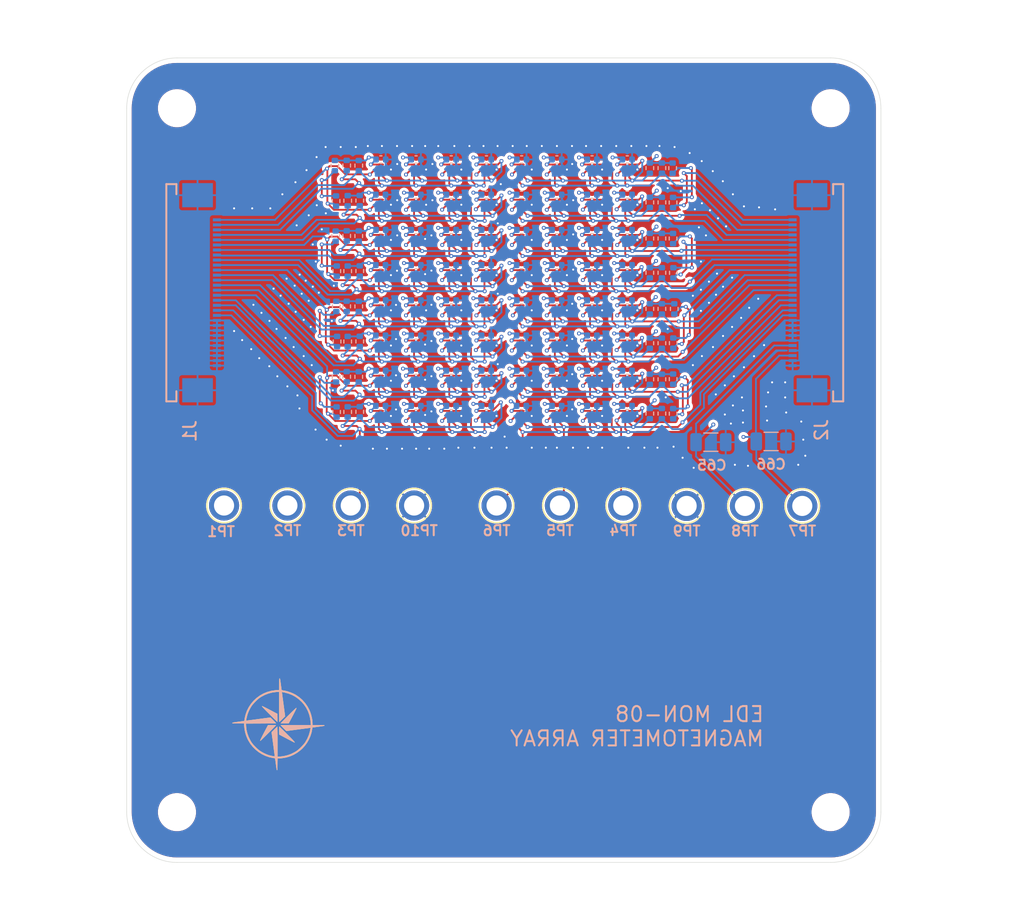
<source format=kicad_pcb>
(kicad_pcb (version 20240108) (generator "pcbnew") (generator_version "8.0")
  (layers (0 "F.Cu" signal) (1 "In1.Cu" signal) (2 "In2.Cu" power) (31 "B.Cu" signal) (34 "B.Paste" user) (35 "F.Paste" user) (36 "B.SilkS" user "B.Silkscreen") (37 "F.SilkS" user "F.Silkscreen") (38 "B.Mask" user) (39 "F.Mask" user) (44 "Edge.Cuts" user))
  (net 0 "")
  (net 1 "VCC")
  (net 2 "Net-(U1-SCL)")
  (net 3 "Net-(U1-SDA)")
  (net 4 "Net-(U1-*INT)")
  (net 5 "Net-(U5-SCL)")
  (net 6 "Net-(U5-SDA)")
  (net 7 "GND")
  (net 8 "Net-(U10-SCL)")
  (net 9 "Net-(U10-SDA)")
  (net 10 "Net-(U13-SCL)")
  (net 11 "Net-(U13-SDA)")
  (net 12 "Net-(U10-*INT)")
  (net 13 "Net-(U21-SCL)")
  (net 14 "VCC2")
  (net 15 "Net-(U17-SCL)")
  (net 16 "Net-(U17-SDA)")
  (net 17 "Net-(U21-SDA)")
  (net 18 "Net-(U25-SCL)")
  (net 19 "Net-(U25-SDA)")
  (net 20 "Net-(U29-SCL)")
  (net 21 "Net-(U29-SDA)")
  (net 22 "Net-(U33-SCL)")
  (net 23 "Net-(U33-SDA)")
  (net 24 "Net-(U37-SCL)")
  (net 25 "Net-(U37-SDA)")
  (net 26 "Net-(U41-SCL)")
  (net 27 "Net-(U41-SDA)")
  (net 28 "Net-(U45-SCL)")
  (net 29 "Net-(U45-SDA)")
  (net 30 "Net-(U49-SCL)")
  (net 31 "Net-(U49-SDA)")
  (net 32 "Net-(U53-SCL)")
  (net 33 "Net-(U53-SDA)")
  (net 34 "Net-(U57-SCL)")
  (net 35 "Net-(U57-SDA)")
  (net 36 "Net-(U61-SCL)")
  (net 37 "Net-(U61-SDA)")
  (net 38 "Net-(U17-*INT)")
  (net 39 "Net-(U25-*INT)")
  (net 40 "Net-(U33-*INT)")
  (net 41 "Net-(U41-*INT)")
  (net 42 "Net-(U49-*INT)")
  (net 43 "Net-(U57-*INT)")
  (net 44 "Net-(R33-Pad2)")
  (net 45 "Net-(R35-Pad2)")
  (net 46 "Net-(R37-Pad2)")
  (net 47 "Net-(R39-Pad2)")
  (net 48 "Net-(R41-Pad2)")
  (net 49 "Net-(R43-Pad2)")
  (net 50 "Net-(R45-Pad2)")
  (net 51 "Net-(R47-Pad2)")
  (footprint "DSBGA6_YBG_TEX:DSBGA6_YBG_TEX" (layer "F.Cu") (at 75.2941 56.441314)
    (property "Reference" "U57" (hide yes))
    (property "Value" "TMAG3001A2YBGR" (hide yes))
  )
  (footprint "DSBGA6_YBG_TEX:DSBGA6_YBG_TEX" (layer "F.Cu") (at 71.7935 59.941464)
    (property "Reference" "U32" (hide yes))
    (property "Value" "TMAG3001A2YBGR" (hide yes))
  )
  (footprint "DSBGA6_YBG_TEX:DSBGA6_YBG_TEX" (layer "F.Cu") (at 71.7952 35.439814)
    (property "Reference" "U4" (hide yes))
    (property "Value" "TMAG3001A2YBGR" (hide yes))
  )
  (footprint "DSBGA6_YBG_TEX:DSBGA6_YBG_TEX" (layer "F.Cu") (at 85.796 38.939964)
    (property "Reference" "U40" (hide yes))
    (property "Value" "TMAG3001A2YBGR" (hide yes))
  )
  (footprint "DSBGA6_YBG_TEX:DSBGA6_YBG_TEX" (layer "F.Cu") (at 68.2945 42.440314)
    (property "Reference" "U11" (hide yes))
    (property "Value" "TMAG3001A2YBGR" (hide yes))
  )
  (footprint "DSBGA6_YBG_TEX:DSBGA6_YBG_TEX" (layer "F.Cu") (at 68.295 35.439814)
    (property "Reference" "U3" (hide yes))
    (property "Value" "TMAG3001A2YBGR" (hide yes))
  )
  (footprint "DSBGA6_YBG_TEX:DSBGA6_YBG_TEX" (layer "F.Cu") (at 64.7933 56.441314)
    (property "Reference" "U26" (hide yes))
    (property "Value" "TMAG3001A2YBGR" (hide yes))
  )
  (footprint "TestPoint:TestPoint_Plated_Hole_D2.0mm" (layer "F.Cu") (at 91.7 68.99 180)
    (property "Reference" "TP9")
    (property "Value" "TestPoint")
  )
  (footprint "DSBGA6_YBG_TEX:DSBGA6_YBG_TEX" (layer "F.Cu") (at 78.7943 56.441314)
    (property "Reference" "U58" (hide yes))
    (property "Value" "TMAG3001A2YBGR" (hide yes))
  )
  (footprint "DSBGA6_YBG_TEX:DSBGA6_YBG_TEX" (layer "F.Cu") (at 78.7953 42.440314)
    (property "Reference" "U42" (hide yes))
    (property "Value" "TMAG3001A2YBGR" (hide yes))
  )
  (footprint "DSBGA6_YBG_TEX:DSBGA6_YBG_TEX" (layer "F.Cu") (at 64.7943 42.440314)
    (property "Reference" "U10" (hide yes))
    (property "Value" "TMAG3001A2YBGR" (hide yes))
  )
  (footprint "DSBGA6_YBG_TEX:DSBGA6_YBG_TEX" (layer "F.Cu") (at 85.7955 45.940464)
    (property "Reference" "U48" (hide yes))
    (property "Value" "TMAG3001A2YBGR" (hide yes))
  )
  (footprint "DSBGA6_YBG_TEX:DSBGA6_YBG_TEX" (layer "F.Cu") (at 85.7952 49.440814)
    (property "Reference" "U52" (hide yes))
    (property "Value" "TMAG3001A2YBGR" (hide yes))
  )
  (footprint "DSBGA6_YBG_TEX:DSBGA6_YBG_TEX" (layer "F.Cu") (at 85.7962 35.439814)
    (property "Reference" "U36" (hide yes))
    (property "Value" "TMAG3001A2YBGR" (hide yes))
  )
  (footprint "DSBGA6_YBG_TEX:DSBGA6_YBG_TEX" (layer "F.Cu") (at 82.2955 42.440314)
    (property "Reference" "U43" (hide yes))
    (property "Value" "TMAG3001A2YBGR" (hide yes))
  )
  (footprint "DSBGA6_YBG_TEX:DSBGA6_YBG_TEX" (layer "F.Cu") (at 71.795 38.939964)
    (property "Reference" "U8" (hide yes))
    (property "Value" "TMAG3001A2YBGR" (hide yes))
  )
  (footprint "DSBGA6_YBG_TEX:DSBGA6_YBG_TEX" (layer "F.Cu") (at 75.2949 45.940464)
    (property "Reference" "U45" (hide yes))
    (property "Value" "TMAG3001A2YBGR" (hide yes))
  )
  (footprint "DSBGA6_YBG_TEX:DSBGA6_YBG_TEX" (layer "F.Cu") (at 71.794 52.940964)
    (property "Reference" "U24" (hide yes))
    (property "Value" "TMAG3001A2YBGR" (hide yes))
  )
  (footprint "DSBGA6_YBG_TEX:DSBGA6_YBG_TEX" (layer "F.Cu") (at 61.2946 35.439814)
    (property "Reference" "U1" (hide yes))
    (property "Value" "TMAG3001A2YBGR" (hide yes))
  )
  (footprint "DSBGA6_YBG_TEX:DSBGA6_YBG_TEX" (layer "F.Cu") (at 82.2953 45.940464)
    (property "Reference" "U47" (hide yes))
    (property "Value" "TMAG3001A2YBGR" (hide yes))
  )
  (footprint "DSBGA6_YBG_TEX:DSBGA6_YBG_TEX" (layer "F.Cu") (at 78.7948 49.440814)
    (property "Reference" "U50" (hide yes))
    (property "Value" "TMAG3001A2YBGR" (hide yes))
  )
  (footprint "DSBGA6_YBG_TEX:DSBGA6_YBG_TEX" (layer "F.Cu") (at 71.7942 49.440814)
    (property "Reference" "U20" (hide yes))
    (property "Value" "TMAG3001A2YBGR" (hide yes))
  )
  (footprint "DSBGA6_YBG_TEX:DSBGA6_YBG_TEX" (layer "F.Cu") (at 68.2933 59.941464)
    (property "Reference" "U31" (hide yes))
    (property "Value" "TMAG3001A2YBGR" (hide yes))
  )
  (footprint "DSBGA6_YBG_TEX:DSBGA6_YBG_TEX" (layer "F.Cu") (at 71.7945 45.940464)
    (property "Reference" "U16" (hide yes))
    (property "Value" "TMAG3001A2YBGR" (hide yes))
  )
  (footprint "DSBGA6_YBG_TEX:DSBGA6_YBG_TEX" (layer "F.Cu") (at 82.296 35.439814)
    (property "Reference" "U35" (hide yes))
    (property "Value" "TMAG3001A2YBGR" (hide yes))
  )
  (footprint "TestPoint:TestPoint_Plated_Hole_D2.0mm" (layer "F.Cu") (at 58.3 68.95 180)
    (property "Reference" "TP3")
    (property "Value" "TestPoint")
  )
  (footprint "DSBGA6_YBG_TEX:DSBGA6_YBG_TEX" (layer "F.Cu") (at 61.2929 59.941464)
    (property "Reference" "U29" (hide yes))
    (property "Value" "TMAG3001A2YBGR" (hide yes))
  )
  (footprint "DSBGA6_YBG_TEX:DSBGA6_YBG_TEX" (layer "F.Cu") (at 82.295 49.440814)
    (property "Reference" "U51" (hide yes))
    (property "Value" "TMAG3001A2YBGR" (hide yes))
  )
  (footprint "DSBGA6_YBG_TEX:DSBGA6_YBG_TEX" (layer "F.Cu") (at 71.7947 42.440314)
    (property "Reference" "U12" (hide yes))
    (property "Value" "TMAG3001A2YBGR" (hide yes))
  )
  (footprint "DSBGA6_YBG_TEX:DSBGA6_YBG_TEX" (layer "F.Cu") (at 68.2943 45.940464)
    (property "Reference" "U15" (hide yes))
    (property "Value" "TMAG3001A2YBGR" (hide yes))
  )
  (footprint "DSBGA6_YBG_TEX:DSBGA6_YBG_TEX" (layer "F.Cu") (at 61.2934 52.940964)
    (property "Reference" "U21" (hide yes))
    (property "Value" "TMAG3001A2YBGR" (hide yes))
  )
  (footprint "DSBGA6_YBG_TEX:DSBGA6_YBG_TEX" (layer "F.Cu") (at 82.2958 38.939964)
    (property "Reference" "U39" (hide yes))
    (property "Value" "TMAG3001A2YBGR" (hide yes))
  )
  (footprint "DSBGA6_YBG_TEX:DSBGA6_YBG_TEX" (layer "F.Cu") (at 85.7945 59.941464)
    (property "Reference" "U64" (hide yes))
    (property "Value" "TMAG3001A2YBGR" (hide yes))
  )
  (footprint "DSBGA6_YBG_TEX:DSBGA6_YBG_TEX" (layer "F.Cu") (at 64.7931 59.941464)
    (property "Reference" "U30" (hide yes))
    (property "Value" "TMAG3001A2YBGR" (hide yes))
  )
  (footprint "DSBGA6_YBG_TEX:DSBGA6_YBG_TEX" (layer "F.Cu") (at 71.7937 56.441314)
    (property "Reference" "U28" (hide yes))
    (property "Value" "TMAG3001A2YBGR" (hide yes))
  )
  (footprint "" (layer "F.Cu") (at 41.02 99.44)
    (property "Reference" "" (hide yes))
    (property "Value" "")
  )
  (footprint "DSBGA6_YBG_TEX:DSBGA6_YBG_TEX" (layer "F.Cu") (at 75.2944 52.940964)
    (property "Reference" "U53" (hide yes))
    (property "Value" "TMAG3001A2YBGR" (hide yes))
  )
  (footprint "DSBGA6_YBG_TEX:DSBGA6_YBG_TEX" (layer "F.Cu") (at 68.2948 38.939964)
    (property "Reference" "U7" (hide yes))
    (property "Value" "TMAG3001A2YBGR" (hide yes))
  )
  (footprint "" (layer "F.Cu") (at 106.02 29.44)
    (property "Reference" "" (hide yes))
    (property "Value" "")
  )
  (footprint "DSBGA6_YBG_TEX:DSBGA6_YBG_TEX" (layer "F.Cu") (at 75.2954 38.939964)
    (property "Reference" "U37" (hide yes))
    (property "Value" "TMAG3001A2YBGR" (hide yes))
  )
  (footprint "DSBGA6_YBG_TEX:DSBGA6_YBG_TEX" (layer "F.Cu") (at 61.2944 38.939964)
    (property "Reference" "U5" (hide yes))
    (property "Value" "TMAG3001A2YBGR" (hide yes))
  )
  (footprint "DSBGA6_YBG_TEX:DSBGA6_YBG_TEX" (layer "F.Cu") (at 75.2951 42.440314)
    (property "Reference" "U41" (hide yes))
    (property "Value" "TMAG3001A2YBGR" (hide yes))
  )
  (footprint "DSBGA6_YBG_TEX:DSBGA6_YBG_TEX" (layer "F.Cu") (at 64.7941 45.940464)
    (property "Reference" "U14" (hide yes))
    (property "Value" "TMAG3001A2YBGR" (hide yes))
  )
  (footprint "TestPoint:TestPoint_Plated_Hole_D2.0mm" (layer "F.Cu") (at 64.6 68.95)
    (property "Reference" "TP10")
    (property "Value" "TestPoint")
  )
  (footprint "TestPoint:TestPoint_Plated_Hole_D2.0mm" (layer "F.Cu") (at 45.7 68.95)
    (property "Reference" "TP1")
    (property "Value" "TestPoint")
  )
  (footprint "DSBGA6_YBG_TEX:DSBGA6_YBG_TEX" (layer "F.Cu") (at 75.2939 59.941464)
    (property "Reference" "U61" (hide yes))
    (property "Value" "TMAG3001A2YBGR" (hide yes))
  )
  (footprint "DSBGA6_YBG_TEX:DSBGA6_YBG_TEX" (layer "F.Cu") (at 78.7956 38.939964)
    (property "Reference" "U38" (hide yes))
    (property "Value" "TMAG3001A2YBGR" (hide yes))
  )
  (footprint "DSBGA6_YBG_TEX:DSBGA6_YBG_TEX" (layer "F.Cu") (at 82.2943 59.941464)
    (property "Reference" "U63" (hide yes))
    (property "Value" "TMAG3001A2YBGR" (hide yes))
  )
  (footprint "DSBGA6_YBG_TEX:DSBGA6_YBG_TEX" (layer "F.Cu") (at 85.795 52.940964)
    (property "Reference" "U56" (hide yes))
    (property "Value" "TMAG3001A2YBGR" (hide yes))
  )
  (footprint "TestPoint:TestPoint_Plated_Hole_D2.0mm" (layer "F.Cu") (at 85.4 68.95 180)
    (property "Reference" "TP4")
    (property "Value" "TestPoint")
  )
  (footprint "DSBGA6_YBG_TEX:DSBGA6_YBG_TEX" (layer "F.Cu") (at 78.7958 35.439814)
    (property "Reference" "U34" (hide yes))
    (property "Value" "TMAG3001A2YBGR" (hide yes))
  )
  (footprint "DSBGA6_YBG_TEX:DSBGA6_YBG_TEX" (layer "F.Cu") (at 78.7946 52.940964)
    (property "Reference" "U54" (hide yes))
    (property "Value" "TMAG3001A2YBGR" (hide yes))
  )
  (footprint "DSBGA6_YBG_TEX:DSBGA6_YBG_TEX" (layer "F.Cu") (at 75.2956 35.439814)
    (property "Reference" "U33" (hide yes))
    (property "Value" "TMAG3001A2YBGR" (hide yes))
  )
  (footprint "TestPoint:TestPoint_Plated_Hole_D2.0mm" (layer "F.Cu") (at 79.1 68.95 180)
    (property "Reference" "TP5")
    (property "Value" "TestPoint")
  )
  (footprint "DSBGA6_YBG_TEX:DSBGA6_YBG_TEX" (layer "F.Cu") (at 85.7947 56.441314)
    (property "Reference" "U60" (hide yes))
    (property "Value" "TMAG3001A2YBGR" (hide yes))
  )
  (footprint "DSBGA6_YBG_TEX:DSBGA6_YBG_TEX" (layer "F.Cu") (at 61.2939 45.940464)
    (property "Reference" "U13" (hide yes))
    (property "Value" "TMAG3001A2YBGR" (hide yes))
  )
  (footprint "DSBGA6_YBG_TEX:DSBGA6_YBG_TEX" (layer "F.Cu") (at 68.2938 52.940964)
    (property "Reference" "U23" (hide yes))
    (property "Value" "TMAG3001A2YBGR" (hide yes))
  )
  (footprint "DSBGA6_YBG_TEX:DSBGA6_YBG_TEX" (layer "F.Cu") (at 64.7948 35.439814)
    (property "Reference" "U2" (hide yes))
    (property "Value" "TMAG3001A2YBGR" (hide yes))
  )
  (footprint "DSBGA6_YBG_TEX:DSBGA6_YBG_TEX" (layer "F.Cu") (at 64.7936 52.940964)
    (property "Reference" "U22" (hide yes))
    (property "Value" "TMAG3001A2YBGR" (hide yes))
  )
  (footprint "TestPoint:TestPoint_Plated_Hole_D2.0mm" (layer "F.Cu") (at 97.5 68.99 180)
    (property "Reference" "TP8")
    (property "Value" "TestPoint")
  )
  (footprint "DSBGA6_YBG_TEX:DSBGA6_YBG_TEX" (layer "F.Cu") (at 64.7946 38.939964)
    (property "Reference" "U6" (hide yes))
    (property "Value" "TMAG3001A2YBGR" (hide yes))
  )
  (footprint "DSBGA6_YBG_TEX:DSBGA6_YBG_TEX" (layer "F.Cu") (at 78.7951 45.940464)
    (property "Reference" "U46" (hide yes))
    (property "Value" "TMAG3001A2YBGR" (hide yes))
  )
  (footprint "EDL_logo:mag_compass_small" (layer "F.Cu") (at 51.1 90.7)
    (property "Reference" "G***" (hide yes))
    (property "Value" "LOGO" (hide yes))
  )
  (footprint "DSBGA6_YBG_TEX:DSBGA6_YBG_TEX" (layer "F.Cu") (at 85.7957 42.440314)
    (property "Reference" "U44" (hide yes))
    (property "Value" "TMAG3001A2YBGR" (hide yes))
  )
  (footprint "TestPoint:TestPoint_Plated_Hole_D2.0mm" (layer "F.Cu") (at 52 68.95 180)
    (property "Reference" "TP2")
    (property "Value" "TestPoint")
  )
  (footprint "DSBGA6_YBG_TEX:DSBGA6_YBG_TEX" (layer "F.Cu") (at 82.2945 56.441314)
    (property "Reference" "U59" (hide yes))
    (property "Value" "TMAG3001A2YBGR" (hide yes))
  )
  (footprint "DSBGA6_YBG_TEX:DSBGA6_YBG_TEX" (layer "F.Cu") (at 64.7938 49.440814)
    (property "Reference" "U18" (hide yes))
    (property "Value" "TMAG3001A2YBGR" (hide yes))
  )
  (footprint "MountingHole:MountingHole_3.2mm_M3" (layer "F.Cu") (at 41.02 29.44)
    (property "Reference" "REF**" (hide yes))
    (property "Value" "MountingHole_3.2mm_M3")
  )
  (footprint "TestPoint:TestPoint_Plated_Hole_D2.0mm" (layer "F.Cu") (at 103.2 68.99 180)
    (property "Reference" "TP7")
    (property "Value" "TestPoint")
  )
  (footprint "DSBGA6_YBG_TEX:DSBGA6_YBG_TEX" (layer "F.Cu") (at 82.2948 52.940964)
    (property "Reference" "U55" (hide yes))
    (property "Value" "TMAG3001A2YBGR" (hide yes))
  )
  (footprint "DSBGA6_YBG_TEX:DSBGA6_YBG_TEX" (layer "F.Cu") (at 61.2931 56.441314)
    (property "Reference" "U25" (hide yes))
    (property "Value" "TMAG3001A2YBGR" (hide yes))
  )
  (footprint "DSBGA6_YBG_TEX:DSBGA6_YBG_TEX" (layer "F.Cu") (at 78.7941 59.941464)
    (property "Reference" "U62" (hide yes))
    (property "Value" "TMAG3001A2YBGR" (hide yes))
  )
  (footprint "DSBGA6_YBG_TEX:DSBGA6_YBG_TEX" (layer "F.Cu") (at 68.294 49.440814)
    (property "Reference" "U19" (hide yes))
    (property "Value" "TMAG3001A2YBGR" (hide yes))
  )
  (footprint "" (layer "F.Cu") (at 106.02 99.44)
    (property "Reference" "" (hide yes))
    (property "Value" "")
  )
  (footprint "DSBGA6_YBG_TEX:DSBGA6_YBG_TEX" (layer "F.Cu") (at 61.2941 42.440314)
    (property "Reference" "U9" (hide yes))
    (property "Value" "TMAG3001A2YBGR" (hide yes))
  )
  (footprint "DSBGA6_YBG_TEX:DSBGA6_YBG_TEX" (layer "F.Cu") (at 68.2935 56.441314)
    (property "Reference" "U27" (hide yes))
    (property "Value" "TMAG3001A2YBGR" (hide yes))
  )
  (footprint "DSBGA6_YBG_TEX:DSBGA6_YBG_TEX" (layer "F.Cu") (at 75.2946 49.440814)
    (property "Reference" "U49" (hide yes))
    (property "Value" "TMAG3001A2YBGR" (hide yes))
  )
  (footprint "EDL_logo:mag_compass_small2" (layer "F.Cu") (at 51.1 90.7)
    (property "Reference" "G***" (hide yes))
    (property "Value" "LOGO" (hide yes))
  )
  (footprint "TestPoint:TestPoint_Plated_Hole_D2.0mm" (layer "F.Cu") (at 72.8 68.95 180)
    (property "Reference" "TP6")
    (property "Value" "TestPoint")
  )
  (footprint "DSBGA6_YBG_TEX:DSBGA6_YBG_TEX" (layer "F.Cu") (at 61.2936 49.440814)
    (property "Reference" "U17" (hide yes))
    (property "Value" "TMAG3001A2YBGR" (hide yes))
  )
  (footprint "Resistor_SMD:R_0402_1005Metric" (layer "B.Cu") (at 56.89 59.65 -90)
    (property "Reference" "R40" (hide yes))
    (property "Value" "1.8k")
  )
  (footprint "Capacitor_SMD:C_0402_1005Metric" (layer "B.Cu") (at 82.2955 45.040514)
    (property "Reference" "C47" (hide yes))
    (property "Value" "0.1 u")
  )
  (footprint "Capacitor_SMD:C_0402_1005Metric" (layer "B.Cu") (at 85.7945 55.541514)
    (property "Reference" "C60" (hide yes))
    (property "Value" "0.1 u")
  )
  (footprint "Capacitor_SMD:C_0402_1005Metric" (layer "B.Cu") (at 71.795 34.540014)
    (property "Reference" "C4" (hide yes))
    (property "Value" "0.1 u")
  )
  (footprint "Capacitor_SMD:C_0402_1005Metric" (layer "B.Cu") (at 78.7945 55.541514)
    (property "Reference" "C58" (hide yes))
    (property "Value" "0.1 u")
  )
  (footprint "Resistor_SMD:R_0402_1005Metric" (layer "B.Cu") (at 88.0395 59.806514 -90)
    (property "Reference" "R31" (hide yes))
    (property "Value" "1.8k")
  )
  (footprint "Resistor_SMD:R_0402_1005Metric" (layer "B.Cu") (at 89.2405 45.805514 -90)
    (property "Reference" "R24" (hide yes))
    (property "Value" "1.8k")
  )
  (footprint "Capacitor_SMD:C_0402_1005Metric" (layer "B.Cu") (at 75.296 34.540014)
    (property "Reference" "C33" (hide yes))
    (property "Value" "0.1 u")
  )
  (footprint "Resistor_SMD:R_0402_1005Metric" (layer "B.Cu") (at 88.04 52.806014 -90)
    (property "Reference" "R27" (hide yes))
    (property "Value" "1.8k")
  )
  (footprint "Capacitor_SMD:C_0402_1005Metric" (layer "B.Cu") (at 61.295 34.540014)
    (property "Reference" "C1" (hide yes))
    (property "Value" "0.1 u")
  )
  (footprint "Capacitor_SMD:C_0402_1005Metric" (layer "B.Cu") (at 82.2945 59.041514)
    (property "Reference" "C63" (hide yes))
    (property "Value" "0.1 u")
  )
  (footprint "Capacitor_SMD:C_0402_1005Metric" (layer "B.Cu") (at 71.7935 55.541514)
    (property "Reference" "C28" (hide yes))
    (property "Value" "0.1 u")
  )
  (footprint "Capacitor_SMD:C_0402_1005Metric" (layer "B.Cu") (at 85.7955 45.040514)
    (property "Reference" "C48" (hide yes))
    (property "Value" "0.1 u")
  )
  (footprint "Resistor_SMD:R_0402_1005Metric" (layer "B.Cu") (at 57.8935 56.141514 -90)
    (property "Reference" "R14" (hide yes))
    (property "Value" "1.8k")
  )
  (footprint "Resistor_SMD:R_0402_1005Metric" (layer "B.Cu") (at 59.1945 45.630514 -90)
    (property "Reference" "R7" (hide yes))
    (property "Value" "1.8k")
  )
  (footprint "Capacitor_SMD:C_0402_1005Metric" (layer "B.Cu") (at 75.2755 45.040514)
    (property "Reference" "C45" (hide yes))
    (property "Value" "0.1 u")
  )
  (footprint "Resistor_SMD:R_0402_1005Metric" (layer "B.Cu") (at 89.2395 56.396514 -90)
    (property "Reference" "R30" (hide yes))
    (property "Value" "1.8k")
  )
  (footprint "Resistor_SMD:R_0402_1005Metric" (layer "B.Cu") (at 56.91 45.64 -90)
    (property "Reference" "R36" (hide yes))
    (property "Value" "1.8k")
  )
  (footprint "Resistor_SMD:R_0402_1005Metric" (layer "B.Cu") (at 88.0395 56.396514 -90)
    (property "Reference" "R29" (hide yes))
    (property "Value" "1.8k")
  )
  (footprint "Resistor_SMD:R_0402_1005Metric" (layer "B.Cu") (at 56.84 56.16 -90)
    (property "Reference" "R39" (hide yes))
    (property "Value" "1.8k")
  )
  (footprint "Resistor_SMD:R_0402_1005Metric" (layer "B.Cu") (at 59.094 49.151014 -90)
    (property "Reference" "R9" (hide yes))
    (property "Value" "1.8k")
  )
  (footprint "Capacitor_SMD:C_0402_1005Metric" (layer "B.Cu") (at 64.7945 41.540514)
    (property "Reference" "C10" (hide yes))
    (property "Value" "0.1 u")
  )
  (footprint "Capacitor_SMD:C_0402_1005Metric" (layer "B.Cu") (at 61.274 52.041014)
    (property "Reference" "C21" (hide yes))
    (property "Value" "0.1 u")
  )
  (footprint "Capacitor_SMD:C_0402_1005Metric" (layer "B.Cu") (at 75.276 38.040014)
    (property "Reference" "C37" (hide yes))
    (property "Value" "0.1 u")
  )
  (footprint "Capacitor_SMD:C_0402_1005Metric" (layer "B.Cu") (at 85.796 34.540014)
    (property "Reference" "C36" (hide yes))
    (property "Value" "0.1 u")
  )
  (footprint "Capacitor_SMD:C_0402_1005Metric" (layer "B.Cu") (at 82.296 34.540014)
    (property "Reference" "C35" (hide yes))
    (property "Value" "0.1 u")
  )
  (footprint "Capacitor_SMD:C_0402_1005Metric" (layer "B.Cu") (at 68.294 52.041014)
    (property "Reference" "C23" (hide yes))
    (property "Value" "0.1 u")
  )
  (footprint "Capacitor_SMD:C_0402_1005Metric" (layer "B.Cu") (at 82.2945 55.541514)
    (property "Reference" "C59" (hide yes))
    (property "Value" "0.1 u")
  )
  (footprint "Capacitor_SMD:C_0402_1005Metric" (layer "B.Cu") (at 82.2955 41.540514)
    (property "Reference" "C43" (hide yes))
    (property "Value" "0.1 u")
  )
  (footprint "Capacitor_SMD:C_0402_1005Metric" (layer "B.Cu") (at 68.295 38.040014)
    (property "Reference" "C7" (hide yes))
    (property "Value" "0.1 u")
  )
  (footprint "Resistor_SMD:R_0402_1005Metric" (layer "B.Cu") (at 59.0935 56.151514 -90)
    (property "Reference" "R13" (hide yes))
    (property "Value" "1.8k")
  )
  (footprint "Capacitor_SMD:C_0402_1005Metric" (layer "B.Cu") (at 64.7935 59.041514)
    (property "Reference" "C30" (hide yes))
    (property "Value" "0.1 u")
  )
  (footprint "Capacitor_SMD:C_0402_1005Metric" (layer "B.Cu") (at 82.295 48.541014)
    (property "Reference" "C51" (hide yes))
    (property "Value" "0.1 u")
  )
  (footprint "Resistor_SMD:R_0402_1005Metric" (layer "B.Cu") (at 57.994 52.641014 -90)
    (property "Reference" "R12" (hide yes))
    (property "Value" "1.8k")
  )
  (footprint "Capacitor_SMD:C_0402_1005Metric" (layer "B.Cu") (at 75.295 48.541014)
    (property "Reference" "C49" (hide yes))
    (property "Value" "0.1 u")
  )
  (footprint "Capacitor_SMD:C_0402_1005Metric" (layer "B.Cu") (at 75.275 52.041014)
    (property "Reference" "C53" (hide yes))
    (property "Value" "0.1 u")
  )
  (footprint "Resistor_SMD:R_0402_1005Metric" (layer "B.Cu") (at 90.36 56.38 -90)
    (property "Reference" "R47" (hide yes))
    (property "Value" "1.8k")
  )
  (footprint "Capacitor_SMD:C_0402_1005Metric" (layer "B.Cu") (at 78.795 52.041014)
    (property "Reference" "C54" (hide yes))
    (property "Value" "0.1 u")
  )
  (footprint "Capacitor_SMD:C_0402_1005Metric" (layer "B.Cu") (at 68.2945 41.540514)
    (property "Reference" "C11" (hide yes))
    (property "Value" "0.1 u")
  )
  (footprint "Capacitor_SMD:C_0402_1005Metric" (layer "B.Cu") (at 71.795 38.040014)
    (property "Reference" "C8" (hide yes))
    (property "Value" "0.1 u")
  )
  (footprint "Capacitor_SMD:C_0402_1005Metric" (layer "B.Cu") (at 64.7935 55.541514)
    (property "Reference" "C26" (hide yes))
    (property "Value" "0.1 u")
  )
  (footprint "Resistor_SMD:R_0402_1005Metric" (layer "B.Cu") (at 57.895 35.140014 -90)
    (property "Reference" "R2" (hide yes))
    (property "Value" "1.8k")
  )
  (footprint "Capacitor_SMD:C_0402_1005Metric" (layer "B.Cu") (at 78.796 38.040014)
    (property "Reference" "C38" (hide yes))
    (property "Value" "0.1 u")
  )
  (footprint "Capacitor_SMD:C_0402_1005Metric" (layer "B.Cu") (at 61.2745 45.040514)
    (property "Reference" "C13" (hide yes))
    (property "Value" "0.1 u")
  )
  (footprint "Capacitor_SMD:C_1206_3216Metric" (layer "B.Cu") (at 94.11 62.65)
    (property "Reference" "C65")
    (property "Value" "1 u")
  )
  (footprint "Resistor_SMD:R_0402_1005Metric" (layer "B.Cu") (at 89.241 35.395014 -90)
    (property "Reference" "R18" (hide yes))
    (property "Value" "1.8k")
  )
  (footprint "524353071:52435-3071" (layer "B.Cu") (at 44.46 47.79 90)
    (property "Reference" "J1")
    (property "Value" "524353071" (hide yes))
  )
  (footprint "Resistor_SMD:R_0402_1005Metric" (layer "B.Cu") (at 57.995 38.640014 -90)
    (property "Reference" "R4" (hide yes))
    (property "Value" "1.8k")
  )
  (footprint "Capacitor_SMD:C_0402_1005Metric" (layer "B.Cu") (at 85.796 38.040014)
    (property "Reference" "C40" (hide yes))
    (property "Value" "0.1 u")
  )
  (footprint "Capacitor_SMD:C_0402_1005Metric" (layer "B.Cu") (at 78.796 34.540014)
    (property "Reference" "C34" (hide yes))
    (property "Value" "0.1 u")
  )
  (footprint "Capacitor_SMD:C_0402_1005Metric" (layer "B.Cu") (at 61.2945 41.540514)
    (property "Reference" "C9" (hide yes))
    (property "Value" "0.1 u")
  )
  (footprint "Capacitor_SMD:C_0402_1005Metric" (layer "B.Cu") (at 68.2945 45.040514)
    (property "Reference" "C15" (hide yes))
    (property "Value" "0.1 u")
  )
  (footprint "Capacitor_SMD:C_0402_1005Metric" (layer "B.Cu") (at 68.294 48.541014)
    (property "Reference" "C19" (hide yes))
    (property "Value" "0.1 u")
  )
  (footprint "Resistor_SMD:R_0402_1005Metric" (layer "B.Cu") (at 56.72 35.15 -90)
    (property "Reference" "R33" (hide yes))
    (property "Value" "1.8k")
  )
  (footprint "Capacitor_SMD:C_0402_1005Metric" (layer "B.Cu") (at 75.2745 59.041514)
    (property "Reference" "C61" (hide yes))
    (property "Value" "0.1 u")
  )
  (footprint "Resistor_SMD:R_0402_1005Metric" (layer "B.Cu") (at 89.24 49.396014 -90)
    (property "Reference" "R26" (hide yes))
    (property "Value" "1.8k")
  )
  (footprint "Capacitor_SMD:C_0402_1005Metric" (layer "B.Cu") (at 85.7955 41.540514)
    (property "Reference" "C44" (hide yes))
    (property "Value" "0.1 u")
  )
  (footprint "Resistor_SMD:R_0402_1005Metric" (layer "B.Cu") (at 88.041 38.805014 -90)
    (property "Reference" "R19" (hide yes))
    (property "Value" "1.8k")
  )
  (footprint "Resistor_SMD:R_0402_1005Metric" (layer "B.Cu") (at 90.36 59.82 -90)
    (property "Reference" "R48" (hide yes))
    (property "Value" "1.8k")
  )
  (footprint "Resistor_SMD:R_0402_1005Metric" (layer "B.Cu") (at 90.35 38.82 -90)
    (property "Reference" "R42" (hide yes))
    (property "Value" "1.8k")
  )
  (footprint "Resistor_SMD:R_0402_1005Metric" (layer "B.Cu") (at 59.195 38.630014 -90)
    (property "Reference" "R3" (hide yes))
    (property "Value" "1.8k")
  )
  (footprint "Resistor_SMD:R_0402_1005Metric" (layer "B.Cu") (at 90.47 49.4 -90)
    (property "Reference" "R45" (hide yes))
    (property "Value" "1.8k")
  )
  (footprint "Resistor_SMD:R_0402_1005Metric" (layer "B.Cu") (at 89.2405 42.395514 -90)
    (property "Reference" "R22" (hide yes))
    (property "Value" "1.8k")
  )
  (footprint "Capacitor_SMD:C_0402_1005Metric" (layer "B.Cu") (at 71.794 52.041014)
    (property "Reference" "C24" (hide yes))
    (property "Value" "0.1 u")
  )
  (footprint "Resistor_SMD:R_0402_1005Metric" (layer "B.Cu") (at 90.35 42.4 -90)
    (property "Reference" "R43" (hide yes))
    (property "Value" "1.8k")
  )
  (footprint "Capacitor_SMD:C_0402_1005Metric" (layer "B.Cu") (at 64.795 38.040014)
    (property "Reference" "C6" (hide yes))
    (property "Value" "0.1 u")
  )
  (footprint "Capacitor_SMD:C_0402_1005Metric" (layer "B.Cu") (at 64.7945 45.040514)
    (property "Reference" "C14" (hide yes))
    (property "Value" "0.1 u")
  )
  (footprint "Resistor_SMD:R_0402_1005Metric" (layer "B.Cu") (at 57.8945 42.140514 -90)
    (property "Reference" "R6" (hide yes))
    (property "Value" "1.8k")
  )
  (footprint "Resistor_SMD:R_0402_1005Metric" (layer "B.Cu") (at 57.9935 59.641514 -90)
    (property "Reference" "R16" (hide yes))
    (property "Value" "1.8k")
  )
  (footprint "Capacitor_SMD:C_0402_1005Metric" (layer "B.Cu") (at 61.2935 55.541514)
    (property "Reference" "C25" (hide yes))
    (property "Value" "0.1 u")
  )
  (footprint "Capacitor_SMD:C_0402_1005Metric" (layer "B.Cu") (at 64.794 48.541014)
    (property "Reference" "C18" (hide yes))
    (property "Value" "0.1 u")
  )
  (footprint "Capacitor_SMD:C_0402_1005Metric" (layer "B.Cu") (at 82.296 38.040014)
    (property "Reference" "C39" (hide yes))
    (property "Value" "0.1 u")
  )
  (footprint "Resistor_SMD:R_0402_1005Metric" (layer "B.Cu") (at 88.04 49.396014 -90)
    (property "Reference" "R25" (hide yes))
    (property "Value" "1.8k")
  )
  (footprint "Resistor_SMD:R_0402_1005Metric" (layer "B.Cu") (at 88.0405 45.805514 -90)
    (property "Reference" "R23" (hide yes))
    (property "Value" "1.8k")
  )
  (footprint "Capacitor_SMD:C_0402_1005Metric" (layer "B.Cu") (at 75.2955 41.540514)
    (property "Reference" "C41" (hide yes))
    (property "Value" "0.1 u")
  )
  (footprint "Capacitor_SMD:C_0402_1005Metric" (layer "B.Cu") (at 85.795 52.041014)
    (property "Reference" "C56" (hide yes))
    (property "Value" "0.1 u")
  )
  (footprint "Resistor_SMD:R_0402_1005Metric" (layer "B.Cu") (at 90.38 45.81 -90)
    (property "Reference" "R44" (hide yes))
    (property "Value" "1.8k")
  )
  (footprint "Capacitor_SMD:C_0402_1005Metric" (layer "B.Cu") (at 85.795 48.541014)
    (property "Reference" "C52" (hide yes))
    (property "Value" "0.1 u")
  )
  (footprint "Resistor_SMD:R_0402_1005Metric" (layer "B.Cu") (at 56.94 52.64 -90)
    (property "Reference" "R38" (hide yes))
    (property "Value" "1.8k")
  )
  (footprint "Resistor_SMD:R_0402_1005Metric" (layer "B.Cu") (at 59.0945 42.150514 -90)
    (property "Reference" "R5" (hide yes))
    (property "Value" "1.8k")
  )
  (footprint "Capacitor_SMD:C_0402_1005Metric" (layer "B.Cu") (at 71.7945 45.040514)
    (property "Reference" "C16" (hide yes))
    (property "Value" "0.1 u")
  )
  (footprint "Capacitor_SMD:C_0402_1005Metric" (layer "B.Cu") (at 68.2935 55.541514)
    (property "Reference" "C27" (hide yes))
    (property "Value" "0.1 u")
  )
  (footprint "Capacitor_SMD:C_0402_1005Metric" (layer "B.Cu") (at 85.7945 59.041514)
    (property "Reference" "C64" (hide yes))
    (property "Value" "0.1 u")
  )
  (footprint "Capacitor_SMD:C_0402_1005Metric" (layer "B.Cu") (at 61.294 48.541014)
    (property "Reference" "C17" (hide yes))
    (property "Value" "0.1 u")
  )
  (footprint "Capacitor_SMD:C_0402_1005Metric" (layer "B.Cu") (at 78.7945 59.041514)
    (property "Reference" "C62" (hide yes))
    (property "Value" "0.1 u")
  )
  (footprint "Resistor_SMD:R_0402_1005Metric" (layer "B.Cu") (at 56.84 38.67 -90)
    (property "Reference" "R34" (hide yes))
    (property "Value" "1.8k")
  )
  (footprint "Capacitor_SMD:C_0402_1005Metric" (layer "B.Cu") (at 78.795 48.541014)
    (property "Reference" "C50" (hide yes))
    (property "Value" "0.1 u")
  )
  (footprint "Resistor_SMD:R_0402_1005Metric" (layer "B.Cu") (at 56.8 42.16 -90)
    (property "Reference" "R35" (hide yes))
    (property "Value" "1.8k")
  )
  (footprint "Resistor_SMD:R_0402_1005Metric" (layer "B.Cu") (at 90.31 35.4 -90)
    (property "Reference" "R41" (hide yes))
    (property "Value" "1.8k")
  )
  (footprint "Capacitor_SMD:C_0402_1005Metric" (layer "B.Cu") (at 68.2935 59.041514)
    (property "Reference" "C31" (hide yes))
    (property "Value" "0.1 u")
  )
  (footprint "Resistor_SMD:R_0402_1005Metric" (layer "B.Cu") (at 59.194 52.631014 -90)
    (property "Reference" "R11" (hide yes))
    (property "Value" "1.8k")
  )
  (footprint "Resistor_SMD:R_0402_1005Metric" (layer "B.Cu") (at 89.2395 59.806514 -90)
    (property "Reference" "R32" (hide yes))
    (property "Value" "1.8k")
  )
  (footprint "Capacitor_SMD:C_0402_1005Metric" (layer "B.Cu") (at 71.7945 41.540514)
    (property "Reference" "C12" (hide yes))
    (property "Value" "0.1 u")
  )
  (footprint "Resistor_SMD:R_0402_1005Metric" (layer "B.Cu") (at 89.24 52.806014 -90)
    (property "Reference" "R28" (hide yes))
    (property "Value" "1.8k")
  )
  (footprint "Resistor_SMD:R_0402_1005Metric" (layer "B.Cu") (at 57.9945 45.640514 -90)
    (property "Reference" "R8" (hide yes))
    (property "Value" "1.8k")
  )
  (footprint "Capacitor_SMD:C_0402_1005Metric" (layer "B.Cu") (at 61.2735 59.041514)
    (property "Reference" "C29" (hide yes))
    (property "Value" "0.1 u")
  )
  (footprint "Capacitor_SMD:C_0402_1005Metric" (layer "B.Cu") (at 64.795 34.540014)
    (property "Reference" "C2" (hide yes))
    (property "Value" "0.1 u")
  )
  (footprint "Resistor_SMD:R_0402_1005Metric" (layer "B.Cu") (at 56.86 49.15 -90)
    (property "Reference" "R37" (hide yes))
    (property "Value" "1.8k")
  )
  (footprint "524353071:52435-3071" (layer "B.Cu") (at 102.77 47.79 -90)
    (property "Reference" "J2")
    (property "Value" "524353071" (hide yes))
  )
  (footprint "Capacitor_SMD:C_0402_1005Metric" (layer "B.Cu") (at 75.2945 55.541514)
    (property "Reference" "C57" (hide yes))
    (property "Value" "0.1 u")
  )
  (footprint "Capacitor_SMD:C_0402_1005Metric" (layer "B.Cu") (at 78.7955 41.540514)
    (property "Reference" "C42" (hide yes))
    (property "Value" "0.1 u")
  )
  (footprint "Resistor_SMD:R_0402_1005Metric" (layer "B.Cu") (at 90.37 52.8 -90)
    (property "Reference" "R46" (hide yes))
    (property "Value" "1.8k")
  )
  (footprint "Resistor_SMD:R_0402_1005Metric" (layer "B.Cu") (at 57.894 49.141014 -90)
    (property "Reference" "R10" (hide yes))
    (property "Value" "1.8k")
  )
  (footprint "Capacitor_SMD:C_0402_1005Metric" (layer "B.Cu") (at 78.7955 45.040514)
    (property "Reference" "C46" (hide yes))
    (property "Value" "0.1 u")
  )
  (footprint "Resistor_SMD:R_0402_1005Metric" (layer "B.Cu") (at 59.1935 59.631514 -90)
    (property "Reference" "R15" (hide yes))
    (property "Value" "1.8k")
  )
  (footprint "Capacitor_SMD:C_0402_1005Metric" (layer "B.Cu") (at 71.7935 59.041514)
    (property "Reference" "C32" (hide yes))
    (property "Value" "0.1 u")
  )
  (footprint "Capacitor_SMD:C_0402_1005Metric" (layer "B.Cu") (at 68.295 34.540014)
    (property "Reference" "C3" (hide yes))
    (property "Value" "0.1 u")
  )
  (footprint "Capacitor_SMD:C_0402_1005Metric" (layer "B.Cu") (at 64.794 52.041014)
    (property "Reference" "C22" (hide yes))
    (property "Value" "0.1 u")
  )
  (footprint "Capacitor_SMD:C_0402_1005Metric" (layer "B.Cu") (at 61.275 38.040014)
    (property "Reference" "C5" (hide yes))
    (property "Value" "0.1 u")
  )
  (footprint "Resistor_SMD:R_0402_1005Metric" (layer "B.Cu") (at 88.0405 42.395514 -90)
    (property "Reference" "R21" (hide yes))
    (property "Value" "1.8k")
  )
  (footprint "Capacitor_SMD:C_1206_3216Metric" (layer "B.Cu") (at 100.1 62.58)
    (property "Reference" "C66")
    (property "Value" "1 u")
  )
  (footprint "Resistor_SMD:R_0402_1005Metric" (layer "B.Cu") (at 88.041 35.395014 -90)
    (property "Reference" "R17" (hide yes))
    (property "Value" "1.8k")
  )
  (footprint "Resistor_SMD:R_0402_1005Metric" (layer "B.Cu") (at 89.241 38.805014 -90)
    (property "Reference" "R20" (hide yes))
    (property "Value" "1.8k")
  )
  (footprint "Capacitor_SMD:C_0402_1005Metric" (layer "B.Cu") (at 71.794 48.541014)
    (property "Reference" "C20" (hide yes))
    (property "Value" "0.1 u")
  )
  (footprint "Capacitor_SMD:C_0402_1005Metric" (layer "B.Cu") (at 82.295 52.041014)
    (property "Reference" "C55" (hide yes))
    (property "Value" "0.1 u")
  )
  (footprint "Resistor_SMD:R_0402_1005Metric" (layer "B.Cu") (at 59.095 35.150014 -90)
    (property "Reference" "R1" (hide yes))
    (property "Value" "1.8k")
  )
  (gr_arc (start 106.02 24.44) (mid 109.555534 25.904466) (end 111.02 29.44) (stroke (width 0.05)) (layer "Edge.Cuts"))
  (gr_line (start 36.02 84.44) (end 36.02 44.44) (stroke (width 0.05)) (layer "Edge.Cuts"))
  (gr_line (start 111.02 29.44) (end 111.02 44.44) (stroke (width 0.05)) (layer "Edge.Cuts"))
  (gr_line (start 36.02 84.44) (end 36.02 99.44) (stroke (width 0.05)) (layer "Edge.Cuts"))
  (gr_arc (start 41.02 104.44) (mid 37.484466 102.975534) (end 36.02 99.44) (stroke (width 0.05)) (layer "Edge.Cuts"))
  (gr_arc (start 36.02 29.44) (mid 37.484466 25.904466) (end 41.02 24.44) (stroke (width 0.05)) (layer "Edge.Cuts"))
  (gr_line (start 111.02 84.44) (end 111.02 99.44) (stroke (width 0.05)) (layer "Edge.Cuts"))
  (gr_line (start 106.02 104.44) (end 41.02 104.44) (stroke (width 0.05)) (layer "Edge.Cuts"))
  (gr_line (start 36.02 29.44) (end 36.02 44.44) (stroke (width 0.05)) (layer "Edge.Cuts"))
  (gr_line (start 111.02 44.44) (end 111.02 84.44) (stroke (width 0.05)) (layer "Edge.Cuts"))
  (gr_line (start 41.02 24.44) (end 106.02 24.44) (stroke (width 0.05)) (layer "Edge.Cuts"))
  (gr_arc (start 111.02 99.44) (mid 109.555534 102.975534) (end 106.02 104.44) (stroke (width 0.05)) (layer "Edge.Cuts"))
  (gr_text "EDL MON-08\nMAGNETOMETER ARRAY" (at 99.5 93 0) (layer "B.SilkS") (effects (font (size 1.5 1.5) (thickness 0.2) (bold yes)) (justify left bottom mirror)))
  (segment (start 61.4931 56.041264) (end 61.0931 56.041264) (width 0.18) (layer "F.Cu") (net 1))
  (segment (start 70.7941 52.540914) (end 70.794 52.541014) (width 0.18) (layer "F.Cu") (net 1))
  (segment (start 68.0948 38.539914) (end 67.2951 38.539914) (width 0.18) (layer "F.Cu") (net 1))
  (segment (start 68.094 49.040764) (end 67.29425 49.040764) (width 0.18) (layer "F.Cu") (net 1))
  (segment (start 60.29475 42.040264) (end 60.2945 42.040514) (width 0.18) (layer "F.Cu") (net 1))
  (segment (start 70.7946 45.540414) (end 70.7945 45.540514) (width 0.18) (layer "F.Cu") (net 1))
  (segment (start 61.0944 38.539914) (end 60.2951 38.539914) (width 0.18) (layer "F.Cu") (net 1))
  (segment (start 61.0934 52.540914) (end 60.2941 52.540914) (width 0.18) (layer "F.Cu") (net 1))
  (segment (start 71.594 52.540914) (end 70.7941 52.540914) (width 0.18) (layer "F.Cu") (net 1))
  (segment (start 71.5952 35.039764) (end 70.79525 35.039764) (width 0.18) (layer "F.Cu") (net 1))
  (segment (start 70.7936 59.541414) (end 70.7935 59.541514) (width 0.18) (layer "F.Cu") (net 1))
  (segment (start 67.29475 42.040264) (end 67.2945 42.040514) (width 0.18) (layer "F.Cu") (net 1))
  (segment (start 68.0938 52.540914) (end 67.2941 52.540914) (width 0.18) (layer "F.Cu") (net 1))
  (segment (start 63.7946 45.540414) (end 63.7945 45.540514) (width 0.18) (layer "F.Cu") (net 1))
  (segment (start 71.5947 42.040264) (end 70.79475 42.040264) (width 0.18) (layer "F.Cu") (net 1))
  (segment (start 61.4929 59.541414) (end 61.0929 59.541414) (width 0.18) (layer "F.Cu") (net 1))
  (segment (start 67.29425 49.040764) (end 67.294 49.041014) (width 0.18) (layer "F.Cu") (net 1))
  (segment (start 61.4941 42.040264) (end 61.0941 42.040264) (width 0.18) (layer "F.Cu") (net 1))
  (segment (start 63.79425 49.040764) (end 63.794 49.041014) (width 0.18) (layer "F.Cu") (net 1))
  (segment (start 61.0929 59.541414) (end 60.2936 59.541414) (width 0.18) (layer "F.Cu") (net 1))
  (segment (start 71.595 38.539914) (end 70.7951 38.539914) (width 0.18) (layer "F.Cu") (net 1))
  (segment (start 68.0945 42.040264) (end 67.29475 42.040264) (width 0.18) (layer "F.Cu") (net 1))
  (segment (start 70.7951 38.539914) (end 70.795 38.540014) (width 0.18) (layer "F.Cu") (net 1))
  (segment (start 71.5935 59.541414) (end 70.7936 59.541414) (width 0.18) (layer "F.Cu") (net 1))
  (segment (start 61.4934 52.540914) (end 61.0934 52.540914) (width 0.18) (layer "F.Cu") (net 1))
  (segment (start 68.0933 59.541414) (end 67.2936 59.541414) (width 0.18) (layer "F.Cu") (net 1))
  (segment (start 70.79525 35.039764) (end 70.795 35.040014) (width 0.18) (layer "F.Cu") (net 1))
  (segment (start 61.4946 35.039764) (end 61.0946 35.039764) (width 0.18) (layer "F.Cu") (net 1))
  (segment (start 67.2951 38.539914) (end 67.295 38.540014) (width 0.18) (layer "F.Cu") (net 1))
  (segment (start 64.5936 52.540914) (end 63.7941 52.540914) (width 0.18) (layer "F.Cu") (net 1))
  (segment (start 61.0946 35.039764) (end 60.29525 35.039764) (width 0.18) (layer "F.Cu") (net 1))
  (segment (start 64.5931 59.541414) (end 63.7936 59.541414) (width 0.18) (layer "F.Cu") (net 1))
  (segment (start 71.5945 45.540414) (end 70.7946 45.540414) (width 0.18) (layer "F.Cu") (net 1))
  (segment (start 68.0943 45.540414) (end 67.2946 45.540414) (width 0.18) (layer "F.Cu") (net 1))
  (segment (start 60.29525 35.039764) (end 60.295 35.040014) (width 0.18) (layer "F.Cu") (net 1))
  (segment (start 68.0935 56.041264) (end 67.29375 56.041264) (width 0.18) (layer "F.Cu") (net 1))
  (segment (start 70.79475 42.040264) (end 70.7945 42.040514) (width 0.18) (layer "F.Cu") (net 1))
  (segment (start 64.5946 38.539914) (end 63.7951 38.539914) (width 0.18) (layer "F.Cu") (net 1))
  (segment (start 60.2946 45.540414) (end 60.2945 45.540514) (width 0.18) (layer "F.Cu") (net 1))
  (segment (start 61.4944 38.539914) (end 61.0944 38.539914) (width 0.18) (layer "F.Cu") (net 1))
  (segment (start 67.29525 35.039764) (end 67.295 35.040014) (width 0.18) (layer "F.Cu") (net 1))
  (segment (start 61.4939 45.540414) (end 61.0939 45.540414) (width 0.18) (layer "F.Cu") (net 1))
  (segment (start 60.2951 38.539914) (end 60.295 38.540014) (width 0.18) (layer "F.Cu") (net 1))
  (segment (start 63.7951 38.539914) (end 63.795 38.540014) (width 0.18) (layer "F.Cu") (net 1))
  (segment (start 64.5938 49.040764) (end 63.79425 49.040764) (width 0.18) (layer "F.Cu") (net 1))
  (segment (start 61.0936 49.040764) (end 60.29425 49.040764) (width 0.18) (layer "F.Cu") (net 1))
  (segment (start 63.79525 35.039764) (end 63.795 35.040014) (width 0.18) (layer "F.Cu") (net 1))
  (segment (start 70.79375 56.041264) (end 70.7935 56.041514) (width 0.18) (layer "F.Cu") (net 1))
  (segment (start 60.2941 52.540914) (end 60.294 52.541014) (width 0.18) (layer "F.Cu") (net 1))
  (segment (start 61.0931 56.041264) (end 60.29375 56.041264) (width 0.18) (layer "F.Cu") (net 1))
  (segment (start 61.0939 45.540414) (end 60.2946 45.540414) (width 0.18) (layer "F.Cu") (net 1))
  (segment (start 70.79425 49.040764) (end 70.794 49.041014) (width 0.18) (layer "F.Cu") (net 1))
  (segment (start 67.29375 56.041264) (end 67.2935 56.041514) (width 0.18) (layer "F.Cu") (net 1))
  (segment (start 63.79475 42.040264) (end 63.7945 42.040514) (width 0.18) (layer "F.Cu") (net 1))
  (segment (start 61.0941 42.040264) (end 60.29475 42.040264) (width 0.18) (layer "F.Cu") (net 1))
  (segment (start 64.5941 45.540414) (end 63.7946 45.540414) (width 0.18) (layer "F.Cu") (net 1))
  (segment (start 63.7936 59.541414) (end 63.7935 59.541514) (width 0.18) (layer "F.Cu") (net 1))
  (segment (start 60.2936 59.541414) (end 60.2935 59.541514) (width 0.18) (layer "F.Cu") (net 1))
  (segment (start 67.2941 52.540914) (end 67.294 52.541014) (width 0.18) (layer "F.Cu") (net 1))
  (segment (start 64.5933 56.041264) (end 63.79375 56.041264) (width 0.18) (layer "F.Cu") (net 1))
  (segment (start 71.5942 49.040764) (end 70.79425 49.040764) (width 0.18) (layer "F.Cu") (net 1))
  (segment (start 71.5937 56.041264) (end 70.79375 56.041264) (width 0.18) (layer "F.Cu") (net 1))
  (segment (start 68.095 35.039764) (end 67.29525 35.039764) (width 0.18) (layer "F.Cu") (net 1))
  (segment (start 61.4936 49.040764) (end 61.0936 49.040764) (width 0.18) (layer "F.Cu") (net 1))
  (segment (start 60.29425 49.040764) (end 60.294 49.041014) (width 0.18) (layer "F.Cu") (net 1))
  (segment (start 63.79375 56.041264) (end 63.7935 56.041514) (width 0.18) (layer "F.Cu") (net 1))
  (segment (start 60.29375 56.041264) (end 60.2935 56.041514) (width 0.18) (layer "F.Cu") (net 1))
  (segment (start 67.2946 45.540414) (end 67.2945 45.540514) (width 0.18) (layer "F.Cu") (net 1))
  (segment (start 64.5943 42.040264) (end 63.79475 42.040264) (width 0.18) (layer "F.Cu") (net 1))
  (segment (start 67.2936 59.541414) (end 67.2935 59.541514) (width 0.18) (layer "F.Cu") (net 1))
  (segment (start 64.5948 35.039764) (end 63.79525 35.039764) (width 0.18) (layer "F.Cu") (net 1))
  (segment (start 63.7941 52.540914) (end 63.794 52.541014) (width 0.18) (layer "F.Cu") (net 1))
  (via (at 63.794 52.541014) (size 0.4) (drill 0.2) (layers "F.Cu" "B.Cu") (net 1))
  (via (at 63.4935 55.341514) (size 0.4) (drill 0.2) (layers "F.Cu" "B.Cu") (net 1))
  (via (at 70.7945 42.040514) (size 0.4) (drill 0.2) (layers "F.Cu" "B.Cu") (net 1))
  (via (at 66.9935 58.841514) (size 0.4) (drill 0.2) (layers "F.Cu" "B.Cu") (net 1))
  (via (at 63.4945 41.340514) (size 0.4) (drill 0.2) (layers "F.Cu" "B.Cu") (net 1))
  (via (at 63.5945 44.840514) (size 0.4) (drill 0.2) (layers "F.Cu" "B.Cu") (net 1))
  (via (at 67.295 35.040014) (size 0.4) (drill 0.2) (layers "F.Cu" "B.Cu") (net 1))
  (via (at 63.7935 59.541514) (size 0.4) (drill 0.2) (layers "F.Cu" "B.Cu") (net 1))
  (via (at 60.095 37.840014) (size 0.4) (drill 0.2) (layers "F.Cu" "B.Cu") (net 1))
  (via (at 70.795 38.540014) (size 0.4) (drill 0.2) (layers "F.Cu" "B.Cu") (net 1))
  (via (at 67.294 49.041014) (size 0.4) (drill 0.2) (layers "F.Cu" "B.Cu") (net 1))
  (via (at 70.4935 58.841514) (size 0.4) (drill 0.2) (layers "F.Cu" "B.Cu") (net 1))
  (via (at 70.794 49.041014) (size 0.4) (drill 0.2) (layers "F.Cu" "B.Cu") (net 1))
  (via (at 63.7945 45.540514) (size 0.4) (drill 0.2) (layers "F.Cu" "B.Cu") (net 1))
  (via (at 60.0945 44.840514) (size 0.4) (drill 0.2) (layers "F.Cu" "B.Cu") (net 1))
  (via (at 70.7945 45.540514) (size 0.4) (drill 0.2) (layers "F.Cu" "B.Cu") (net 1))
  (via (at 63.495 34.340014) (size 0.4) (drill 0.2) (layers "F.Cu" "B.Cu") (net 1))
  (via (at 60.294 52.541014) (size 0.4) (drill 0.2) (layers "F.Cu" "B.Cu") (net 1))
  (via (at 67.295 38.540014) (size 0.4) (drill 0.2) (layers "F.Cu" "B.Cu") (net 1))
  (via (at 60.2935 56.041514) (size 0.4) (drill 0.2) (layers "F.Cu" "B.Cu") (net 1))
  (via (at 60.0945 41.340514) (size 0.4) (drill 0.2) (layers "F.Cu" "B.Cu") (net 1))
  (via (at 70.494 51.841014) (size 0.4) (drill 0.2) (layers "F.Cu" "B.Cu") (net 1))
  (via (at 70.795 35.040014) (size 0.4) (drill 0.2) (layers "F.Cu" "B.Cu") (net 1))
  (via (at 60.094 51.841014) (size 0.4) (drill 0.2) (layers "F.Cu" "B.Cu") (net 1))
  (via (at 70.495 34.340014) (size 0.4) (drill 0.2) (layers "F.Cu" "B.Cu") (net 1))
  (via (at 70.794 52.541014) (size 0.4) (drill 0.2) (layers "F.Cu" "B.Cu") (net 1))
  (via (at 60.0935 55.341514) (size 0.4) (drill 0.2) (layers "F.Cu" "B.Cu") (net 1))
  (via (at 63.595 37.840014) (size 0.4) (drill 0.2) (layers "F.Cu" "B.Cu") (net 1))
  (via (at 60.294 49.041014) (size 0.4) (drill 0.2) (layers "F.Cu" "B.Cu") (net 1))
  (via (at 60.0935 58.841514) (size 0.4) (drill 0.2) (layers "F.Cu" "B.Cu") (net 1))
  (via (at 67.2945 45.540514) (size 0.4) (drill 0.2) (layers "F.Cu" "B.Cu") (net 1))
  (via (at 70.7935 59.541514) (size 0.4) (drill 0.2) (layers "F.Cu" "B.Cu") (net 1))
  (via (at 63.7935 56.041514) (size 0.4) (drill 0.2) (layers "F.Cu" "B.Cu") (net 1))
  (via (at 60.094 48.341014) (size 0.4) (drill 0.2) (layers "F.Cu" "B.Cu") (net 1))
  (via (at 63.795 35.040014) (size 0.4) (drill 0.2) (layers "F.Cu" "B.Cu") (net 1))
  (via (at 70.494 48.341014) (size 0.4) (drill 0.2) (layers "F.Cu" "B.Cu") (net 1))
  (via (at 67.2945 42.040514) (size 0.4) (drill 0.2) (layers "F.Cu" "B.Cu") (net 1))
  (via (at 63.594 51.841014) (size 0.4) (drill 0.2) (layers "F.Cu" "B.Cu") (net 1))
  (via (at 63.5935 58.841514) (size 0.4) (drill 0.2) (layers "F.Cu" "B.Cu") (net 1))
  (via (at 66.9945 41.340514) (size 0.4) (drill 0.2) (layers "F.Cu" "B.Cu") (net 1))
  (via (at 70.4935 55.341514) (size 0.4) (drill 0.2) (layers "F.Cu" "B.Cu") (net 1))
  (via (at 60.2945 45.540514) (size 0.4) (drill 0.2) (layers "F.Cu" "B.Cu") (net 1))
  (via (at 63.7945 42.040514) (size 0.4) (drill 0.2) (layers "F.Cu" "B.Cu") (net 1))
  (via (at 60.295 35.040014) (size 0.4) (drill 0.2) (layers "F.Cu" "B.Cu") (net 1))
  (via (at 60.095 34.340014) (size 0.4) (drill 0.2) (layers "F.Cu" "B.Cu") (net 1))
  (via (at 70.4945 41.340514) (size 0.4) (drill 0.2) (layers "F.Cu" "B.Cu") (net 1))
  (via (at 63.795 38.540014) (size 0.4) (drill 0.2) (layers "F.Cu" "B.Cu") (net 1))
  (via (at 97.35 62.131514) (size 0.4) (drill 0.2) (layers "F.Cu" "B.Cu") (net 1))
  (via (at 66.994 51.841014) (size 0.4) (drill 0.2) (layers "F.Cu" "B.Cu") (net 1))
  (via (at 60.2945 42.040514) (size 0.4) (drill 0.2) (layers "F.Cu" "B.Cu") (net 1))
  (via (at 66.994 48.341014) (size 0.4) (drill 0.2) (layers "F.Cu" "B.Cu") (net 1))
  (via (at 70.495 37.840014) (size 0.4) (drill 0.2) (layers "F.Cu" "B.Cu") (net 1))
  (via (at 66.9935 55.341514) (size 0.4) (drill 0.2) (layers "F.Cu" "B.Cu") (net 1))
  (via (at 60.2935 59.541514) (size 0.4) (drill 0.2) (layers "F.Cu" "B.Cu") (net 1))
  (via (at 67.2935 56.041514) (size 0.4) (drill 0.2) (layers "F.Cu" "B.Cu") (net 1))
  (via (at 63.494 48.341014) (size 0.4) (drill 0.2) (layers "F.Cu" "B.Cu") (net 1))
  (via (at 67.294 52.541014) (size 0.4) (drill 0.2) (layers "F.Cu" "B.Cu") (net 1))
  (via (at 70.7935 56.041514) (size 0.4) (drill 0.2) (layers "F.Cu" "B.Cu") (net 1))
  (via (at 66.9945 44.840514) (size 0.4) (drill 0.2) (layers "F.Cu" "B.Cu") (net 1))
  (via (at 60.295 38.540014) (size 0.4) (drill 0.2) (layers "F.Cu" "B.Cu") (net 1))
  (via (at 66.995 37.840014) (size 0.4) (drill 0.2) (layers "F.Cu" "B.Cu") (net 1))
  (via (at 70.4945 44.840514) (size 0.4) (drill 0.2) (layers "F.Cu" "B.Cu") (net 1))
  (via (at 63.794 49.041014) (size 0.4) (drill 0.2) (layers "F.Cu" "B.Cu") (net 1))
  (via (at 66.995 34.340014) (size 0.4) (drill 0.2) (layers "F.Cu" "B.Cu") (net 1))
  (via (at 67.2935 59.541514) (size 0.4) (drill 0.2) (layers "F.Cu" "B.Cu") (net 1))
  (segment (start 71.115 37.840014) (end 70.495 37.840014) (width 0.18) (layer "B.Cu") (net 1))
  (segment (start 71.314 52.041014) (end 71.114 51.841014) (width 0.18) (layer "B.Cu") (net 1))
  (segment (start 63.814 49.041014) (end 64.314 48.541014) (width 0.18) (layer "B.Cu") (net 1))
  (segment (start 70.814 49.041014) (end 71.314 48.541014) (width 0.18) (layer "B.Cu") (net 1))
  (segment (start 70.8135 59.541514) (end 71.3135 59.041514) (width 0.18) (layer "B.Cu") (net 1))
  (segment (start 71.3135 59.041514) (end 71.1135 58.841514) (width 0.18) (layer "B.Cu") (net 1))
  (segment (start 57.8935 55.631514) (end 56.858486 55.631514) (width 0.18) (layer "B.Cu") (net 1))
  (segment (start 63.494 48.341014) (end 64.114 48.341014) (width 0.18) (layer "B.Cu") (net 1))
  (segment (start 60.2945 42.040514) (end 60.3145 42.040514) (width 0.18) (layer "B.Cu") (net 1))
  (segment (start 70.794 49.041014) (end 70.814 49.041014) (width 0.18) (layer "B.Cu") (net 1))
  (segment (start 60.814 48.541014) (end 60.614 48.341014) (width 0.18) (layer "B.Cu") (net 1))
  (segment (start 70.8135 56.041514) (end 71.3135 55.541514) (width 0.18) (layer "B.Cu") (net 1))
  (segment (start 60.582986 51.83) (end 60.105014 51.83) (width 0.18) (layer "B.Cu") (net 1))
  (segment (start 70.814 52.541014) (end 71.314 52.041014) (width 0.18) (layer "B.Cu") (net 1))
  (segment (start 64.315 38.040014) (end 64.115 37.840014) (width 0.18) (layer "B.Cu") (net 1))
  (segment (start 70.7945 45.540514) (end 70.8145 45.540514) (width 0.18) (layer "B.Cu") (net 1))
  (segment (start 60.615 34.340014) (end 60.095 34.340014) (width 0.18) (layer "B.Cu") (net 1))
  (segment (start 57.8935 55.631514) (end 59.0835 55.631514) (width 0.18) (layer "B.Cu") (net 1))
  (segment (start 60.315 35.040014) (end 60.815 34.540014) (width 0.18) (layer "B.Cu") (net 1))
  (segment (start 67.295 35.040014) (end 67.315 35.040014) (width 0.18) (layer "B.Cu") (net 1))
  (segment (start 71.1135 55.341514) (end 71.3135 55.541514) (width 0.18) (layer "B.Cu") (net 1))
  (segment (start 60.295 38.540014) (end 60.795 38.040014) (width 0.18) (layer "B.Cu") (net 1))
  (segment (start 59.0835 55.631514) (end 59.0935 55.641514) (width 0.18) (layer "B.Cu") (net 1))
  (segment (start 63.4935 55.341514) (end 64.1135 55.341514) (width 0.18) (layer "B.Cu") (net 1))
  (segment (start 60.8145 41.540514) (end 60.6145 41.340514) (width 0.18) (layer "B.Cu") (net 1))
  (segment (start 57.8945 41.630514) (end 56.819486 41.630514) (width 0.18) (layer "B.Cu") (net 1))
  (segment (start 59.4735 58.841514) (end 59.1935 59.121514) (width 0.18) (layer "B.Cu") (net 1))
  (segment (start 67.614 48.341014) (end 67.814 48.541014) (width 0.18) (layer "B.Cu") (net 1))
  (segment (start 64.1145 44.840514) (end 63.5945 44.840514) (width 0.18) (layer "B.Cu") (net 1))
  (segment (start 67.295 38.540014) (end 67.315 38.540014) (width 0.18) (layer "B.Cu") (net 1))
  (segment (start 71.1135 58.841514) (end 70.4935 58.841514) (width 0.18) (layer "B.Cu") (net 1))
  (segment (start 71.114 51.841014) (end 70.494 51.841014) (width 0.18) (layer "B.Cu") (net 1))
  (segment (start 57.9945 45.130514) (end 59.1845 45.130514) (width 0.18) (layer "B.Cu") (net 1))
  (segment (start 57.9935 59.131514) (end 59.1835 59.131514) (width 0.18) (layer "B.Cu") (net 1))
  (segment (start 60.0945 44.840514) (end 59.4745 44.840514) (width 0.18) (layer "B.Cu") (net 1))
  (segment (start 60.595 37.840014) (end 60.095 37.840014) (width 0.18) (layer "B.Cu") (net 1))
  (segment (start 64.114 51.841014) (end 63.594 51.841014) (width 0.18) (layer "B.Cu") (net 1))
  (segment (start 71.315 38.040014) (end 71.115 37.840014) (width 0.18) (layer "B.Cu") (net 1))
  (segment (start 70.8145 45.540514) (end 71.3145 45.040514) (width 0.18) (layer "B.Cu") (net 1))
  (segment (start 63.794 52.541014) (end 63.814 52.541014) (width 0.18) (layer "B.Cu") (net 1))
  (segment (start 67.6135 55.341514) (end 67.8135 55.541514) (width 0.18) (layer "B.Cu") (net 1))
  (segment (start 63.8135 56.041514) (end 64.3135 55.541514) (width 0.18) (layer "B.Cu") (net 1))
  (segment (start 63.795 35.040014) (end 63.815 35.040014) (width 0.18) (layer "B.Cu") (net 1))
  (segment (start 60.2935 59.541514) (end 60.7935 59.041514) (width 0.18) (layer "B.Cu") (net 1))
  (segment (start 60.3135 56.041514) (end 60.8135 55.541514) (width 0.18) (layer "B.Cu") (net 1))
  (segment (start 59.7945 41.640514) (end 60.0945 41.340514) (width 0.18) (layer "B.Cu") (net 1))
  (segment (start 59.184 52.131014) (end 59.194 52.121014) (width 0.18) (layer "B.Cu") (net 1))
  (segment (start 71.1145 41.340514) (end 71.3145 41.540514) (width 0.18) (layer "B.Cu") (net 1))
  (segment (start 60.6135 55.341514) (end 60.0935 55.341514) (width 0.18) (layer "B.Cu") (net 1))
  (segment (start 64.115 37.840014) (end 63.595 37.840014) (width 0.18) (layer "B.Cu") (net 1))
  (segment (start 70.4945 41.340514) (end 71.1145 41.340514) (width 0.18) (layer "B.Cu") (net 1))
  (segment (start 59.475 37.840014) (end 59.195 38.120014) (width 0.18) (layer "B.Cu") (net 1))
  (segment (start 67.6145 44.840514) (end 66.9945 44.840514) (width 0.18) (layer "B.Cu") (net 1))
  (segment (start 60.094 51.841014) (end 59.474 51.841014) (width 0.18) (layer "B.Cu") (net 1))
  (segment (start 67.314 52.541014) (end 67.814 52.041014) (width 0.18) (layer "B.Cu") (net 1))
  (segment (start 56.72 34.64) (end 57.885014 34.64) (width 0.18) (layer "B.Cu") (net 1))
  (segment (start 71.115 34.340014) (end 71.315 34.540014) (width 0.18) (layer "B.Cu") (net 1))
  (segment (start 60.095 37.840014) (end 59.475 37.840014) (width 0.18) (layer "B.Cu") (net 1))
  (segment (start 60.105014 51.83) (end 60.094 51.841014) (width 0.18) (layer "B.Cu") (net 1))
  (segment (start 56.86 48.64) (end 57.885014 48.64) (width 0.18) (layer "B.Cu") (net 1))
  (segment (start 67.2935 59.541514) (end 67.3135 59.541514) (width 0.18) (layer "B.Cu") (net 1))
  (segment (start 63.794 49.041014) (end 63.814 49.041014) (width 0.18) (layer "B.Cu") (net 1))
  (segment (start 67.315 38.540014) (end 67.815 38.040014) (width 0.18) (layer "B.Cu") (net 1))
  (segment (start 67.3135 59.541514) (end 67.8135 59.041514) (width 0.18) (layer "B.Cu") (net 1))
  (segment (start 57.8945 41.630514) (end 59.0845 41.630514) (width 0.18) (layer "B.Cu") (net 1))
  (segment (start 59.4745 44.840514) (end 59.1945 45.120514) (width 0.18) (layer "B.Cu") (net 1))
  (segment (start 63.795 38.540014) (end 63.815 38.540014) (width 0.18) (layer "B.Cu") (net 1))
  (segment (start 60.7945 45.040514) (end 60.5945 44.840514) (width 0.18) (layer "B.Cu") (net 1))
  (segment (start 70.795 35.040014) (end 70.815 35.040014) (width 0.18) (layer "B.Cu") (net 1))
  (segment (start 70.794 52.541014) (end 70.814 52.541014) (width 0.18) (layer "B.Cu") (net 1))
  (segment (start 63.815 35.040014) (end 64.315 34.540014) (width 0.18) (layer "B.Cu") (net 1))
  (segment (start 63.8135 59.541514) (end 64.3135 59.041514) (width 0.18) (layer "B.Cu") (net 1))
  (segment (start 60.5945 44.840514) (end 60.0945 44.840514) (width 0.18) (layer "B.Cu") (net 1))
  (segment (start 60.2945 45.540514) (end 60.7945 45.040514) (width 0.18) (layer "B.Cu") (net 1))
  (segment (start 60.614 48.341014) (end 60.094 48.341014) (width 0.18) (layer "B.Cu") (net 1))
  (segment (start 70.8145 42.040514) (end 71.3145 41.540514) (width 0.18) (layer "B.Cu") (net 1))
  (segment (start 64.1135 55.341514) (end 64.3135 55.541514) (width 0.18) (layer "B.Cu") (net 1))
  (segment (start 103.2 68.96) (end 103.2 68.99) (width 0.18) (layer "B.Cu") (net 1))
  (segment (start 64.3145 45.040514) (end 64.1145 44.840514) (width 0.18) (layer "B.Cu") (net 1))
  (segment (start 67.8135 59.041514) (end 67.6135 58.841514) (width 0.18) (layer "B.Cu") (net 1))
  (segment (start 57.894 48.631014) (end 59.084 48.631014) (width 0.18) (layer "B.Cu") (net 1))
  (segment (start 60.795 38.040014) (end 60.595 37.840014) (width 0.18) (layer "B.Cu") (net 1))
  (segment (start 63.7935 59.541514) (end 63.8135 59.541514) (width 0.18) (layer "B.Cu") (net 1))
  (segment (start 60.3145 42.040514) (end 60.8145 41.540514) (width 0.18) (layer "B.Cu") (net 1))
  (segment (start 63.495 34.340014) (end 64.115 34.340014) (width 0.18) (layer "B.Cu") (net 1))
  (segment (start 67.3135 56.041514) (end 67.8135 55.541514) (width 0.18) (layer "B.Cu") (net 1))
  (segment (start 57.895 34.630014) (end 59.085 34.630014) (width 0.18) (layer "B.Cu") (net 1))
  (segment (start 98.59 62.545) (end 98.625 62.58) (width 0.18) (layer "B.Cu") (net 1))
  (segment (start 70.795 38.540014) (end 70.815 38.540014) (width 0.18) (layer "B.Cu") (net 1))
  (segment (start 98.176514 62.131514) (end 98.625 62.58) (width 0.18) (layer "B.Cu") (net 1))
  (segment (start 59.0945 41.640514) (end 59.7945 41.640514) (width 0.18) (layer "B.Cu") (net 1))
  (segment (start 67.815 38.040014) (end 67.615 37.840014) (width 0.18) (layer "B.Cu") (net 1))
  (segment (start 67.294 52.541014) (end 67.314 52.541014) (width 0.18) (layer "B.Cu") (net 1))
  (segment (start 59.085 34.630014) (end 59.095 34.640014) (width 0.18) (layer "B.Cu") (net 1))
  (segment (start 60.295 35.040014) (end 60.315 35.040014) (width 0.18) (layer "B.Cu") (net 1))
  (segment (start 70.7935 59.541514) (end 70.8135 59.541514) (width 0.18) (layer "B.Cu") (net 1))
  (segment (start 66.9935 55.341514) (end 67.6135 55.341514) (width 0.18) (layer "B.Cu") (net 1))
  (segment (start 70.4935 55.341514) (end 71.1135 55.341514) (width 0.18) (layer "B.Cu") (net 1))
  (segment (start 56.819486 41.630514) (end 56.8 41.65) (width 0.18) (layer "B.Cu") (net 1))
  (segment (start 70.815 38.540014) (end 71.315 38.040014) (width 0.18) (layer "B.Cu") (net 1))
  (segment (start 59.1845 45.130514) (end 59.1945 45.120514) (width 0.18) (layer "B.Cu") (net 1))
  (segment (start 59.794 48.641014) (end 60.094 48.341014) (width 0.18) (layer "B.Cu") (net 1))
  (segment (start 59.7935 55.641514) (end 60.0935 55.341514) (width 0.18) (layer "B.Cu") (net 1))
  (segment (start 67.615 37.840014) (end 66.995 37.840014) (width 0.18) (layer "B.Cu") (net 1))
  (segment (start 71.114 48.341014) (end 71.314 48.541014) (width 0.18) (layer "B.Cu") (net 1))
  (segment (start 67.2945 45.540514) (end 67.3145 45.540514) (width 0.18) (layer "B.Cu") (net 1))
  (segment (start 97.35 62.131514) (end 98.176514 62.131514) (width 0.18) (layer "B.Cu") (net 1))
  (segment (start 67.615 34.340014) (end 67.815 34.540014) (width 0.18) (layer "B.Cu") (net 1))
  (segment (start 67.6145 41.340514) (end 67.8145 41.540514) (width 0.18) (layer "B.Cu") (net 1))
  (segment (start 67.294 49.041014) (end 67.314 49.041014) (width 0.18) (layer "B.Cu") (net 1))
  (segment (start 64.314 52.041014) (end 64.114 51.841014) (width 0.18) (layer "B.Cu") (net 1))
  (segment (start 100.91 54.04) (end 98.59 56.36) (width 0.18) (layer "B.Cu") (net 1))
  (segment (start 67.3145 42.040514) (end 67.8145 41.540514) (width 0.18) (layer "B.Cu") (net 1))
  (segment (start 64.1145 41.340514) (end 64.3145 41.540514) (width 0.18) (layer "B.Cu") (net 1))
  (segment (start 60.0935 58.841514) (end 59.4735 58.841514) (width 0.18) (layer "B.Cu") (net 1))
  (segment (start 64.114 48.341014) (end 64.314 48.541014) (width 0.18) (layer "B.Cu") (net 1))
  (segment (start 102.24 54.04) (end 100.91 54.04) (width 0.18) (layer "B.Cu") (net 1))
  (segment (start 60.8135 55.541514) (end 60.6135 55.341514) (width 0.18) (layer "B.Cu") (net 1))
  (segment (start 66.994 48.341014) (end 67.614 48.341014) (width 0.18) (layer "B.Cu") (net 1))
  (segment (start 67.2945 42.040514) (end 67.3145 42.040514) (width 0.18) (layer "B.Cu") (net 1))
  (segment (start 63.7945 45.540514) (end 63.8145 45.540514) (width 0.18) (layer "B.Cu") (net 1))
  (segment (start 67.3145 45.540514) (end 67.8145 45.040514) (width 0.18) (layer "B.Cu") (net 1))
  (segment (start 67.2935 56.041514) (end 67.3135 56.041514) (width 0.18) (layer "B.Cu") (net 1))
  (segment (start 63.814 52.541014) (end 64.314 52.041014) (width 0.18) (layer "B.Cu") (net 1))
  (segment (start 60.6145 41.340514) (end 60.0945 41.340514) (width 0.18) (layer "B.Cu") (net 1))
  (segment (start 70.815 35.040014) (end 71.315 34.540014) (width 0.18) (layer "B.Cu") (net 1))
  (segment (start 60.314 49.041014) (end 60.814 48.541014) (width 0.18) (layer "B.Cu") (net 1))
  (segment (start 60.815 34.540014) (end 60.615 34.340014) (width 0.18) (layer "B.Cu") (net 1))
  (segment (start 59.0845 41.630514) (end 59.0945 41.640514) (width 0.18) (layer "B.Cu") (net 1))
  (segment (start 57.995 38.130014) (end 59.185 38.130014) (width 0.18) (layer "B.Cu") (net 1))
  (segment (start 63.4945 41.340514) (end 64.1145 41.340514) (width 0.18) (layer "B.Cu") (net 1))
  (segment (start 63.8145 45.540514) (end 64.3145 45.040514) (width 0.18) (layer "B.Cu") (net 1))
  (segment (start 71.3145 45.040514) (end 71.1145 44.840514) (width 0.18) (layer "B.Cu") (net 1))
  (segment (start 64.3135 59.041514) (end 64.1135 58.841514) (width 0.18) (layer "B.Cu") (net 1))
  (segment (start 67.814 52.041014) (end 67.614 51.841014) (width 0.18) (layer "B.Cu") (net 1))
  (segment (start 67.314 49.041014) (end 67.814 48.541014) (width 0.18) (layer "B.Cu") (net 1))
  (segment (start 60.794 52.041014) (end 60.582986 51.83) (width 0.18) (layer "B.Cu") (net 1))
  (segment (start 71.1145 44.840514) (end 70.4945 44.840514) (width 0.18) (layer "B.Cu") (net 1))
  (segment (start 64.115 34.340014) (end 64.315 34.540014) (width 0.18) (layer "B.Cu") (net 1))
  (segment (start 98.59 56.36) (end 98.59 62.545) (width 0.18) (layer "B.Cu") (net 1))
  (segment (start 60.5935 58.841514) (end 60.0935 58.841514) (width 0.18) (layer "B.Cu") (net 1))
  (segment (start 98.625 62.58) (end 98.625 64.385) (width 0.18) (layer "B.Cu") (net 1))
  (segment (start 60.7935 59.041514) (end 60.5935 58.841514) (width 0.18) (layer "B.Cu") (net 1))
  (segment (start 63.8145 42.040514) (end 64.3145 41.540514) (width 0.18) (layer "B.Cu") (net 1))
  (segment (start 70.7935 56.041514) (end 70.8135 56.041514) (width 0.18) (layer "B.Cu") (net 1))
  (segment (start 70.495 34.340014) (end 71.115 34.340014) (width 0.18) (layer "B.Cu") (net 1))
  (segment (start 98.625 64.385) (end 103.2 68.96) (width 0.18) (layer "B.Cu") (net 1))
  (segment (start 56.858486 55.631514) (end 56.84 55.65) (width 0.18) (layer "B.Cu") (net 1))
  (segment (start 63.7935 56.041514) (end 63.8135 56.041514) (width 0.18) (layer "B.Cu") (net 1))
  (segment (start 57.865014 48.66) (end 57.894 48.631014) (width 0.18) (layer "B.Cu") (net 1))
  (segment (start 67.614 51.841014) (end 66.994 51.841014) (width 0.18) (layer "B.Cu") (net 1))
  (segment (start 57.885014 48.64) (end 57.894 48.631014) (width 0.18) (layer "B.Cu") (net 1))
  (segment (start 57.994 52.131014) (end 59.184 52.131014) (width 0.18) (layer "B.Cu") (net 1))
  (segment (start 59.185 38.130014) (end 59.195 38.120014) (width 0.18) (layer "B.Cu") (net 1))
  (segment (start 66.995 34.340014) (end 67.615 34.340014) (width 0.18) (layer "B.Cu") (net 1))
  (segment (start 59.095 34.640014) (end 59.795 34.640014) (width 0.18) (layer "B.Cu") (net 1))
  (segment (start 63.815 38.540014) (end 64.315 38.040014) (width 0.18) (layer "B.Cu") (net 1))
  (segment (start 67.315 35.040014) (end 67.815 34.540014) (width 0.18) (layer "B.Cu") (net 1))
  (segment (start 60.294 52.541014) (end 60.794 52.041014) (width 0.18) (layer "B.Cu") (net 1))
  (segment (start 64.1135 58.841514) (end 63.5935 58.841514) (width 0.18) (layer "B.Cu") (net 1))
  (segment (start 59.094 48.641014) (end 59.794 48.641014) (width 0.18) (layer "B.Cu") (net 1))
  (segment (start 60.294 49.041014) (end 60.314 49.041014) (width 0.18) (layer "B.Cu") (net 1))
  (segment (start 59.084 48.631014) (end 59.094 48.641014) (width 0.18) (layer "B.Cu") (net 1))
  (segment (start 70.494 48.341014) (end 71.114 48.341014) (width 0.18) (layer "B.Cu") (net 1))
  (segment (start 66.9945 41.340514) (end 67.6145 41.340514) (width 0.18) (layer "B.Cu") (net 1))
  (segment (start 59.795 34.640014) (end 60.095 34.340014) (width 0.18) (layer "B.Cu") (net 1))
  (segment (start 59.474 51.841014) (end 59.194 52.121014) (width 0.18) (layer "B.Cu") (net 1))
  (segment (start 63.7945 42.040514) (end 63.8145 42.040514) (width 0.18) (layer "B.Cu") (net 1))
  (segment (start 59.0935 55.641514) (end 59.7935 55.641514) (width 0.18) (layer "B.Cu") (net 1))
  (segment (start 70.7945 42.040514) (end 70.8145 42.040514) (width 0.18) (layer "B.Cu") (net 1))
  (segment (start 67.8145 45.040514) (end 67.6145 44.840514) (width 0.18) (layer "B.Cu") (net 1))
  (segment (start 59.1835 59.131514) (end 59.1935 59.121514) (width 0.18) (layer "B.Cu") (net 1))
  (segment (start 67.6135 58.841514) (end 66.9935 58.841514) (width 0.18) (layer "B.Cu") (net 1))
  (segment (start 60.2935 56.041514) (end 60.3135 56.041514) (width 0.18) (layer "B.Cu") (net 1))
  (segment (start 57.885014 34.64) (end 57.895 34.630014) (width 0.18) (layer "B.Cu") (net 1))
  (segment (start 73.285 34.69) (end 72.935236 35.039764) (width 0.18) (layer "F.Cu") (net 2))
  (segment (start 68.495 35.839864) (end 68.495 36.240014) (width 0.18) (layer "F.Cu") (net 2))
  (segment (start 71.9952 36.340214) (end 72.295 36.640014) (width 0.18) (layer "F.Cu") (net 2))
  (segment (start 61.4946 35.839864) (end 61.4946 36.239614) (width 0.18) (layer "F.Cu") (net 2))
  (segment (start 64.9948 36.239814) (end 65.395 36.640014) (width 0.18) (layer "F.Cu") (net 2))
  (segment (start 61.4946 36.239614) (end 61.895 36.640014) (width 0.18) (layer "F.Cu") (net 2))
  (segment (start 68.495 36.240014) (end 68.895 36.640014) (width 0.18) (layer "F.Cu") (net 2))
  (segment (start 64.9948 35.839864) (end 64.9948 36.239814) (width 0.18) (layer "F.Cu") (net 2))
  (segment (start 72.935236 35.039764) (end 71.9952 35.039764) (width 0.18) (layer "F.Cu") (net 2))
  (segment (start 71.9952 35.839864) (end 71.9952 36.340214) (width 0.18) (layer "F.Cu") (net 2))
  (via (at 65.395 36.640014) (size 0.4) (drill 0.2) (layers "F.Cu" "B.Cu") (net 2))
  (via (at 68.895 36.640014) (size 0.4) (drill 0.2) (layers "F.Cu" "B.Cu") (net 2))
  (via (at 61.895 36.640014) (size 0.4) (drill 0.2) (layers "F.Cu" "B.Cu") (net 2))
  (via (at 73.285 34.69) (size 0.4) (drill 0.2) (layers "F.Cu" "B.Cu") (net 2))
  (via (at 72.295 36.640014) (size 0.4) (drill 0.2) (layers "F.Cu" "B.Cu") (net 2))
  (segment (start 73.285 35.742979) (end 72.387965 36.640014) (width 0.18) (layer "B.Cu") (net 2))
  (segment (start 73.285 34.69) (end 73.285 35.742979) (width 0.18) (layer "B.Cu") (net 2))
  (segment (start 55.02 37.09) (end 51.070014 41.039986) (width 0.18) (layer "B.Cu") (net 2))
  (segment (start 59.122035 35.660014) (end 60.102035 36.640014) (width 0.18) (layer "B.Cu") (net 2))
  (segment (start 65.395 36.640014) (end 68.895 36.640014) (width 0.18) (layer "B.Cu") (net 2))
  (segment (start 72.387965 36.640014) (end 72.295 36.640014) (width 0.18) (layer "B.Cu") (net 2))
  (segment (start 68.895 36.640014) (end 72.295 36.640014) (width 0.18) (layer "B.Cu") (net 2))
  (segment (start 60.102035 36.640014) (end 61.895 36.640014) (width 0.18) (layer "B.Cu") (net 2))
  (segment (start 61.895 36.640014) (end 65.395 36.640014) (width 0.18) (layer "B.Cu") (net 2))
  (segment (start 73.285 34.69) (end 73.285 34.656306) (width 0.18) (layer "B.Cu") (net 2))
  (segment (start 57.665014 37.09) (end 55.02 37.09) (width 0.18) (layer "B.Cu") (net 2))
  (segment (start 51.070014 41.039986) (end 45.02 41.039986) (width 0.18) (layer "B.Cu") (net 2))
  (segment (start 59.095 35.660014) (end 57.665014 37.09) (width 0.18) (layer "B.Cu") (net 2))
  (segment (start 59.095 35.660014) (end 59.122035 35.660014) (width 0.18) (layer "B.Cu") (net 2))
  (segment (start 71.5952 37.064814) (end 71.5952 35.839864) (width 0.18) (layer "F.Cu") (net 3))
  (segment (start 68.095 35.839864) (end 68.095 36.940014) (width 0.18) (layer "F.Cu") (net 3))
  (segment (start 64.5948 36.939814) (end 64.795 37.140014) (width 0.18) (layer "F.Cu") (net 3))
  (segment (start 61.395 37.140014) (end 61.0946 36.839614) (width 0.18) (layer "F.Cu") (net 3))
  (segment (start 70.795 37.140014) (end 70.305 36.650014) (width 0.18) (layer "F.Cu") (net 3))
  (segment (start 61.0946 36.839614) (end 61.0946 35.839864) (width 0.18) (layer "F.Cu") (net 3))
  (segment (start 70.305 35.857049) (end 69.487715 35.039764) (width 0.18) (layer "F.Cu") (net 3))
  (segment (start 70.305 36.650014) (end 70.305 35.857049) (width 0.18) (layer "F.Cu") (net 3))
  (segment (start 68.095 36.940014) (end 68.295 37.140014) (width 0.18) (layer "F.Cu") (net 3))
  (segment (start 64.5948 35.839864) (end 64.5948 36.939814) (width 0.18) (layer "F.Cu") (net 3))
  (segment (start 57.41 36.51) (end 58.754986 36.51) (width 0.18) (layer "F.Cu") (net 3))
  (segment (start 58.754986 36.51) (end 59.132493 36.887507) (width 0.18) (layer "F.Cu") (net 3))
  (segment (start 71.52 37.140014) (end 71.5952 37.064814) (width 0.18) (layer "F.Cu") (net 3))
  (segment (start 69.487715 35.039764) (end 68.495 35.039764) (width 0.18) (layer "F.Cu") (net 3))
  (via (at 59.132493 36.887507) (size 0.4) (drill 0.2) (layers "F.Cu" "B.Cu") (net 3))
  (via (at 64.795 37.140014) (size 0.4) (drill 0.2) (layers "F.Cu" "B.Cu") (net 3))
  (via (at 71.52 37.140014) (size 0.4) (drill 0.2) (layers "F.Cu" "B.Cu") (net 3))
  (via (at 68.295 37.140014) (size 0.4) (drill 0.2) (layers "F.Cu" "B.Cu") (net 3))
  (via (at 57.41 36.51) (size 0.4) (drill 0.2) (layers "F.Cu" "B.Cu") (net 3))
  (via (at 61.395 37.140014) (size 0.4) (drill 0.2) (layers "F.Cu" "B.Cu") (net 3))
  (via (at 70.795 37.140014) (size 0.4) (drill 0.2) (layers "F.Cu" "B.Cu") (net 3))
  (segment (start 58.49 37.45) (end 55.36 37.45) (width 0.18) (layer "B.Cu") (net 3))
  (segment (start 71.52 37.140014) (end 68.295 37.140014) (width 0.18) (layer "B.Cu") (net 3))
  (segment (start 55.36 37.45) (end 51.270015 41.539985) (width 0.18) (layer "B.Cu") (net 3))
  (segment (start 51.270015 41.539985) (end 45.02 41.539985) (width 0.18) (layer "B.Cu") (net 3))
  (segment (start 61.395 37.140014) (end 64.795 37.140014) (width 0.18) (layer "B.Cu") (net 3))
  (segment (start 64.795 37.140014) (end 68.295 37.140014) (width 0.18) (layer "B.Cu") (net 3))
  (segment (start 59.132493 36.887507) (end 59.052493 36.887507) (width 0.18) (layer "B.Cu") (net 3))
  (segment (start 59.385 37.140014) (end 59.132493 36.887507) (width 0.18) (layer "B.Cu") (net 3))
  (segment (start 57.895 36.025) (end 57.41 36.51) (width 0.18) (layer "B.Cu") (net 3))
  (segment (start 61.395 37.140014) (end 59.385 37.140014) (width 0.18) (layer "B.Cu") (net 3))
  (segment (start 57.895 35.650014) (end 57.895 36.025) (width 0.18) (layer "B.Cu") (net 3))
  (segment (start 59.052493 36.887507) (end 58.49 37.45) (width 0.18) (layer "B.Cu") (net 3))
  (segment (start 57.895 35.650014) (end 57.839986 35.650014) (width 0.18) (layer "B.Cu") (net 3))
  (segment (start 64.5946 38.939964) (end 64.39505 38.939964) (width 0.18) (layer "F.Cu") (net 4))
  (segment (start 67.395 36.014342) (end 67.969528 35.439814) (width 0.18) (layer "F.Cu") (net 4))
  (segment (start 56.63 39.54) (end 60.194986 39.54) (width 0.18) (layer "F.Cu") (net 4))
  (segment (start 64.3952 35.439814) (end 64.5948 35.439814) (width 0.18) (layer "F.Cu") (net 4))
  (segment (start 60.194986 39.54) (end 60.195 39.540014) (width 0.18) (layer "F.Cu") (net 4))
  (segment (start 70.745 39.490014) (end 71.29505 38.939964) (width 0.18) (layer "F.Cu") (net 4))
  (segment (start 64.39505 38.939964) (end 63.795 39.540014) (width 0.18) (layer "F.Cu") (net 4))
  (segment (start 60.195 36.040014) (end 60.7952 35.439814) (width 0.18) (layer "F.Cu") (net 4))
  (segment (start 55.94 35.45) (end 56.19 35.2) (width 0.18) (layer "F.Cu") (net 4))
  (segment (start 55.975 35.485) (end 55.975 38.885) (width 0.18) (layer "F.Cu") (net 4))
  (segment (start 61.0944 38.939964) (end 60.79505 38.939964) (width 0.18) (layer "F.Cu") (net 4))
  (segment (start 56.01 38.92) (end 56.63 39.54) (width 0.18) (layer "F.Cu") (net 4))
  (segment (start 55.94 35.45) (end 55.975 35.485) (width 0.18) (layer "F.Cu") (net 4))
  (segment (start 60.174986 36.02) (end 60.195 36.040014) (width 0.18) (layer "F.Cu") (net 4))
  (segment (start 70.795 36.040014) (end 71.3952 35.439814) (width 0.18) (layer "F.Cu") (net 4))
  (segment (start 67.385 39.530014) (end 67.385 39.524292) (width 0.18) (layer "F.Cu") (net 4))
  (segment (start 67.969528 35.439814) (end 68.095 35.439814) (width 0.18) (layer "F.Cu") (net 4))
  (segment (start 55.975 38.885) (end 56.01 38.92) (width 0.18) (layer "F.Cu") (net 4))
  (segment (start 71.3952 35.439814) (end 71.5952 35.439814) (width 0.18) (layer "F.Cu") (net 4))
  (segment (start 60.79505 38.939964) (end 60.195 39.540014) (width 0.18) (layer "F.Cu") (net 4))
  (segment (start 67.385 39.524292) (end 67.969328 38.939964) (width 0.18) (layer "F.Cu") (net 4))
  (segment (start 63.795 36.040014) (end 64.3952 35.439814) (width 0.18) (layer "F.Cu") (net 4))
  (segment (start 60.7952 35.439814) (end 61.0946 35.439814) (width 0.18) (layer "F.Cu") (net 4))
  (segment (start 57.78 36.02) (end 60.174986 36.02) (width 0.18) (layer "F.Cu") (net 4))
  (segment (start 71.29505 38.939964) (end 71.595 38.939964) (width 0.18) (layer "F.Cu") (net 4))
  (segment (start 56.19 35.2) (end 56.96 35.2) (width 0.18) (layer "F.Cu") (net 4))
  (segment (start 67.395 36.040014) (end 67.395 36.014342) (width 0.18) (layer "F.Cu") (net 4))
  (segment (start 67.969328 38.939964) (end 68.0948 38.939964) (width 0.18) (layer "F.Cu") (net 4))
  (segment (start 56.96 35.2) (end 57.78 36.02) (width 0.18) (layer "F.Cu") (net 4))
  (via (at 56.01 38.92) (size 0.4) (drill 0.2) (layers "F.Cu" "B.Cu") (net 4))
  (via (at 67.385 39.530014) (size 0.4) (drill 0.2) (layers "F.Cu" "B.Cu") (net 4))
  (via (at 70.745 39.490014) (size 0.4) (drill 0.2) (layers "F.Cu" "B.Cu") (net 4))
  (via (at 67.395 36.040014) (size 0.4) (drill 0.2) (layers "F.Cu" "B.Cu") (net 4))
  (via (at 70.795 36.040014) (size 0.4) (drill 0.2) (layers "F.Cu" "B.Cu") (net 4))
  (via (at 55.94 35.45) (size 0.4) (drill 0.2) (layers "F.Cu" "B.Cu") (net 4))
  (via (at 63.795 36.040014) (size 0.4) (drill 0.2) (layers "F.Cu" "B.Cu") (net 4))
  (via (at 63.795 39.540014) (size 0.4) (drill 0.2) (layers "F.Cu" "B.Cu") (net 4))
  (via (at 60.195 36.040014) (size 0.4) (drill 0.2) (layers "F.Cu" "B.Cu") (net 4))
  (via (at 60.195 39.540014) (size 0.4) (drill 0.2) (layers "F.Cu" "B.Cu") (net 4))
  (segment (start 56.01 38.92) (end 56.58 38.92) (width 0.18) (layer "B.Cu") (net 4))
  (segment (start 55.94 35.45) (end 55.86 35.45) (width 0.18) (layer "B.Cu") (net 4))
  (segment (start 50.770016 40.539984) (end 45.02 40.539984) (width 0.18) (layer "B.Cu") (net 4))
  (segment (start 56.58 38.92) (end 56.84 39.18) (width 0.18) (layer "B.Cu") (net 4))
  (segment (start 55.86 35.45) (end 50.770016 40.539984) (width 0.18) (layer "B.Cu") (net 4))
  (segment (start 68.4948 39.739814) (end 68.895 40.140014) (width 0.18) (layer "F.Cu") (net 5))
  (segment (start 73.285 38.12) (end 72.865086 38.539914) (width 0.18) (layer "F.Cu") (net 5))
  (segment (start 71.995 39.340014) (end 71.995 39.740014) (width 0.18) (layer "F.Cu") (net 5))
  (segment (start 61.4944 39.739414) (end 61.4944 39.340014) (width 0.18) (layer "F.Cu") (net 5))
  (segment (start 68.4948 39.340014) (end 68.4948 39.739814) (width 0.18) (layer "F.Cu") (net 5))
  (segment (start 61.895 40.140014) (end 61.4944 39.739414) (width 0.18) (layer "F.Cu") (net 5))
  (segment (start 71.995 39.740014) (end 72.395 40.140014) (width 0.18) (layer "F.Cu") (net 5))
  (segment (start 64.9946 39.340014) (end 64.9946 39.639614) (width 0.18) (layer "F.Cu") (net 5))
  (segment (start 64.9946 39.639614) (end 65.495 40.140014) (width 0.18) (layer "F.Cu") (net 5))
  (segment (start 72.865086 38.539914) (end 71.995 38.539914) (width 0.18) (layer "F.Cu") (net 5))
  (via (at 65.495 40.140014) (size 0.4) (drill 0.2) (layers "F.Cu" "B.Cu") (net 5))
  (via (at 72.395 40.140014) (size 0.4) (drill 0.2) (layers "F.Cu" "B.Cu") (net 5))
  (via (at 68.895 40.140014) (size 0.4) (drill 0.2) (layers "F.Cu" "B.Cu") (net 5))
  (via (at 61.895 40.140014) (size 0.4) (drill 0.2) (layers "F.Cu" "B.Cu") (net 5))
  (via (at 73.285 38.12) (size 0.4) (drill 0.2) (layers "F.Cu" "B.Cu") (net 5))
  (segment (start 68.895 40.140014) (end 72.395 40.140014) (width 0.18) (layer "B.Cu") (net 5))
  (segment (start 57.795014 40.54) (end 54.899116 40.54) (width 0.18) (layer "B.Cu") (net 5))
  (segment (start 60.102035 40.140014) (end 61.895 40.140014) (width 0.18) (layer "B.Cu") (net 5))
  (segment (start 59.705 39.742979) (end 60.102035 40.140014) (width 0.18) (layer "B.Cu") (net 5))
  (segment (start 65.495 40.140014) (end 68.895 40.140014) (width 0.18) (layer "B.Cu") (net 5))
  (segment (start 59.195 39.140014) (end 59.195 39.225) (width 0.18) (layer "B.Cu") (net 5))
  (segment (start 59.705 39.735) (end 59.705 39.742979) (width 0.18) (layer "B.Cu") (net 5))
  (segment (start 54.899116 40.54) (end 53.399116 42.04) (width 0.18) (layer "B.Cu") (net 5))
  (segment (start 73.285 39.250014) (end 72.395 40.140014) (width 0.18) (layer "B.Cu") (net 5))
  (segment (start 61.895 40.140014) (end 65.495 40.140014) (width 0.18) (layer "B.Cu") (net 5))
  (segment (start 59.195 39.140014) (end 57.795014 40.54) (width 0.18) (layer "B.Cu") (net 5))
  (segment (start 53.399116 42.04) (end 44.99 42.04) (width 0.18) (layer "B.Cu") (net 5))
  (segment (start 73.285 38.12) (end 73.285 39.250014) (width 0.18) (layer "B.Cu") (net 5))
  (segment (start 59.195 39.225) (end 59.705 39.735) (width 0.18) (layer "B.Cu") (net 5))
  (segment (start 61.0944 40.339414) (end 61.0944 39.340014) (width 0.18) (layer "F.Cu") (net 6))
  (segment (start 61.395 40.640014) (end 61.0944 40.339414) (width 0.18) (layer "F.Cu") (net 6))
  (segment (start 70.255 39.307049) (end 69.487865 38.539914) (width 0.18) (layer "F.Cu") (net 6))
  (segment (start 69.487865 38.539914) (end 68.4948 38.539914) (width 0.18) (layer "F.Cu") (net 6))
  (segment (start 70.255 40.200014) (end 70.255 39.307049) (width 0.18) (layer "F.Cu") (net 6))
  (segment (start 64.5946 39.340014) (end 64.5946 40.239614) (width 0.18) (layer "F.Cu") (net 6))
  (segment (start 71.595 40.615014) (end 71.595 39.340014) (width 0.18) (layer "F.Cu") (net 6))
  (segment (start 70.695 40.640014) (end 70.255 40.200014) (width 0.18) (layer "F.Cu") (net 6))
  (segment (start 58.874986 40.03) (end 59.192493 40.347507) (width 0.18) (layer "F.Cu") (net 6))
  (segment (start 71.62 40.640014) (end 71.595 40.615014) (width 0.18) (layer "F.Cu") (net 6))
  (segment (start 57.59 40.03) (end 58.874986 40.03) (width 0.18) (layer "F.Cu") (net 6))
  (segment (start 64.5946 40.239614) (end 64.995 40.640014) (width 0.18) (layer "F.Cu") (net 6))
  (segment (start 68.0948 40.339814) (end 68.395 40.640014) (width 0.18) (layer "F.Cu") (net 6))
  (segment (start 68.0948 39.340014) (end 68.0948 40.339814) (width 0.18) (layer "F.Cu") (net 6))
  (via (at 64.995 40.640014) (size 0.4) (drill 0.2) (layers "F.Cu" "B.Cu") (net 6))
  (via (at 61.395 40.640014) (size 0.4) (drill 0.2) (layers "F.Cu" "B.Cu") (net 6))
  (via (at 70.695 40.640014) (size 0.4) (drill 0.2) (layers "F.Cu" "B.Cu") (net 6))
  (via (at 68.395 40.640014) (size 0.4) (drill 0.2) (layers "F.Cu" "B.Cu") (net 6))
  (via (at 57.59 40.03) (size 0.4) (drill 0.2) (layers "F.Cu" "B.Cu") (net 6))
  (via (at 71.62 40.640014) (size 0.4) (drill 0.2) (layers "F.Cu" "B.Cu") (net 6))
  (via (at 59.192493 40.347507) (size 0.4) (drill 0.2) (layers "F.Cu" "B.Cu") (net 6))
  (segment (start 55.18 40.9) (end 58.64 40.9) (width 0.18) (layer "B.Cu") (net 6))
  (segment (start 59.485 40.640014) (end 59.192493 40.347507) (width 0.18) (layer "B.Cu") (net 6))
  (segment (start 44.99 42.54) (end 53.54 42.54) (width 0.18) (layer "B.Cu") (net 6))
  (segment (start 70.695 40.640014) (end 71.62 40.640014) (width 0.18) (layer "B.Cu") (net 6))
  (segment (start 57.995 39.625) (end 57.59 40.03) (width 0.18) (layer "B.Cu") (net 6))
  (segment (start 68.395 40.640014) (end 70.695 40.640014) (width 0.18) (layer "B.Cu") (net 6))
  (segment (start 53.54 42.54) (end 55.18 40.9) (width 0.18) (layer "B.Cu") (net 6))
  (segment (start 61.395 40.640014) (end 64.995 40.640014) (width 0.18) (layer "B.Cu") (net 6))
  (segment (start 61.395 40.640014) (end 59.485 40.640014) (width 0.18) (layer "B.Cu") (net 6))
  (segment (start 57.995 39.150014) (end 57.995 39.625) (width 0.18) (layer "B.Cu") (net 6))
  (segment (start 58.64 40.9) (end 59.192493 40.347507) (width 0.18) (layer "B.Cu") (net 6))
  (segment (start 64.995 40.640014) (end 68.395 40.640014) (width 0.18) (layer "B.Cu") (net 6))
  (segment (start 86.7945 56.541514) (end 86.6943 56.441314) (width 0.18) (layer "F.Cu") (net 7))
  (segment (start 69.294 53.041014) (end 69.19395 52.940964) (width 0.18) (layer "F.Cu") (net 7))
  (segment (start 62.19345 59.941464) (end 61.4929 59.941464) (width 0.18) (layer "F.Cu") (net 7))
  (segment (start 62.19395 52.940964) (end 61.4934 52.940964) (width 0.18) (layer "F.Cu") (net 7))
  (segment (start 80.369736 42.040264) (end 80.42 41.99) (width 0.18) (layer "F.Cu") (net 7))
  (segment (start 86.69545 45.940464) (end 85.9955 45.940464) (width 0.18) (layer "F.Cu") (net 7))
  (segment (start 76.1948 49.440814) (end 75.4946 49.440814) (width 0.18) (layer "F.Cu") (net 7))
  (segment (start 79.6943 56.441314) (end 79.7945 56.541514) (width 0.18) (layer "F.Cu") (net 7))
  (segment (start 62.1933 56.441314) (end 61.4931 56.441314) (width 0.18) (layer "F.Cu") (net 7))
  (segment (start 72.69495 38.939964) (end 71.995 38.939964) (width 0.18) (layer "F.Cu") (net 7))
  (segment (start 72.6933 56.441314) (end 71.9937 56.441314) (width 0.18) (layer "F.Cu") (net 7))
  (segment (start 62.19495 38.939964) (end 61.4944 38.939964) (width 0.18) (layer "F.Cu") (net 7))
  (segment (start 65.69495 38.939964) (end 64.9946 38.939964) (width 0.18) (layer "F.Cu") (net 7))
  (segment (start 82.495 49.440814) (end 83.1948 49.440814) (width 0.18) (layer "F.Cu") (net 7))
  (segment (start 83.1953 42.440314) (end 83.2955 42.540514) (width 0.18) (layer "F.Cu") (net 7))
  (segment (start 66.271414 59.541414) (end 66.32 59.59) (width 0.18) (layer "F.Cu") (net 7))
  (segment (start 76.1953 42.440314) (end 75.4951 42.440314) (width 0.18) (layer "F.Cu") (net 7))
  (segment (start 69.1933 56.441314) (end 69.2935 56.541514) (width 0.18) (layer "F.Cu") (net 7))
  (segment (start 76.19545 45.940464) (end 75.4949 45.940464) (width 0.18) (layer "F.Cu") (net 7))
  (segment (start 76.2945 56.541514) (end 76.1943 56.441314) (width 0.18) (layer "F.Cu") (net 7))
  (segment (start 72.69345 59.941464) (end 71.9935 59.941464) (width 0.18) (layer "F.Cu") (net 7))
  (segment (start 86.6943 56.441314) (end 85.9947 56.441314) (width 0.18) (layer "F.Cu") (net 7))
  (segment (start 86.796 39.040014) (end 86.69595 38.939964) (width 0.18) (layer "F.Cu") (net 7))
  (segment (start 69.19445 45.940464) (end 68.4943 45.940464) (width 0.18) (layer "F.Cu") (net 7))
  (segment (start 86.7955 46.040514) (end 86.69545 45.940464) (width 0.18) (layer "F.Cu") (net 7))
  (segment (start 69.295 39.040014) (end 69.19495 38.939964) (width 0.18) (layer "F.Cu") (net 7))
  (segment (start 65.69395 52.940964) (end 64.9936 52.940964) (width 0.18) (layer "F.Cu") (net 7))
  (segment (start 69.19495 38.939964) (end 68.4948 38.939964) (width 0.18) (layer "F.Cu") (net 7))
  (segment (start 83.19445 59.941464) (end 82.4943 59.941464) (width 0.18) (layer "F.Cu") (net 7))
  (segment (start 76.2945 60.041514) (end 76.19445 59.941464) (width 0.18) (layer "F.Cu") (net 7))
  (segment (start 86.795 53.041014) (end 86.69495 52.940964) (width 0.18) (layer "F.Cu") (net 7))
  (segment (start 80.168736 56.041264) (end 80.32 55.89) (width 0.18) (layer "F.Cu") (net 7))
  (segment (start 80.369914 38.539914) (end 80.42 38.59) (width 0.18) (layer "F.Cu") (net 7))
  (segment (start 78.9948 49.040764) (end 80.169236 49.040764) (width 0.18) (layer "F.Cu") (net 7))
  (segment (start 72.6943 42.440314) (end 71.9947 42.440314) (width 0.18) (layer "F.Cu") (net 7))
  (segment (start 79.6953 42.440314) (end 79.7955 42.540514) (width 0.18) (layer "F.Cu") (net 7))
  (segment (start 68.495 35.439814) (end 69.1948 35.439814) (width 0.18) (layer "F.Cu") (net 7))
  (segment (start 78.9943 56.041264) (end 80.168736 56.041264) (width 0.18) (layer "F.Cu") (net 7))
  (segment (start 66.270414 45.540414) (end 66.32 45.59) (width 0.18) (layer "F.Cu") (net 7))
  (segment (start 64.9948 35.439814) (end 65.6948 35.439814) (width 0.18) (layer "F.Cu") (net 7))
  (segment (start 80.169236 49.040764) (end 80.32 48.89) (width 0.18) (layer "F.Cu") (net 7))
  (segment (start 68.494 49.440814) (end 69.1938 49.440814) (width 0.18) (layer "F.Cu") (net 7))
  (segment (start 86.69595 38.939964) (end 85.996 38.939964) (width 0.18) (layer "F.Cu") (net 7))
  (segment (start 79.6958 35.439814) (end 79.796 35.540014) (width 0.18) (layer "F.Cu") (net 7))
  (segment (start 64.9938 49.040764) (end 66.269236 49.040764) (width 0.18) (layer "F.Cu") (net 7))
  (segment (start 83.1943 56.441314) (end 83.2945 56.541514) (width 0.18) (layer "F.Cu") (net 7))
  (segment (start 66.369914 38.539914) (end 66.42 38.59) (width 0.18) (layer "F.Cu") (net 7))
  (segment (start 86.69445 59.941464) (end 85.9945 59.941464) (width 0.18) (layer "F.Cu") (net 7))
  (segment (start 65.794 49.541014) (end 65.6938 49.440814) (width 0.18) (layer "F.Cu") (net 7))
  (segment (start 79.796 39.040014) (end 79.69595 38.939964) (width 0.18) (layer "F.Cu") (net 7))
  (segment (start 68.4935 56.441314) (end 69.1933 56.441314) (width 0.18) (layer "F.Cu") (net 7))
  (segment (start 86.7945 60.041514) (end 86.69445 59.941464) (width 0.18) (layer "F.Cu") (net 7))
  (segment (start 72.6948 35.439814) (end 71.9952 35.439814) (width 0.18) (layer "F.Cu") (net 7))
  (segment (start 65.795 39.040014) (end 65.69495 38.939964) (width 0.18) (layer "F.Cu") (net 7))
  (segment (start 64.9943 42.040264) (end 66.270264 42.040264) (width 0.18) (layer "F.Cu") (net 7))
  (segment (start 76.2955 42.540514) (end 76.1953 42.440314) (width 0.18) (layer "F.Cu") (net 7))
  (segment (start 72.7935 60.041514) (end 72.69345 59.941464) (width 0.18) (layer "F.Cu") (net 7))
  (segment (start 72.7945 42.540514) (end 72.6943 42.440314) (width 0.18) (layer "F.Cu") (net 7))
  (segment (start 80.270236 35.039764) (end 80.32 34.99) (width 0.18) (layer "F.Cu") (net 7))
  (segment (start 62.2945 42.540514) (end 62.1943 42.440314) (width 0.18) (layer "F.Cu") (net 7))
  (segment (start 79.69545 45.940464) (end 78.9951 45.940464) (width 0.18) (layer "F.Cu") (net 7))
  (segment (start 64.9941 45.540414) (end 66.270414 45.540414) (width 0.18) (layer "F.Cu") (net 7))
  (segment (start 76.1943 56.441314) (end 75.4941 56.441314) (width 0.18) (layer "F.Cu") (net 7))
  (segment (start 86.69495 52.940964) (end 85.995 52.940964) (width 0.18) (layer "F.Cu") (net 7))
  (segment (start 83.296 39.040014) (end 83.19595 38.939964) (width 0.18) (layer "F.Cu") (net 7))
  (segment (start 66.269236 49.040764) (end 66.32 48.99) (width 0.18) (layer "F.Cu") (net 7))
  (segment (start 66.271264 56.041264) (end 66.32 56.09) (width 0.18) (layer "F.Cu") (net 7))
  (segment (start 62.2935 60.041514) (end 62.19345 59.941464) (width 0.18) (layer "F.Cu") (net 7))
  (segment (start 78.9953 42.040264) (end 80.369736 42.040264) (width 0.18) (layer "F.Cu") (net 7))
  (segment (start 86.6953 42.440314) (end 85.9957 42.440314) (width 0.18) (layer "F.Cu") (net 7))
  (segment (start 78.9958 35.039764) (end 80.270236 35.039764) (width 0.18) (layer "F.Cu") (net 7))
  (segment (start 76.296 39.040014) (end 76.19595 38.939964) (width 0.18) (layer "F.Cu") (net 7))
  (segment (start 76.19495 52.940964) (end 75.4944 52.940964) (width 0.18) (layer "F.Cu") (net 7))
  (segment (start 72.69445 45.940464) (end 71.9945 45.940464) (width 0.18) (layer "F.Cu") (net 7))
  (segment (start 62.294 49.541014) (end 62.1938 49.440814) (width 0.18) (layer "F.Cu") (net 7))
  (segment (start 72.6938 49.440814) (end 71.9942 49.440814) (width 0.18) (layer "F.Cu") (net 7))
  (segment (start 83.19495 52.940964) (end 82.4948 52.940964) (width 0.18) (layer "F.Cu") (net 7))
  (segment (start 76.296 35.540014) (end 76.1958 35.439814) (width 0.18) (layer "F.Cu") (net 7))
  (segment (start 79.69595 38.939964) (end 78.9956 38.939964) (width 0.18) (layer "F.Cu") (net 7))
  (segment (start 80.369586 45.540414) (end 80.42 45.49) (width 0.18) (layer "F.Cu") (net 7))
  (segment (start 78.9943 56.441314) (end 79.6943 56.441314) (width 0.18) (layer "F.Cu") (net 7))
  (segment (start 72.7935 56.541514) (end 72.6933 56.441314) (width 0.18) (layer "F.Cu") (net 7))
  (segment (start 68.4945 42.440314) (end 69.1943 42.440314) (width 0.18) (layer "F.Cu") (net 7))
  (segment (start 78.9948 49.440814) (end 79.6948 49.440814) (width 0.18) (layer "F.Cu") (net 7))
  (segment (start 86.796 35.540014) (end 86.6958 35.439814) (width 0.18) (layer "F.Cu") (net 7))
  (segment (start 79.69445 59.941464) (end 78.9941 59.941464) (width 0.18) (layer "F.Cu") (net 7))
  (segment (start 66.270914 52.540914) (end 66.32 52.59) (width 0.18) (layer "F.Cu") (net 7))
  (segment (start 72.794 49.541014) (end 72.6938 49.440814) (width 0.18) (layer "F.Cu") (net 7))
  (segment (start 72.7945 46.040514) (end 72.69445 45.940464) (width 0.18) (layer "F.Cu") (net 7))
  (segment (start 79.795 53.041014) (end 79.69495 52.940964) (width 0.18) (layer "F.Cu") (net 7))
  (segment (start 62.2945 46.040514) (end 62.19445 45.940464) (width 0.18) (layer "F.Cu") (net 7))
  (segment (start 64.9933 56.041264) (end 66.271264 56.041264) (width 0.18) (layer "F.Cu") (net 7))
  (segment (start 76.295 49.541014) (end 76.1948 49.440814) (width 0.18) (layer "F.Cu") (net 7))
  (segment (start 79.7945 60.041514) (end 79.69445 59.941464) (width 0.18) (layer "F.Cu") (net 7))
  (segment (start 86.6958 35.439814) (end 85.9962 35.439814) (width 0.18) (layer "F.Cu") (net 7))
  (segment (start 83.2955 46.040514) (end 83.19545 45.940464) (width 0.18) (layer "F.Cu") (net 7))
  (segment (start 65.6938 49.440814) (end 64.9938 49.440814) (width 0.18) (layer "F.Cu") (net 7))
  (segment (start 78.9946 52.540914) (end 80.169086 52.540914) (width 0.18) (layer "F.Cu") (net 7))
  (segment (start 83.19595 38.939964) (end 82.4958 38.939964) (width 0.18) (layer "F.Cu") (net 7))
  (segment (start 69.19395 52.940964) (end 68.4938 52.940964) (width 0.18) (layer "F.Cu") (net 7))
  (segment (start 69.2945 46.040514) (end 69.19445 45.940464) (width 0.18) (layer "F.Cu") (net 7))
  (segment (start 69.2935 60.041514) (end 69.19345 59.941464) (width 0.18) (layer "F.Cu") (net 7))
  (segment (start 66.370236 35.039764) (end 66.42 34.99) (width 0.18) (layer "F.Cu") (net 7))
  (segment (start 65.69345 59.941464) (end 64.9931 59.941464) (width 0.18) (layer "F.Cu") (net 7))
  (segment (start 79.69495 52.940964) (end 78.9946 52.940964) (width 0.18) (layer "F.Cu") (net 7))
  (segment (start 62.1938 49.440814) (end 61.4936 49.440814) (width 0.18) (layer "F.Cu") (net 7))
  (segment (start 64.9948 35.039764) (end 66.370236 35.039764) (width 0.18) (layer "F.Cu") (net 7))
  (segment (start 86.6948 49.440814) (end 85.9952 49.440814) (width 0.18) (layer "F.Cu") (net 7))
  (segment (start 82.4955 42.440314) (end 83.1953 42.440314) (width 0.18) (layer "F.Cu") (net 7))
  (segment (start 65.69445 45.940464) (end 64.9941 45.940464) (width 0.18) (layer "F.Cu") (net 7))
  (segment (start 82.496 35.439814) (end 83.1958 35.439814) (width 0.18) (layer "F.Cu") (net 7))
  (segment (start 76.1958 35.439814) (end 75.4956 35.439814) (width 0.18) (layer "F.Cu") (net 7))
  (segment (start 62.1943 42.440314) (end 61.4941 42.440314) (width 0.18) (layer "F.Cu") (net 7))
  (segment (start 83.295 53.041014) (end 83.19495 52.940964) (width 0.18) (layer "F.Cu") (net 7))
  (segment (start 76.295 53.041014) (end 76.19495 52.940964) (width 0.18) (layer "F.Cu") (net 7))
  (segment (start 64.9936 52.540914) (end 66.270914 52.540914) (width 0.18) (layer "F.Cu") (net 7))
  (segment (start 83.1948 49.440814) (end 83.295 49.541014) (width 0.18) (layer "F.Cu") (net 7))
  (segment (start 86.7955 42.540514) (end 86.6953 42.440314) (width 0.18) (layer "F.Cu") (net 7))
  (segment (start 80.169086 52.540914) (end 80.32 52.39) (width 0.18) (layer "F.Cu") (net 7))
  (segment (start 80.168586 59.541414) (end 80.32 59.39) (width 0.18) (layer "F.Cu") (net 7))
  (segment (start 62.1948 35.439814) (end 61.4946 35.439814) (width 0.18) (layer "F.Cu") (net 7))
  (segment (start 69.19345 59.941464) (end 68.4933 59.941464) (width 0.18) (layer "F.Cu") (net 7))
  (segment (start 62.19445 45.940464) (end 61.4939 45.940464) (width 0.18) (layer "F.Cu") (net 7))
  (segment (start 76.19445 59.941464) (end 75.4939 59.941464) (width 0.2) (layer "F.Cu") (net 7))
  (segment (start 69.1943 42.440314) (end 69.2945 42.540514) (width 0.18) (layer "F.Cu") (net 7))
  (segment (start 72.795 35.765) (end 72.795 35.540014) (width 0.18) (layer "F.Cu") (net 7))
  (segment (start 65.6948 35.439814) (end 65.795 35.540014) (width 0.18) (layer "F.Cu") (net 7))
  (segment (start 83.1958 35.439814) (end 83.296 35.540014) (width 0.18) (layer "F.Cu") (net 7))
  (segment (start 76.2955 46.040514) (end 76.19545 45.940464) (width 0.18) (layer "F.Cu") (net 7))
  (segment (start 64.9931 59.541414) (end 66.271414 59.541414) (width 0.18) (layer "F.Cu") (net 7))
  (segment (start 65.6943 42.440314) (end 64.9943 42.440314) (width 0.18) (layer "F.Cu") (net 7))
  (segment (start 78.9941 59.541414) (end 80.168586 59.541414) (width 0.18) (layer "F.Cu") (net 7))
  (segment (start 62.294 53.041014) (end 62.19395 52.940964) (width 0.18) (layer "F.Cu") (net 7))
  (segment (start 72.794 53.041014) (end 72.69395 52.940964) (width 0.18) (layer "F.Cu") (net 7))
  (segment (start 83.19545 45.940464) (end 82.4953 45.940464) (width 0.18) (layer "F.Cu") (net 7))
  (segment (start 76.19595 38.939964) (end 75.4954 38.939964) (width 0.18) (layer "F.Cu") (net 7))
  (segment (start 72.795 39.040014) (end 72.69495 38.939964) (width 0.18) (layer "F.Cu") (net 7))
  (segment (start 62.295 39.040014) (end 62.19495 38.939964) (width 0.18) (layer "F.Cu") (net 7))
  (segment (start 66.270264 42.040264) (end 66.32 42.09) (width 0.18) (layer "F.Cu") (net 7))
  (segment (start 64.9946 38.539914) (end 66.369914 38.539914) (width 0.18) (layer "F.Cu") (net 7))
  (segment (start 72.795 35.540014) (end 72.6948 35.439814) (width 0.18) (layer "F.Cu") (net 7))
  (segment (start 86.795 49.541014) (end 86.6948 49.440814) (width 0.18) (layer "F.Cu") (net 7))
  (segment (start 79.6948 49.440814) (end 79.795 49.541014) (width 0.18) (layer "F.Cu") (net 7))
  (segment (start 65.6933 56.441314) (end 64.9933 56.441314) (width 0.18) (layer "F.Cu") (net 7))
  (segment (start 69.1948 35.439814) (end 69.295 35.540014) (width 0.18) (layer "F.Cu") (net 7))
  (segment (start 83.2945 60.041514) (end 83.19445 59.941464) (width 0.18) (layer "F.Cu") (net 7))
  (segment (start 79.7955 46.040514) (end 79.69545 45.940464) (width 0.18) (layer "F.Cu") (net 7))
  (segment (start 69.1938 49.440814) (end 69.294 49.541014) (width 0.18) (layer "F.Cu") (net 7))
  (segment (start 62.2935 56.541514) (end 62.1933 56.441314) (width 0.18) (layer "F.Cu") (net 7))
  (segment (start 62.295 35.540014) (end 62.1948 35.439814) (width 0.18) (layer "F.Cu") (net 7))
  (segment (start 78.9953 42.440314) (end 79.6953 42.440314) (width 0.18) (layer "F.Cu") (net 7))
  (segment (start 78.9951 45.540414) (end 80.369586 45.540414) (width 0.18) (layer "F.Cu") (net 7))
  (segment (start 82.4945 56.441314) (end 83.1943 56.441314) (width 0.18) (layer "F.Cu") (net 7))
  (segment (start 78.9956 38.539914) (end 80.369914 38.539914) (width 0.18) (layer "F.Cu") (net 7))
  (segment (start 72.69395 52.940964) (end 71.994 52.940964) (width 0.18) (layer "F.Cu") (net 7))
  (segment (start 78.9958 35.439814) (end 79.6958 35.439814) (width 0.18) (layer "F.Cu") (net 7))
  (segment (start 72.795 35.765) (end 72.92 35.89) (width 0.18) (layer "F.Cu") (net 7))
  (via (at 52.12 48.89) (size 0.4) (drill 0.2) (layers "F.Cu" "B.Cu") (net 7))
  (via (at 77.7 63.2) (size 0.4) (drill 0.2) (layers "F.Cu" "B.Cu") (net 7))
  (via (at 76.295 53.041014) (size 0.4) (drill 0.2) (layers "F.Cu" "B.Cu") (net 7))
  (via (at 89 33.2) (size 0.4) (drill 0.2) (layers "F.Cu" "B.Cu") (net 7))
  (via (at 99.8 57.7) (size 0.4) (drill 0.2) (layers "F.Cu" "B.Cu") (net 7))
  (via (at 73.8 63.2) (size 0.4) (drill 0.2) (layers "F.Cu" "B.Cu") (net 7))
  (via (at 70.6 63.2) (size 0.4) (drill 0.2) (layers "F.Cu" "B.Cu") (net 7))
  (via (at 50.2 55.1) (size 0.4) (drill 0.2) (layers "F.Cu" "B.Cu") (net 7))
  (via (at 66.32 52.59) (size 0.4) (drill 0.2) (layers "F.Cu" "B.Cu") (net 7))
  (via (at 79.796 35.540014) (size 0.4) (drill 0.2) (layers "F.Cu" "B.Cu") (net 7))
  (via (at 73.22 36.99) (size 0.4) (drill 0.2) (layers "F.Cu" "B.Cu") (net 7))
  (via (at 80.32 52.39) (size 0.4) (drill 0.2) (layers "F.Cu" "B.Cu") (net 7))
  (via (at 85.9 63.2) (size 0.4) (drill 0.2) (layers "F.Cu" "B.Cu") (net 7))
  (via (at 68.6 33.2) (size 0.4) (drill 0.2) (layers "F.Cu" "B.Cu") (net 7))
  (via (at 52.62 53.19) (size 0.4) (drill 0.2) (layers "F.Cu" "B.Cu") (net 7))
  (via (at 95.5 57) (size 0.4) (drill 0.2) (layers "F.Cu" "B.Cu") (net 7))
  (via (at 73.6 62.1) (size 0.4) (drill 0.2) (layers "F.Cu" "B.Cu") (net 7))
  (via (at 95.32 52.09) (size 0.4) (drill 0.2) (layers "F.Cu" "B.Cu") (net 7))
  (via (at 86.796 35.540014) (size 0.4) (drill 0.2) (layers "F.Cu" "B.Cu") (net 7))
  (via (at 83.3 63.2) (size 0.4) (drill 0.2) (layers "F.Cu" "B.Cu") (net 7))
  (via (at 46.7 39.4) (size 0.4) (drill 0.2) (layers "F.Cu" "B.Cu") (net 7))
  (via (at 66.32 48.99) (size 0.4) (drill 0.2) (layers "F.Cu" "B.Cu") (net 7))
  (via (at 77.3 33.2) (size 0.4) (drill 0.2) (layers "F.Cu" "B.Cu") (net 7))
  (via (at 66.32 59.59) (size 0.4) (drill 0.2) (layers "F.Cu" "B.Cu") (net 7))
  (via (at 79.7955 46.040514) (size 0.4) (drill 0.2) (layers "F.Cu" "B.Cu") (net 7))
  (via (at 47.5 52.5) (size 0.4) (drill 0.2) (layers "F.Cu" "B.Cu") (net 7))
  (via (at 61.4 33.2) (size 0.4) (drill 0.2) (layers "F.Cu" "B.Cu") (net 7))
  (via (at 100.2 56.7) (size 0.4) (drill 0.2) (layers "F.Cu" "B.Cu") (net 7))
  (via (at 69.2945 46.040514) (size 0.4) (drill 0.2) (layers "F.Cu" "B.Cu") (net 7))
  (via (at 64.4 33.2) (size 0.4) (drill 0.2) (layers "F.Cu" "B.Cu") (net 7))
  (via (at 96.1 60.8) (size 0.4) (drill 0.2) (layers "F.Cu" "B.Cu") (net 7))
  (via (at 78.8 63.2) (size 0.4) (drill 0.2) (layers "F.Cu" "B.Cu") (net 7))
  (via (at 98.82 48.39) (size 0.4) (drill 0.2) (layers "F.Cu" "B.Cu") (net 7))
  (via (at 86.7955 46.040514) (size 0.4) (drill 0.2) (layers "F.Cu" "B.Cu") (net 7))
  (via (at 93.22 54.09) (size 0.4) (drill 0.2) (layers "F.Cu" "B.Cu") (net 7))
  (via (at 69.295 35.540014) (size 0.4) (drill 0.2) (layers "F.Cu" "B.Cu") (net 7))
  (via (at 76.2945 56.541514) (size 0.4) (drill 0.2) (layers "F.Cu" "B.Cu") (net 7))
  (via (at 97.92 49.29) (size 0.4) (drill 0.2) (layers "F.Cu" "B.Cu") (net 7))
  (via (at 49.42 49.79) (size 0.4) (drill 0.2) (layers "F.Cu" "B.Cu") (net 7))
  (via (at 94.82 40.39) (size 0.4) (drill 0.2) (layers "F.Cu" "B.Cu") (net 7))
  (via (at 86.7955 42.540514) (size 0.4) (drill 0.2) (layers "F.Cu" "B.Cu") (net 7))
  (via (at 51.32 48.09) (size 0.4) (drill 0.2) (layers "F.Cu" "B.Cu") (net 7))
  (via (at 53.62 50.49) (size 0.4) (drill 0.2) (layers "F.Cu" "B.Cu") (net 7))
  (via (at 83.295 53.041014) (size 0.4) (drill 0.2) (layers "F.Cu" "B.Cu") (net 7))
  (via (at 97.3 60.7) (size 0.4) (drill 0.2) (layers "F.Cu" "B.Cu") (net 7))
  (via (at 53.62 54.09) (size 0.4) (drill 0.2) (layers "F.Cu" "B.Cu") (net 7))
  (via (at 69.2935 60.041514) (size 0.4) (drill 0.2) (layers "F.Cu" "B.Cu") (net 7))
  (via (at 62.294 49.541014) (size 0.4) (drill 0.2) (layers "F.Cu" "B.Cu") (net 7))
  (via (at 96.5 64.9) (size 0.4) (drill 0.2) (layers "F.Cu" "B.Cu") (net 7))
  (via (at 72.9 33.2) (size 0.4) (drill 0.2) (layers "F.Cu" "B.Cu") (net 7))
  (via (at 48.4 53.4) (size 0.4) (drill 0.2) (layers "F.Cu" "B.Cu") (net 7))
  (via (at 80.42 38.59) (size 0.4) (drill 0.2) (layers "F.Cu" "B.Cu") (net 7))
  (via (at 48.5 39.4) (size 0.4) (drill 0.2) (layers "F.Cu" "B.Cu") (net 7))
  (via (at 79.795 53.041014) (size 0.4) (drill 0.2) (layers "F.Cu" "B.Cu") (net 7))
  (via (at 53.2 59.3) (size 0.4) (drill 0.2) (layers "F.Cu" "B.Cu") (net 7))
  (via (at 98.9 39.3) (size 0.4) (drill 0.2) (layers "F.Cu" "B.Cu") (net 7))
  (via (at 79.796 39.040014) (size 0.4) (drill 0.2) (layers "F.Cu" "B.Cu") (net 7))
  (via (at 92.32 54.99) (size 0.4) (drill 0.2) (layers "F.Cu" "B.Cu") (net 7))
  (via (at 76.296 39.040014) (size 0.4) (drill 0.2) (layers "F.Cu" "B.Cu") (net 7))
  (via (at 54.92 39.09) (size 0.4) (drill 0.2) (layers "F.Cu" "B.Cu") (net 7))
  (via (at 92 33.9) (size 0.4) (drill 0.2) (layers "F.Cu" "B.Cu") (net 7))
  (via (at 93.12 47.49) (size 0.4) (drill 0.2) (layers "F.Cu" "B.Cu") (net 7))
  (via (at 72.92 40.89) (size 0.4) (drill 0.2) (layers "F.Cu" "B.Cu") (net 7))
  (via (at 93.62 42.09) (size 0.4) (drill 0.2) (layers "F.Cu" "B.Cu") (net 7))
  (via (at 88.8 63.2) (size 0.4) (drill 0.2) (layers "F.Cu" "B.Cu") (net 7))
  (via (at 65.69395 52.940964) (size 0.4) (drill 0.2) (layers "F.Cu" "B.Cu") (net 7))
  (via (at 65.69345 59.941464) (size 0.4) (drill 0.2) (layers "F.Cu" "B.Cu") (net 7))
  (via (at 54.9 34.3) (size 0.4) (drill 0.2) (layers "F.Cu" "B.Cu") (net 7))
  (via (at 66.32 56.09) (size 0.4) (drill 0.2) (layers "F.Cu" "B.Cu") (net 7))
  (via (at 79.7955 42.540514) (size 0.4) (drill 0.2) (layers "F.Cu" "B.Cu") (net 7))
  (via (at 86.2 33.2) (size 0.4) (drill 0.2) (layers "F.Cu" "B.Cu") (net 7))
  (via (at 76.2955 42.540514) (size 0.4) (drill 0.2) (layers "F.Cu" "B.Cu") (net 7))
  (via (at 63.4 63.3) (size 0.4) (drill 0.2) (layers "F.Cu" "B.Cu") (net 7))
  (via (at 80.32 55.89) (size 0.4) (drill 0.2) (layers "F.Cu" "B.Cu") (net 7))
  (via (at 101.5 58.2) (size 0.4) (drill 0.2) (layers "F.Cu" "B.Cu") (net 7))
  (via (at 78.8 33.2) (size 0.4) (drill 0.2) (layers "F.Cu" "B.Cu") (net 7))
  (via (at 65.794 49.541014) (size 0.4) (drill 0.2) (layers "F.Cu" "B.Cu") (net 7))
  (via (at 69.294 49.541014) (size 0.4) (drill 0.2) (layers "F.Cu" "B.Cu") (net 7))
  (via (at 80.42 45.49) (size 0.4) (drill 0.2) (layers "F.Cu" "B.Cu") (net 7))
  (via (at 51.92 46.39) (size 0.4) (drill 0.2) (layers "F.Cu" "B.Cu") (net 7))
  (via (at 75.8 33.2) (size 0.4) (drill 0.2) (layers "F.Cu" "B.Cu") (net 7))
  (via (at 92.4 65.2) (size 0.4) (drill 0.2) (layers "F.Cu" "B.Cu") (net 7))
  (via (at 76.295 49.541014) (size 0.4) (drill 0.2) (layers "F.Cu" "B.Cu") (net 7))
  (via (at 54.42 54.99) (size 0.4) (drill 0.2) (layers "F.Cu" "B.Cu") (net 7))
  (via (at 52.8 36.8) (size 0.4) (drill 0.2) (layers "F.Cu" "B.Cu") (net 7))
  (via (at 94.62 47.99) (size 0.4) (drill 0.2) (layers "F.Cu" "B.Cu") (net 7))
  (via (at 97.8 65) (size 0.4) (drill 0.2) (layers "F.Cu" "B.Cu") (net 7))
  (via (at 70.1 33.2) (size 0.4) (drill 0.2) (layers "F.Cu" "B.Cu") (net 7))
  (via (at 49.2 54.3) (size 0.4) (drill 0.2) (layers "F.Cu" "B.Cu") (net 7))
  (via (at 91.12 37.69) (size 0.4) (drill 0.2) (layers "F.Cu" "B.Cu") (net 7))
  (via (at 90.5 33.3) (size 0.4) (drill 0.2) (layers "F.Cu" "B.Cu") (net 7))
  (via (at 76.296 35.540014) (size 0.4) (drill 0.2) (layers "F.Cu" "B.Cu") (net 7))
  (via (at 83.296 39.040014) (size 0.4) (drill 0.2) (layers "F.Cu" "B.Cu") (net 7))
  (via (at 72.7935 60.041514) (size 0.4) (drill 0.2) (layers "F.Cu" "B.Cu") (net 7))
  (via (at 95.62 41.19) (size 0.4) (drill 0.2) (layers "F.Cu" "B.Cu") (net 7))
  (via (at 65.795 35.540014) (size 0.4) (drill 0.2) (layers "F.Cu" "B.Cu") (net 7))
  (via (at 89.82 51.39) (size 0.4) (drill 0.2) (layers "F.Cu" "B.Cu") (net 7))
  (via (at 72.92 54.89) (size 0.4) (drill 0.2) (layers "F.Cu" "B.Cu") (net 7))
  (via (at 51 56.1) (size 0.4) (drill 0.2) (layers "F.Cu" "B.Cu") (net 7))
  (via (at 93.92 48.79) (size 0.4) (drill 0.2) (layers "F.Cu" "B.Cu") (net 7))
  (via (at 86.7945 60.041514) (size 0.4) (drill 0.2) (layers "F.Cu" "B.Cu") (net 7))
  (via (at 60.5 63.3) (size 0.4) (drill 0.2) (layers "F.Cu" "B.Cu") (net 7))
  (via (at 93.2 34.7) (size 0.4) (drill 0.2) (layers "F.Cu" "B.Cu") (net 7))
  (via (at 79.7945 56.541514) (size 0.4) (drill 0.2) (layers "F.Cu" "B.Cu") (net 7))
  (via (at 62.8 56) (size 0.4) (drill 0.2) (layers "F.Cu" "B.Cu") (net 7))
  (via (at 95.32 47.19) (size 0.4) (drill 0.2) (layers "F.Cu" "B.Cu") (net 7))
  (via (at 83.2945 56.541514) (size 0.4) (drill 0.2) (layers "F.Cu" "B.Cu") (net 7))
  (via (at 69.294 53.041014) (size 0.4) (drill 0.2) (layers "F.Cu" "B.Cu") (net 7))
  (via (at 61.9 63.3) (size 0.4) (drill 0.2) (layers "F.Cu" "B.Cu") (net 7))
  (via (at 92.92 41.29) (size 0.4) (drill 0.2) (layers "F.Cu" "B.Cu") (net 7))
  (via (at 76.3 63.2) (size 0.4) (drill 0.2) (layers "F.Cu" "B.Cu") (net 7))
  (via (at 72.7945 42.540514) (size 0.4) (drill 0.2) (layers "F.Cu" "B.Cu") (net 7))
  (via (at 101.6 59.7) (size 0.4) (drill 0.2) (layers "F.Cu" "B.Cu") (net 7))
  (via (at 96.22 51.19) (size 0.4) (drill 0.2) (layers "F.Cu" "B.Cu") (net 7))
  (via (at 65.795 39.040014) (size 0.4) (drill 0.2) (layers "F.Cu" "B.Cu") (net 7))
  (via (at 71.5 33.2) (size 0.4) (drill 0.2) (layers "F.Cu" "B.Cu") (net 7))
  (via (at 53.9 35.6) (size 0.4) (drill 0.2) (layers "F.Cu" "B.Cu") (net 7))
  (via (at 56.42 50.59) (size 0.4) (drill 0.2) (layers "F.Cu" "B.Cu") (net 7))
  (via (at 97.3 59.5) (size 0.4) (drill 0.2) (layers "F.Cu" "B.Cu") (net 7))
  (via (at 93.12 49.59) (size 0.4) (drill 0.2) (layers "F.Cu" "B.Cu") (net 7))
  (via (at 84.7 33.2) (size 0.4) (drill 0.2) (layers "F.Cu" "B.Cu") (net 7))
  (via (at 62.2945 46.040514) (size 0.4) (drill 0.2) (layers "F.Cu" "B.Cu") (net 7))
  (via (at 54.12 48.59) (size 0.4) (drill 0.2) (layers "F.Cu" "B.Cu") (net 7))
  (via (at 69 63.2) (size 0.4) (drill 0.2) (layers "F.Cu" "B.Cu") (net 7))
  (via (at 69.2935 56.541514) (size 0.4) (drill 0.2) (layers "F.Cu" "B.Cu") (net 7))
  (via (at 83.2945 60.041514) (size 0.4) (drill 0.2) (layers "F.Cu" "B.Cu") (net 7))
  (via (at 87.7 33.2) (size 0.4) (drill 0.2) (layers "F.Cu" "B.Cu") (net 7))
  (via (at 83.2955 42.540514) (size 0.4) (drill 0.2) (layers "F.Cu" "B.Cu") (net 7))
  (via (at 86.796 39.040014) (size 0.4) (drill 0.2) (layers "F.Cu" "B.Cu") (net 7))
  (via (at 62.2945 42.540514) (size 0.4) (drill 0.2) (layers "F.Cu" "B.Cu") (net 7))
  (via (at 80.42 41.99) (size 0.4) (drill 0.2) (layers "F.Cu" "B.Cu") (net 7))
  (via (at 62.8 49) (size 0.4) (drill 0.2) (layers "F.Cu" "B.Cu") (net 7))
  (via (at 53 58) (size 0.4) (drill 0.2) (layers "F.Cu" "B.Cu") (net 7))
  (via (at 62.9 45.6) (size 0.4) (drill 0.2) (layers "F.Cu" "B.Cu") (net 7))
  (via (at 52 57.1) (size 0.4) (drill 0.2) (layers "F.Cu" "B.Cu") (net 7))
  (via (at 95.3 36.7) (size 0.4) (drill 0.2) (layers "F.Cu" "B.Cu") (net 7))
  (via (at 57.3 33.3) (size 0.4) (drill 0.2) (layers "F.Cu" "B.Cu") (net 7))
  (via (at 62.2935 56.541514) (size 0.4) (drill 0.2) (layers "F.Cu" "B.Cu") (net 7))
  (via (at 94.6 57.9) (size 0.4) (drill 0.2) (layers "F.Cu" "B.Cu") (net 7))
  (via (at 81.9 63.2) (size 0.4) (drill 0.2) (layers "F.Cu" "B.Cu") (net 7))
  (via (at 80.3 33.2) (size 0.4) (drill 0.2) (layers "F.Cu" "B.Cu") (net 7))
  (via (at 67.6 63.3) (size 0.4) (drill 0.2) (layers "F.Cu" "B.Cu") (net 7))
  (via (at 96.3 38) (size 0.4) (drill 0.2) (layers "F.Cu" "B.Cu") (net 7))
  (via (at 65.7 33.2) (size 0.4) (drill 0.2) (layers "F.Cu" "B.Cu") (net 7))
  (via (at 96.4 56.1) (size 0.4) (drill 0.2) (layers "F.Cu" "B.Cu") (net 7))
  (via (at 55.42 41.49) (size 0.4) (drill 0.2) (layers "F.Cu" "B.Cu") (net 7))
  (via (at 83.2955 46.040514) (size 0.4) (drill 0.2) (layers "F.Cu" "B.Cu") (net 7))
  (via (at 98.4 54.1) (size 0.4) (drill 0.2) (layers "F.Cu" "B.Cu") (net 7))
  (via (at 76.2945 60.041514) (size 0.4) (drill 0.2) (layers "F.Cu" "B.Cu") (net 7))
  (via (at 58.8 33.3) (size 0.4) (drill 0.2) (layers "F.Cu" "B.Cu") (net 7))
  (via (at 83.2 33.2) (size 0.4) (drill 0.2) (layers "F.Cu" "B.Cu") (net 7))
  (via (at 103.1 60.6) (size 0.4) (drill 0.2) (layers "F.Cu" "B.Cu") (net 7))
  (via (at 103.5 64) (size 0.4) (drill 0.2) (layers "F.Cu" "B.Cu") (net 7))
  (via (at 55.8 33.3) (size 0.4) (drill 0.2) (layers "F.Cu" "B.Cu") (net 7))
  (via (at 51.5 38) (size 0.4) (drill 0.2) (layers "F.Cu" "B.Cu") (net 7))
  (via (at 72.794 53.041014) (size 0.4) (drill 0.2) (layers "F.Cu" "B.Cu") (net 7))
  (via (at 79.795 49.541014) (size 0.4) (drill 0.2) (layers "F.Cu" "B.Cu") (net 7))
  (via (at 62.8 52.4) (size 0.4) (drill 0.2) (layers "F.Cu" "B.Cu") (net 7))
  (via (at 99.6 59.1) (size 0.4) (drill 0.2) (layers "F.Cu" "B.Cu") (net 7))
  (via (at 69.2945 42.540514) (size 0.4) (drill 0.2) (layers "F.Cu" "B.Cu") (net 7))
  (via (at 80.32 34.99) (size 0.4) (drill 0.2) (layers "F.Cu" "B.Cu") (net 7))
  (via (at 76.2955 46.040514) (size 0.4) (drill 0.2) (layers "F.Cu" "B.Cu") (net 7))
  (via (at 56.62 47.09) (size 0.4) (drill 0.2) (layers "F.Cu" "B.Cu") (net 7))
  (via (at 103.3 62.4) (size 0.4) (drill 0.2) (layers "F.Cu" "B.Cu") (net 7))
  (via (at 97.4 39.2) (size 0.4) (drill 0.2) (layers "F.Cu" "B.Cu") (net 7))
  (via (at 54.52 42.99) (size 0.4) (drill 0.2) (layers "F.Cu" "B.Cu") (net 7))
  (via (at 72.7935 56.541514) (size 0.4) (drill 0.2) (layers "F.Cu" "B.Cu") (net 7))
  (via (at 101.5 56.7) (size 0.4) (drill 0.2) (layers "F.Cu" "B.Cu") (net 7))
  (via (at 72.795 39.040014) (size 0.4) (drill 0.2) (layers "F.Cu" "B.Cu") (net 7))
  (via (at 74.4 33.2) (size 0.4) (drill 0.2) (layers "F.Cu" "B.Cu") (net 7))
  (via (at 69.295 39.040014) (size 0.4) (drill 0.2) (layers "F.Cu" "B.Cu") (net 7))
  (via (at 46.7 51.6) (size 0.4) (drill 0.2) (layers "F.Cu" "B.Cu") (net 7))
  (via (at 54.52 47.19) (size 0.4) (drill 0.2) (layers "F.Cu" "B.Cu") (net 7))
  (via (at 94.02 39.59) (size 0.4) (drill 0.2) (layers "F.Cu" "B.Cu") (net 7))
  (via (at 53.22 45.99) (size 0.4) (drill 0.2) (layers "F.Cu" "B.Cu") (net 7))
  (via (at 53.82 46.59) (size 0.4) (drill 0.2) (layers "F.Cu" "B.Cu") (net 7))
  (via (at 54.82 44.69) (size 0.4) (drill 0.2) (layers "F.Cu" "B.Cu") (net 7))
  (via (at 95.5 59.9) (size 0.4) (drill 0.2) (layers "F.Cu" "B.Cu") (net 7))
  (via (at 54.32 51.19) (size 0.4) (drill 0.2) (layers "F.Cu" "B.Cu") (net 7))
  (via (at 62.295 39.040014) (size 0.4) (drill 0.2) (layers "F.Cu" "B.Cu") (net 7))
  (via (at 89.62 58.19) (size 0.4) (drill 0.2) (layers "F.Cu" "B.Cu") (net 7))
  (via (at 92.52 39.49) (size 0.4) (drill 0.2) (layers "F.Cu" "B.Cu") (net 7))
  (via (at 54.8 61.4) (size 0.4) (drill 0.2) (layers "F.Cu" "B.Cu") (net 7))
  (via (at 96.3 59) (size 0.4) (drill 0.2) (layers "F.Cu" "B.Cu") (net 7))
  (via (at 62.92 42.09) (size 0.4) (drill 0.2) (layers "F.Cu" "B.Cu") (net 7))
  (via (at 93.22 38.89) (size 0.4) (drill 0.2) (layers "F.Cu" "B.Cu") (net 7))
  (via (at 93.92 46.69) (size 0.4) (drill 0.2) (layers "F.Cu" "B.Cu") (net 7))
  (via (at 86.7945 56.541514) (size 0.4) (drill 0.2) (layers "F.Cu" "B.Cu") (net 7))
  (via (at 62.92 34.99) (size 0.4) (drill 0.2) (layers "F.Cu" "B.Cu") (net 7))
  (via (at 50.3 39.4) (size 0.4) (drill 0.2) (layers "F.Cu" "B.Cu") (net 7))
  (via (at 91.3 64.2) (size 0.4) (drill 0.2) (layers "F.Cu" "B.Cu") (net 7))
  (via (at 64.8 63.3) (size 0.4) (drill 0.2) (layers "F.Cu" "B.Cu") (net 7))
  (via (at 86.795 49.541014) (size 0.4) (drill 0.2) (layers "F.Cu" "B.Cu") (net 7))
  (via (at 83.296 35.540014) (size 0.4) (drill 0.2) (layers "F.Cu" "B.Cu") (net 7))
  (via (at 92.32 48.09) (size 0.4) (drill 0.2) (layers "F.Cu" "B.Cu") (net 7))
  (via (at 83.295 49.541014) (size 0.4) (drill 0.2) (layers "F.Cu" "B.Cu") (net 7))
  (via (at 66.32 45.59) (size 0.4) (drill 0.2) (layers "F.Cu" "B.Cu") (net 7))
  (via (at 65.6933 56.441314) (size 0.4) (drill 0.2) (layers "F.Cu" "B.Cu") (net 7))
  (via (at 86.795 53.041014) (size 0.4) (drill 0.2) (layers "F.Cu" "B.Cu") (net 7))
  (via (at 50.22 50.59) (size 0.4) (drill 0.2) (layers "F.Cu" "B.Cu") (net 7))
  (via (at 97.12 50.29) (size 0.4) (drill 0.2) (layers "F.Cu" "B.Cu") (net 7))
  (via (at 80.32 48.89) (size 0.4) (drill 0.2) (layers "F.Cu" "B.Cu") (net 7))
  (via (at 57.3 63) (size 0.4) (drill 0.2) (layers "F.Cu" "B.Cu") (net 7))
  (via (at 50.62 47.39) (size 0.4) (drill 0.2) (layers "F.Cu" "B.Cu") (net 7))
  (via (at 55.12 47.79) (size 0.4) (drill 0.2) (layers "F.Cu" "B.Cu") (net 7))
  (via (at 72.92 47.89) (size 0.4) (drill 0.2) (layers "F.Cu" "B.Cu") (net 7))
  (via (at 100.5 39.5) (size 0.4) (drill 0.2) (layers "F.Cu" "B.Cu") (net 7))
  (via (at 90.4 63.1) (size 0.4) (drill 0.2) (layers "F.Cu" "B.Cu") (net 7))
  (via (at 66.42 38.59) (size 0.4) (drill 0.2) (layers "F.Cu" "B.Cu") (net 7))
  (via (at 52.72 47.09) (size 0.4) (drill 0.2) (layers "F.Cu" "B.Cu") (net 7))
  (via (at 102.8 64.9) (size 0.4) (drill 0.2) (layers "F.Cu" "B.Cu") (net 7))
  (via (at 72.7945 46.040514) (size 0.4) (drill 0.2) (layers "F.Cu" "B.Cu") (net 7))
  (via (at 66.32 42.09) (size 0.4) (drill 0.2) (layers "F.Cu" "B.Cu") (net 7))
  (via (at 53.42 47.89) (size 0.4) (drill 0.2) (layers "F.Cu" "B.Cu") (net 7))
  (via (at 79.7945 60.041514) (size 0.4) (drill 0.2) (layers "F.Cu" "B.Cu") (net 7))
  (via (at 72.3 63.2) (size 0.4) (drill 0.2) (layers "F.Cu" "B.Cu") (net 7))
  (via (at 52.92 41.09) (size 0.4) (drill 0.2) (layers "F.Cu" "B.Cu") (net 7))
  (via (at 55.9 62.4) (size 0.4) (drill 0.2) (layers "F.Cu" "B.Cu") (net 7))
  (via (at 97.2 58.2) (size 0.4) (drill 0.2) (layers "F.Cu" "B.Cu") (net 7))
  (via (at 94.3 35.7) (size 0.4) (drill 0.2) (layers "F.Cu" "B.Cu") (net 7))
  (via (at 94.32 53.19) (size 0.4) (drill 0.2) (layers "F.Cu" "B.Cu") (net 7))
  (via (at 72.795 35.540014) (size 0.4) (drill 0.2) (layers "F.Cu" "B.Cu") (net 7))
  (via (at 54.12 40.09) (size 0.4) (drill 0.2) (layers "F.Cu" "B.Cu") (net 7))
  (via (at 62.295 35.540014) (size 0.4) (drill 0.2) (layers "F.Cu" "B.Cu") (net 7))
  (via (at 93.12 44.69) (size 0.4) (drill 0.2) (layers "F.Cu" "B.Cu") (net 7))
  (via (at 48.62 48.99) (size 0.4) (drill 0.2) (layers "F.Cu" "B.Cu") (net 7))
  (via (at 94.72 45.89) (size 0.4) (drill 0.2) (layers "F.Cu" "B.Cu") (net 7))
  (via (at 66.1 63.3) (size 0.4) (drill 0.2) (layers "F.Cu" "B.Cu") (net 7))
  (via (at 62.9 33.2) (size 0.4) (drill 0.2) (layers "F.Cu" "B.Cu") (net 7))
  (via (at 52.82 49.69) (size 0.4) (drill 0.2) (layers "F.Cu" "B.Cu") (net 7))
  (via (at 89.82 37.39) (size 0.4) (drill 0.2) (layers "F.Cu" "B.Cu") (net 7))
  (via (at 66.42 34.99) (size 0.4) (drill 0.2) (layers "F.Cu" "B.Cu") (net 7))
  (via (at 51.82 52.29) (size 0.4) (drill 0.2) (layers "F.Cu" "B.Cu") (net 7))
  (via (at 62.2935 60.041514) (size 0.4) (drill 0.2) (layers "F.Cu" "B.Cu") (net 7))
  (via (at 80.32 59.39) (size 0.4) (drill 0.2) (layers "F.Cu" "B.Cu") (net 7))
  (via (at 99.4 53) (size 0.4) (drill 0.2) (layers "F.Cu" "B.Cu") (net 7))
  (via (at 99.7 60.5) (size 0.4) (drill 0.2) (layers "F.Cu" "B.Cu") (net 7))
  (via (at 97.4 55.2) (size 0.4) (drill 0.2) (layers "F.Cu" "B.Cu") (net 7))
  (via (at 67 33.2) (size 0.4) (drill 0.2) (layers "F.Cu" "B.Cu") (net 7))
  (via (at 50.92 51.39) (size 0.4) (drill 0.2) (layers "F.Cu" "B.Cu") (net 7))
  (via (at 65.6943 42.440314) (size 0.4) (drill 0.2) (layers "F.Cu" "B.Cu") (net 7))
  (via (at 56.52 57.49) (size 0.4) (drill 0.2) (layers "F.Cu" "B.Cu") (net 7))
  (via (at 65.69445 45.940464) (size 0.4) (drill 0.2) (layers "F.Cu" "B.Cu") (net 7))
  (via (at 62.8 59.4) (size 0.4) (drill 0.2) (layers "F.Cu" "B.Cu") (net 7))
  (via (at 81.7 33.2) (size 0.4) (drill 0.2) (layers "F.Cu" "B.Cu") (net 7))
  (via (at 62.92 38.59) (size 0.4) (drill 0.2) (layers "F.Cu" "B.Cu") (net 7))
  (via (at 72.794 49.541014) (size 0.4) (drill 0.2) (layers "F.Cu" "B.Cu") (net 7))
  (via (at 55.82 39.89) (size 0.4) (drill 0.2) (layers "F.Cu" "B.Cu") (net 7))
  (via (at 62.294 53.041014) (size 0.4) (drill 0.2) (layers "F.Cu" "B.Cu") (net 7))
  (via (at 87.5 63.2) (size 0.4) (drill 0.2) (layers "F.Cu" "B.Cu") (net 7))
  (via (at 80.4 63.2) (size 0.4) (drill 0.2) (layers "F.Cu" "B.Cu") (net 7))
  (via (at 96.22 46.29) (size 0.4) (drill 0.2) (layers "F.Cu" "B.Cu") (net 7))
  (via (at 60 33.2) (size 0.4) (drill 0.2) (layers "F.Cu" "B.Cu") (net 7))
  (segment (start 75.7545 59.5045) (end 75.7545 59.041514) (width 0.18) (layer "B.Cu") (net 7))
  (segment (start 86.7955 46.040514) (end 86.2755 45.520514) (width 0.18) (layer "B.Cu") (net 7))
  (segment (start 72.2745 41.540514) (end 72.2745 42.020514) (width 0.18) (layer "B.Cu") (net 7))
  (segment (start 62.295 39.040014) (end 62.290014 39.040014) (width 0.18) (layer "B.Cu") (net 7))
  (segment (start 65.2745 42.020514) (end 65.2745 41.540514) (width 0.18) (layer "B.Cu") (net 7))
  (segment (start 86.2755 45.520514) (end 86.2755 45.040514) (width 0.18) (layer "B.Cu") (net 7))
  (segment (start 69.2935 60.041514) (end 69.031514 60.041514) (width 0.18) (layer "B.Cu") (net 7))
  (segment (start 82.776 38.526) (end 82.776 38.040014) (width 0.18) (layer "B.Cu") (net 7))
  (segment (start 68.774 52.514) (end 68.774 52.041014) (width 0.18) (layer "B.Cu") (net 7))
  (segment (start 62.290014 39.040014) (end 61.755 38.505) (width 0.18) (layer "B.Cu") (net 7))
  (segment (start 65.275 38.535) (end 65.275 38.040014) (width 0.18) (layer "B.Cu") (net 7))
  (segment (start 65.69345 59.941464) (end 65.69345 59.91345) (width 0.18) (layer "B.Cu") (net 7))
  (segment (start 82.775 52.505) (end 82.775 52.041014) (width 0.18) (layer "B.Cu") (net 7))
  (segment (start 62.294 53.014) (end 61.754 52.474) (width 0.18) (layer "B.Cu") (net 7))
  (segment (start 76.291514 60.041514) (end 75.7545 59.5045) (width 0.18) (layer "B.Cu") (net 7))
  (segment (start 76.295 53.035) (end 75.755 52.495) (width 0.18) (layer "B.Cu") (net 7))
  (segment (start 102.83 52.54) (end 102.24 52.54) (width 0.18) (layer "B.Cu") (net 7))
  (segment (start 82.7745 56.021514) (end 83.2945 56.541514) (width 0.18) (layer "B.Cu") (net 7))
  (segment (start 46.07 50.54) (end 46.12 50.59) (width 0.18) (layer "B.Cu") (net 7))
  (segment (start 75.775 48.541014) (end 75.775 49.021014) (width 0.18) (layer "B.Cu") (net 7))
  (segment (start 95.6 62.635) (end 95.585 62.65) (width 0.18) (layer "B.Cu") (net 7))
  (segment (start 61.7535 59.5135) (end 61.7535 59.041514) (width 0.18) (layer "B.Cu") (net 7))
  (segment (start 79.2745 56.021514) (end 79.7945 56.541514) (width 0.18) (layer "B.Cu") (net 7))
  (segment (start 102.24 54.54) (end 101.17 54.54) (width 0.18) (layer "B.Cu") (net 7))
  (segment (start 79.2755 42.020514) (end 79.7955 42.540514) (width 0.18) (layer "B.Cu") (net 7))
  (segment (start 86.276 38.520014) (end 86.276 38.040014) (width 0.18) (layer "B.Cu") (net 7))
  (segment (start 83.2955 46.040514) (end 83.290514 46.040514) (width 0.18) (layer "B.Cu") (net 7))
  (segment (start 79.7955 46.0355) (end 79.2755 45.5155) (width 0.18) (layer "B.Cu") (net 7))
  (segment (start 76.2955 46.040514) (end 76.2955 46.0355) (width 0.18) (layer "B.Cu") (net 7))
  (segment (start 82.7745 59.5645) (end 82.7745 59.041514) (width 0.18) (layer "B.Cu") (net 7))
  (segment (start 61.7745 42.020514) (end 62.2945 42.540514) (width 0.18) (layer "B.Cu") (net 7))
  (segment (start 75.776 35.020014) (end 76.296 35.540014) (width 0.18) (layer "B.Cu") (net 7))
  (segment (start 65.69395 52.940964) (end 65.69395 52.92395) (width 0.18) (layer "B.Cu") (net 7))
  (segment (start 61.7545 45.5145) (end 61.7545 45.040514) (width 0.18) (layer "B.Cu") (net 7))
  (segment (start 83.295 53.041014) (end 83.295 53.025) (width 0.18) (layer "B.Cu") (net 7))
  (segment (start 68.775 35.020014) (end 69.295 35.540014) (width 0.18) (layer "B.Cu") (net 7))
  (segment (start 86.795 53.041014) (end 86.275 52.521014) (width 0.18) (layer "B.Cu") (net 7))
  (segment (start 68.7735 55.541514) (end 68.7735 56.021514) (width 0.18) (layer "B.Cu") (net 7))
  (segment (start 61.7735 56.021514) (end 62.2935 56.541514) (width 0.18) (layer "B.Cu") (net 7))
  (segment (start 72.274 49.021014) (end 72.274 48.541014) (width 0.18) (layer "B.Cu") (net 7))
  (segment (start 61.774 48.541014) (end 61.774 49.021014) (width 0.18) (layer "B.Cu") (net 7))
  (segment (start 83.296 39.040014) (end 83.290014 39.040014) (width 0.18) (layer "B.Cu") (net 7))
  (segment (start 82.775 48.541014) (end 82.775 49.021014) (width 0.18) (layer "B.Cu") (net 7))
  (segment (start 86.2755 42.020514) (end 86.7955 42.540514) (width 0.18) (layer "B.Cu") (net 7))
  (segment (start 75.7745 55.541514) (end 75.7745 56.021514) (width 0.18) (layer "B.Cu") (net 7))
  (segment (start 62.294 53.041014) (end 62.294 53.014) (width 0.18) (layer "B.Cu") (net 7))
  (segment (start 86.2745 55.541514) (end 86.2745 56.021514) (width 0.18) (layer "B.Cu") (net 7))
  (segment (start 83.295 53.025) (end 82.775 52.505) (width 0.18) (layer "B.Cu") (net 7))
  (segment (start 69.031514 60.041514) (end 68.7735 59.7835) (width 0.18) (layer "B.Cu") (net 7))
  (segment (start 75.7745 56.021514) (end 76.2945 56.541514) (width 0.18) (layer "B.Cu") (net 7))
  (segment (start 61.775 34.540014) (end 61.775 35.020014) (width 0.18) (layer "B.Cu") (net 7))
  (segment (start 79.751514 60.041514) (end 79.2745 59.5645) (width 0.18) (layer "B.Cu") (net 7))
  (segment (start 79.276 38.496) (end 79.276 38.040014) (width 0.18) (layer "B.Cu") (net 7))
  (segment (start 102.24 53.54) (end 102.83 53.54) (width 0.18) (layer "B.Cu") (net 7))
  (segment (start 86.275 48.541014) (end 86.275 49.021014) (width 0.18) (layer "B.Cu") (net 7))
  (segment (start 68.774 49.021014) (end 69.294 49.541014) (width 0.18) (layer "B.Cu") (net 7))
  (segment (start 75.7555 45.4955) (end 75.7555 45.040514) (width 0.18) (layer "B.Cu") (net 7))
  (segment (start 102.91 53.62) (end 102.91 54.46) (width 0.18) (layer "B.Cu") (net 7))
  (segment (start 75.776 34.540014) (end 75.776 35.020014) (width 0.18) (layer "B.Cu") (net 7))
  (segment (start 76.2945 60.041514) (end 76.291514 60.041514) (width 0.18) (layer "B.Cu") (net 7))
  (segment (start 102.24 52.54) (end 102.24 52.04) (width 0.18) (layer "B.Cu") (net 7))
  (segment (start 72.275 38.520014) (end 72.275 38.040014) (width 0.18) (layer "B.Cu") (net 7))
  (segment (start 69.294 53.041014) (end 69.294 53.034) (width 0.18) (layer "B.Cu") (net 7))
  (segment (start 75.7755 42.020514) (end 76.2955 42.540514) (width 0.18) (layer "B.Cu") (net 7))
  (segment (start 44.99 50.54) (end 44.99 51.04) (width 0.18) (layer "B.Cu") (net 7))
  (segment (start 68.7745 41.540514) (end 68.7745 42.020514) (width 0.18) (layer "B.Cu") (net 7))
  (segment (start 79.795 53.035) (end 79.275 52.515) (width 0.18) (layer "B.Cu") (net 7))
  (segment (start 75.756 38.506) (end 75.756 38.040014) (width 0.18) (layer "B.Cu") (net 7))
  (segment (start 86.275 49.021014) (end 86.795 49.541014) (width 0.18) (layer "B.Cu") (net 7))
  (segment (start 79.275 52.515) (end 79.275 52.041014) (width 0.18) (layer "B.Cu") (net 7))
  (segment (start 86.276 34.540014) (end 86.276 35.020014) (width 0.18) (layer "B.Cu") (net 7))
  (segment (start 72.794 53.041014) (end 72.274 52.521014) (width 0.18) (layer "B.Cu") (net 7))
  (segment (start 101.17 52.54) (end 101.12 52.49) (width 0.18) (layer "B.Cu") (net 7))
  (segment (start 102.91 52.62) (end 102.83 52.54) (width 0.18) (layer "B.Cu") (net 7))
  (segment (start 86.7945 60.041514) (end 86.2745 59.521514) (width 0.18) (layer "B.Cu") (net 7))
  (segment (start 69.270514 46.040514) (end 68.7745 45.5445) (width 0.18) (layer "B.Cu") (net 7))
  (segment (start 72.2745 45.520514) (end 72.2745 45.040514) (width 0.18) (layer "B.Cu") (net 7))
  (segment (start 68.7735 59.7835) (end 68.7735 59.041514) (width 0.18) (layer "B.Cu") (net 7))
  (segment (start 62.281514 60.041514) (end 61.7535 59.5135) (width 0.18) (layer "B.Cu") (net 7))
  (segment (start 72.795 39.040014) (end 72.275 38.520014) (width 0.18) (layer "B.Cu") (net 7))
  (segment (start 61.754 52.474) (end 61.754 52.041014) (width 0.18) (layer "B.Cu") (net 7))
  (segment (start 72.274 49.021014) (end 72.794 49.541014) (width 0.18) (layer "B.Cu") (net 7))
  (segment (start 72.2735 59.521514) (end 72.2735 59.041514) (width 0.18) (layer "B.Cu") (net 7))
  (segment (start 72.2735 56.021514) (end 72.2735 55.541514) (width 0.18) (layer "B.Cu") (net 7))
  (segment (start 65.69445 45.940464) (end 65.69445 45.91445) (width 0.18) (layer "B.Cu") (net 7))
  (segment (start 72.7935 56.541514) (end 72.2735 56.021514) (width 0.18) (layer "B.Cu") (net 7))
  (segment (start 72.7935 60.041514) (end 72.2735 59.521514) (width 0.18) (layer "B.Cu") (net 7))
  (segment (start 79.276 35.020014) (end 79.796 35.540014) (width 0.18) (layer "B.Cu") (net 7))
  (segment (start 79.7945 60.041514) (end 79.751514 60.041514) (width 0.18) (layer "B.Cu") (net 7))
  (segment (start 102.24 52.54) (end 102.24 50.54) (width 0.18) (layer "B.Cu") (net 7))
  (segment (start 65.275 34.540014) (end 65.275 35.020014) (width 0.18) (layer "B.Cu") (net 7))
  (segment (start 72.275 34.540014) (end 72.275 35.020014) (width 0.18) (layer "B.Cu") (net 7))
  (segment (start 68.775 34.540014) (end 68.775 35.020014) (width 0.18) (layer "B.Cu") (net 7))
  (segment (start 61.755 38.505) (end 61.755 38.040014) (width 0.18) (layer "B.Cu") (net 7))
  (segment (start 75.775 49.021014) (end 76.295 49.541014) (width 0.18) (layer "B.Cu") (net 7))
  (segment (start 65.780014 39.040014) (end 65.275 38.535) (width 0.18) (layer "B.Cu") (net 7))
  (segment (start 62.2945 46.040514) (end 62.280514 46.040514) (width 0.18) (layer "B.Cu") (net 7))
  (segment (start 62.280514 46.040514) (end 61.7545 45.5145) (width 0.18) (layer "B.Cu") (net 7))
  (segment (start 102.83 53.54) (end 102.91 53.62) (width 0.18) (layer "B.Cu") (net 7))
  (segment (start 79.796 39.040014) (end 79.796 39.016) (width 0.18) (layer "B.Cu") (net 7))
  (segment (start 101.47 50.54) (end 101.22 50.79) (width 0.18) (layer "B.Cu") (net 7))
  (segment (start 83.251514 60.041514) (end 82.7745 59.5645) (width 0.18) (layer "B.Cu") (net 7))
  (segment (start 82.7755 42.020514) (end 83.2955 42.540514) (width 0.18) (layer "B.Cu") (net 7))
  (segment (start 65.275 35.020014) (end 65.795 35.540014) (width 0.18) (layer "B.Cu") (net 7))
  (segment (start 79.2755 41.540514) (end 79.2755 42.020514) (width 0.18) (layer "B.Cu") (net 7))
  (segment (start 83.290014 39.040014) (end 82.776 38.526) (width 0.18) (layer "B.Cu") (net 7))
  (segment (start 82.775 49.021014) (end 83.295 49.541014) (width 0.18) (layer "B.Cu") (net 7))
  (segment (start 61.7745 41.540514) (end 61.7745 42.020514) (width 0.18) (layer "B.Cu") (net 7))
  (segment (start 65.274 52.504) (end 65.274 52.041014) (width 0.18) (layer "B.Cu") (net 7))
  (segment (start 65.795 39.040014) (end 65.780014 39.040014) (width 0.18) (layer "B.Cu") (net 7))
  (segment (start 82.776 35.020014) (end 83.296 35.540014) (width 0.18) (layer "B.Cu") (net 7))
  (segment (start 86.2755 41.540514) (end 86.2755 42.020514) (width 0.18) (layer "B.Cu") (net 7))
  (segment (start 79.795 53.041014) (end 79.795 53.035) (width 0.18) (layer "B.Cu") (net 7))
  (segment (start 79.275 49.021014) (end 79.795 49.541014) (width 0.18) (layer "B.Cu") (net 7))
  (segment (start 79.2745 55.541514) (end 79.2745 56.021514) (width 0.18) (layer "B.Cu") (net 7))
  (segment (start 68.7735 56.021514) (end 69.2935 56.541514) (width 0.18) (layer "B.Cu") (net 7))
  (segment (start 102.83 54.54) (end 102.24 54.54) (width 0.18) (layer "B.Cu") (net 7))
  (segment (start 72.2745 42.020514) (end 72.7945 42.540514) (width 0.18) (layer "B.Cu") (net 7))
  (segment (start 79.2755 45.5155) (end 79.2755 45.040514) (width 0.18) (layer "B.Cu") (net 7))
  (segment (start 65.69345 59.91345) (end 65.2735 59.4935) (width 0.18) (layer "B.Cu") (net 7))
  (segment (start 76.2955 46.0355) (end 75.7555 45.4955) (width 0.18) (layer "B.Cu") (net 7))
  (segment (start 65.2735 59.4935) (end 65.2735 59.041514) (width 0.18) (layer "B.Cu") (net 7))
  (segment (start 102.24 50.54) (end 102.24 51.04) (width 0.18) (layer "B.Cu") (net 7))
  (segment (start 65.69445 45.91445) (end 65.2745 45.4945) (width 0.18) (layer "B.Cu") (net 7))
  (segment (start 83.2945 60.041514) (end 83.251514 60.041514) (width 0.18) (layer "B.Cu") (net 7))
  (segment (start 69.280014 39.040014) (end 68.775 38.535) (width 0.18) (layer "B.Cu") (net 7))
  (segment (start 65.794 49.541014) (end 65.274 49.021014) (width 0.18) (layer "B.Cu") (net 7))
  (segment (start 79.2745 59.5645) (end 79.2745 59.041514) (width 0.18) (layer "B.Cu") (net 7))
  (segment (start 72.274 52.521014) (end 72.274 52.041014) (width 0.18) (layer "B.Cu") (net 7))
  (segment (start 61.775 35.020014) (end 62.295 35.540014) (width 0.18) (layer "B.Cu") (net 7))
  (segment (start 62.2935 60.041514) (end 62.281514 60.041514) (width 0.18) (layer "B.Cu") (net 7))
  (segment (start 101.17 54.54) (end 101.12 54.59) (width 0.18) (layer "B.Cu") (net 7))
  (segment (start 82.7745 55.541514) (end 82.7745 56.021514) (width 0.18) (layer "B.Cu") (net 7))
  (segment (start 102.24 50.54) (end 101.47 50.54) (width 0.18) (layer "B.Cu") (net 7))
  (segment (start 68.775 38.535) (end 68.775 38.040014) (width 0.18) (layer "B.Cu") (net 7))
  (segment (start 61.774 49.021014) (end 62.294 49.541014) (width 0.18) (layer "B.Cu") (net 7))
  (segment (start 86.2745 56.021514) (end 86.7945 56.541514) (width 0.18) (layer "B.Cu") (net 7))
  (segment (start 86.796 39.040014) (end 86.276 38.520014) (width 0.18) (layer "B.Cu") (net 7))
  (segment (start 79.276 34.540014) (end 79.276 35.020014) (width 0.18) (layer "B.Cu") (net 7))
  (segment (start 102.24 50.54) (end 103.27 50.54) (width 0.18) (layer "B.Cu") (net 7))
  (segment (start 69.294 53.034) (end 68.774 52.514) (width 0.18) (layer "B.Cu") (net 7))
  (segment (start 76.295 53.041014) (end 76.295 53.035) (width 0.18) (layer "B.Cu") (net 7))
  (segment (start 44.99 50.54) (end 44.07 50.54) (width 0.18) (layer "B.Cu") (net 7))
  (segment (start 44.07 50.54) (end 44.02 50.59) (width 0.18) (layer "B.Cu") (net 7))
  (segment (start 103.27 50.54) (end 103.32 50.59) (width 0.18) (layer "B.Cu") (net 7))
  (segment (start 102.24 54.54) (end 102.24 55.04) (width 0.18) (layer "B.Cu") (net 7))
  (segment (start 83.290514 46.040514) (end 82.7755 45.5255) (width 0.18) (layer "B.Cu") (net 7))
  (segment (start 44.99 50.54) (end 46.07 50.54) (width 0.18) (layer "B.Cu") (net 7))
  (segment (start 102.91 54.46) (end 102.91 52.62) (width 0.18) (layer "B.Cu") (net 7))
  (segment (start 65.69395 52.92395) (end 65.274 52.504) (width 0.18) (layer "B.Cu") (net 7))
  (segment (start 86.275 52.521014) (end 86.275 52.041014) (width 0.18) (layer "B.Cu") (net 7))
  (segment (start 65.2735 56.021514) (end 65.2735 55.541514) (width 0.18) (layer "B.Cu") (net 7))
  (segment (start 69.2945 46.040514) (end 69.270514 46.040514) (width 0.18) (layer "B.Cu") (net 7))
  (segment (start 72.275 35.020014) (end 72.795 35.540014) (width 0.18) (layer "B.Cu") (net 7))
  (segment (start 86.2745 59.521514) (end 86.2745 59.041514) (width 0.18) (layer "B.Cu") (net 7))
  (segment (start 82.7755 45.5255) (end 82.7755 45.040514) (width 0.18) (layer "B.Cu") (net 7))
  (segment (start 68.774 48.541014) (end 68.774 49.021014) (width 0.18) (layer "B.Cu") (net 7))
  (segment (start 79.7955 46.040514) (end 79.7955 46.0355) (width 0.18) (layer "B.Cu") (net 7))
  (segment (start 65.6933 56.441314) (end 65.2735 56.021514) (width 0.18) (layer "B.Cu") (net 7))
  (segment (start 61.7735 55.541514) (end 61.7735 56.021514) (width 0.18) (layer "B.Cu") (net 7))
  (segment (start 75.755 52.495) (end 75.755 52.041014) (width 0.18) (layer "B.Cu") (net 7))
  (segment (start 69.295 39.040014) (end 69.280014 39.040014) (width 0.18) (layer "B.Cu") (net 7))
  (segment (start 82.776 34.540014) (end 82.776 35.020014) (width 0.18) (layer "B.Cu") (net 7))
  (segment (start 72.7945 46.040514) (end 72.2745 45.520514) (width 0.18) (layer "B.Cu") (net 7))
  (segment (start 102.24 52.54) (end 101.17 52.54) (width 0.18) (layer "B.Cu") (net 7))
  (segment (start 79.796 39.016) (end 79.276 38.496) (width 0.18) (layer "B.Cu") (net 7))
  (segment (start 65.6943 42.440314) (end 65.2745 42.020514) (width 0.18) (layer "B.Cu") (net 7))
  (segment (start 65.274 49.021014) (end 65.274 48.541014) (width 0.18) (layer "B.Cu") (net 7))
  (segment (start 102.83 54.54) (end 102.91 54.46) (width 0.18) (layer "B.Cu") (net 7))
  (segment (start 68.7745 45.5445) (end 68.7745 45.040514) (width 0.18) (layer "B.Cu") (net 7))
  (segment (start 65.2745 45.4945) (end 65.2745 45.040514) (width 0.18) (layer "B.Cu") (net 7))
  (segment (start 76.296 39.040014) (end 76.290014 39.040014) (width 0.18) (layer "B.Cu") (net 7))
  (segment (start 75.7755 41.540514) (end 75.7755 42.020514) (width 0.18) (layer "B.Cu") (net 7))
  (segment (start 76.290014 39.040014) (end 75.756 38.506) (width 0.18) (layer "B.Cu") (net 7))
  (segment (start 68.7745 42.020514) (end 69.2945 42.540514) (width 0.18) (layer "B.Cu") (net 7))
  (segment (start 79.275 48.541014) (end 79.275 49.021014) (width 0.18) (layer "B.Cu") (net 7))
  (segment (start 86.276 35.020014) (end 86.796 35.540014) (width 0.18) (layer "B.Cu") (net 7))
  (segment (start 82.7755 41.540514) (end 82.7755 42.020514) (width 0.18) (layer "B.Cu") (net 7))
  (segment (start 64.9943 43.240314) (end 65.3945 43.640514) (width 0.18) (layer "F.Cu") (net 8))
  (segment (start 64.9943 42.840364) (end 64.9943 43.240314) (width 0.18) (layer "F.Cu") (net 8))
  (segment (start 71.9947 42.840364) (end 71.9947 43.340714) (width 0.18) (layer "F.Cu") (net 8))
  (segment (start 61.4941 42.840364) (end 61.4941 43.240114) (width 0.18) (layer "F.Cu") (net 8))
  (segment (start 71.9947 43.340714) (end 72.2945 43.640514) (width 0.18) (layer "F.Cu") (net 8))
  (segment (start 68.4945 43.240514) (end 68.8945 43.640514) (width 0.18) (layer "F.Cu") (net 8))
  (segment (start 68.4945 42.840364) (end 68.4945 43.240514) (width 0.18) (layer "F.Cu") (net 8))
  (segment (start 72.834236 42.040264) (end 71.9947 42.040264) (width 0.18) (layer "F.Cu") (net 8))
  (segment (start 73.2845 41.59) (end 72.834236 42.040264) (width 0.18) (layer "F.Cu") (net 8))
  (segment (start 61.4941 43.240114) (end 61.8945 43.640514) (width 0.18) (layer "F.Cu") (net 8))
  (via (at 61.8945 43.640514) (size 0.4) (drill 0.2) (layers "F.Cu" "B.Cu") (net 8))
  (via (at 68.8945 43.640514) (size 0.4) (drill 0.2) (layers "F.Cu" "B.Cu") (net 8))
  (via (at 73.2845 41.59) (size 0.4) (drill 0.2) (layers "F.Cu" "B.Cu") (net 8))
  (via (at 72.2945 43.640514) (size 0.4) (drill 0.2) (layers "F.Cu" "B.Cu") (net 8))
  (via (at 65.3945 43.640514) (size 0.4) (drill 0.2) (layers "F.Cu" "B.Cu") (net 8))
  (segment (start 61.8945 43.640514) (end 65.3945 43.640514) (width 0.18) (layer "B.Cu") (net 8))
  (segment (start 60.0745 43.640514) (end 61.8945 43.640514) (width 0.18) (layer "B.Cu") (net 8))
  (segment (start 73.2845 42.743479) (end 72.387465 43.640514) (width 0.18) (layer "B.Cu") (net 8))
  (segment (start 59.0945 42.660514) (end 60.0745 43.640514) (width 0.18) (layer "B.Cu") (net 8))
  (segment (start 68.8945 43.640514) (end 72.2945 43.640514) (width 0.18) (layer "B.Cu") (net 8))
  (segment (start 44.99 43.54) (end 56.17 43.54) (width 0.18) (layer "B.Cu") (net 8))
  (segment (start 56.17 43.54) (end 56.66 44.03) (width 0.18) (layer "B.Cu") (net 8))
  (segment (start 73.2845 41.59) (end 73.2845 42.743479) (width 0.18) (layer "B.Cu") (net 8))
  (segment (start 56.66 44.03) (end 57.725014 44.03) (width 0.18) (layer "B.Cu") (net 8))
  (segment (start 72.387465 43.640514) (end 72.2945 43.640514) (width 0.18) (layer "B.Cu") (net 8))
  (segment (start 57.725014 44.03) (end 59.0945 42.660514) (width 0.18) (layer "B.Cu") (net 8))
  (segment (start 65.3945 43.640514) (end 68.8945 43.640514) (width 0.18) (layer "B.Cu") (net 8))
  (segment (start 70.7945 44.140514) (end 70.3045 43.650514) (width 0.18) (layer "F.Cu") (net 9))
  (segment (start 69.487215 42.040264) (end 68.4945 42.040264) (width 0.18) (layer "F.Cu") (net 9))
  (segment (start 71.5947 44.115214) (end 71.5947 42.840364) (width 0.18) (layer "F.Cu") (net 9))
  (segment (start 68.0945 43.940514) (end 68.2945 44.140514) (width 0.18) (layer "F.Cu") (net 9))
  (segment (start 71.62 44.140514) (end 71.5947 44.115214) (width 0.18) (layer "F.Cu") (net 9))
  (segment (start 70.3045 43.650514) (end 70.3045 42.857549) (width 0.18) (layer "F.Cu") (net 9))
  (segment (start 57.28 43.54) (end 58.783986 43.54) (width 0.18) (layer "F.Cu") (net 9))
  (segment (start 64.5943 42.840364) (end 64.5943 43.940314) (width 0.18) (layer "F.Cu") (net 9))
  (segment (start 68.0945 42.840364) (end 68.0945 43.940514) (width 0.18) (layer "F.Cu") (net 9))
  (segment (start 58.783986 43.54) (end 59.151993 43.908007) (width 0.18) (layer "F.Cu") (net 9))
  (segment (start 61.3945 44.140514) (end 61.0941 43.840114) (width 0.18) (layer "F.Cu") (net 9))
  (segment (start 70.3045 42.857549) (end 69.487215 42.040264) (width 0.18) (layer "F.Cu") (net 9))
  (segment (start 64.5943 43.940314) (end 64.7945 44.140514) (width 0.18) (layer "F.Cu") (net 9))
  (segment (start 61.0941 43.840114) (end 61.0941 42.840364) (width 0.18) (layer "F.Cu") (net 9))
  (via (at 61.3945 44.140514) (size 0.4) (drill 0.2) (layers "F.Cu" "B.Cu") (net 9))
  (via (at 64.7945 44.140514) (size 0.4) (drill 0.2) (layers "F.Cu" "B.Cu") (net 9))
  (via (at 68.2945 44.140514) (size 0.4) (drill 0.2) (layers "F.Cu" "B.Cu") (net 9))
  (via (at 71.62 44.140514) (size 0.4) (drill 0.2) (layers "F.Cu" "B.Cu") (net 9))
  (via (at 57.28 43.54) (size 0.4) (drill 0.2) (layers "F.Cu" "B.Cu") (net 9))
  (via (at 59.151993 43.908007) (size 0.4) (drill 0.2) (layers "F.Cu" "B.Cu") (net 9))
  (via (at 70.7945 44.140514) (size 0.4) (drill 0.2) (layers "F.Cu" "B.Cu") (net 9))
  (segment (start 45.04 44.09) (end 56.100014 44.09) (width 0.18) (layer "B.Cu") (net 9))
  (segment (start 61.3945 44.140514) (end 59.3845 44.140514) (width 0.18) (layer "B.Cu") (net 9))
  (segment (start 57.8945 42.9255) (end 57.28 43.54) (width 0.18) (layer "B.Cu") (net 9))
  (segment (start 44.99 44.04) (end 45.04 44.09) (width 0.18) (layer "B.Cu") (net 9))
  (segment (start 56.100014 44.09) (end 56.55 44.539986) (width 0.18) (layer "B.Cu") (net 9))
  (segment (start 56.55 44.539986) (end 58.520014 44.539986) (width 0.18) (layer "B.Cu") (net 9))
  (segment (start 59.3845 44.140514) (end 59.151993 43.908007) (width 0.18) (layer "B.Cu") (net 9))
  (segment (start 64.7945 44.140514) (end 68.2945 44.140514) (width 0.18) (layer "B.Cu") (net 9))
  (segment (start 71.62 44.140514) (end 68.2945 44.140514) (width 0.18) (layer "B.Cu") (net 9))
  (segment (start 57.8945 42.650514) (end 57.8945 42.9255) (width 0.18) (layer "B.Cu") (net 9))
  (segment (start 58.520014 44.539986) (end 59.151993 43.908007) (width 0.18) (layer "B.Cu") (net 9))
  (segment (start 61.3945 44.140514) (end 64.7945 44.140514) (width 0.18) (layer "B.Cu") (net 9))
  (segment (start 64.9941 46.640114) (end 65.4945 47.140514) (width 0.18) (layer "F.Cu") (net 10))
  (segment (start 72.844086 45.540414) (end 71.9945 45.540414) (width 0.18) (layer "F.Cu") (net 10))
  (segment (start 61.8945 47.140514) (end 61.4939 46.739914) (width 0.18) (layer "F.Cu") (net 10))
  (segment (start 61.4939 46.739914) (end 61.4939 46.340514) (width 0.18) (layer "F.Cu") (net 10))
  (segment (start 68.4943 46.740314) (end 68.8945 47.140514) (width 0.18) (layer "F.Cu") (net 10))
  (segment (start 71.9945 46.340514) (end 71.9945 46.740514) (width 0.18) (layer "F.Cu") (net 10))
  (segment (start 64.9941 46.340514) (end 64.9941 46.640114) (width 0.18) (layer "F.Cu") (net 10))
  (segment (start 71.9945 46.740514) (end 72.3945 47.140514) (width 0.18) (layer "F.Cu") (net 10))
  (segment (start 73.2845 45.1) (end 72.844086 45.540414) (width 0.18) (layer "F.Cu") (net 10))
  (segment (start 68.4943 46.340514) (end 68.4943 46.740314) (width 0.18) (layer "F.Cu") (net 10))
  (via (at 73.2845 45.1) (size 0.4) (drill 0.2) (layers "F.Cu" "B.Cu") (net 10))
  (via (at 65.4945 47.140514) (size 0.4) (drill 0.2) (layers "F.Cu" "B.Cu") (net 10))
  (via (at 68.8945 47.140514) (size 0.4) (drill 0.2) (layers "F.Cu" "B.Cu") (net 10))
  (via (at 61.8945 47.140514) (size 0.4) (drill 0.2) (layers "F.Cu" "B.Cu") (net 10))
  (via (at 72.3945 47.140514) (size 0.4) (drill 0.2) (layers "F.Cu" "B.Cu") (net 10))
  (segment (start 61.8945 47.140514) (end 65.4945 47.140514) (width 0.18) (layer "B.Cu") (net 10))
  (segment (start 68.8945 47.140514) (end 72.3945 47.140514) (width 0.18) (layer "B.Cu") (net 10))
  (segment (start 56.25 47.62) (end 57.715014 47.62) (width 0.18) (layer "B.Cu") (net 10))
  (segment (start 53.17 44.54) (end 56.25 47.62) (width 0.18) (layer "B.Cu") (net 10))
  (segment (start 44.99 44.54) (end 53.17 44.54) (width 0.18) (layer "B.Cu") (net 10))
  (segment (start 65.4945 47.140514) (end 68.8945 47.140514) (width 0.18) (layer "B.Cu") (net 10))
  (segment (start 73.2845 45.1) (end 73.2845 46.250514) (width 0.18) (layer "B.Cu") (net 10))
  (segment (start 57.715014 47.62) (end 59.1945 46.140514) (width 0.18) (layer "B.Cu") (net 10))
  (segment (start 59.1945 46.233479) (end 60.101535 47.140514) (width 0.18) (layer "B.Cu") (net 10))
  (segment (start 59.1945 46.140514) (end 59.1945 46.233479) (width 0.18) (layer "B.Cu") (net 10))
  (segment (start 73.2845 46.250514) (end 72.3945 47.140514) (width 0.18) (layer "B.Cu") (net 10))
  (segment (start 60.101535 47.140514) (end 61.8945 47.140514) (width 0.18) (layer "B.Cu") (net 10))
  (segment (start 58.88 47.44) (end 58.48 47.04) (width 0.18) (layer "F.Cu") (net 11))
  (segment (start 68.0943 46.340514) (end 68.0943 47.340314) (width 0.18) (layer "F.Cu") (net 11))
  (segment (start 61.0939 47.339914) (end 61.0939 46.340514) (width 0.18) (layer "F.Cu") (net 11))
  (segment (start 71.5945 47.615014) (end 71.5945 46.340514) (width 0.18) (layer "F.Cu") (net 11))
  (segment (start 69.487365 45.540414) (end 68.4943 45.540414) (width 0.18) (layer "F.Cu") (net 11))
  (segment (start 64.5941 46.340514) (end 64.5941 47.240114) (width 0.18) (layer "F.Cu") (net 11))
  (segment (start 71.62 47.640514) (end 71.5945 47.615014) (width 0.18) (layer "F.Cu") (net 11))
  (segment (start 70.2545 46.307549) (end 69.487365 45.540414) (width 0.18) (layer "F.Cu") (net 11))
  (segment (start 61.3945 47.640514) (end 61.0939 47.339914) (width 0.18) (layer "F.Cu") (net 11))
  (segment (start 68.0943 47.340314) (end 68.3945 47.640514) (width 0.18) (layer "F.Cu") (net 11))
  (segment (start 64.5941 47.240114) (end 64.9945 47.640514) (width 0.18) (layer "F.Cu") (net 11))
  (segment (start 70.6945 47.640514) (end 70.2545 47.200514) (width 0.18) (layer "F.Cu") (net 11))
  (segment (start 58.48 47.04) (end 57.5 47.04) (width 0.18) (layer "F.Cu") (net 11))
  (segment (start 70.2545 47.200514) (end 70.2545 46.307549) (width 0.18) (layer "F.Cu") (net 11))
  (via (at 68.3945 47.640514) (size 0.4) (drill 0.2) (layers "F.Cu" "B.Cu") (net 11))
  (via (at 64.9945 47.640514) (size 0.4) (drill 0.2) (layers "F.Cu" "B.Cu") (net 11))
  (via (at 57.5 47.04) (size 0.4) (drill 0.2) (layers "F.Cu" "B.Cu") (net 11))
  (via (at 61.3945 47.640514) (size 0.4) (drill 0.2) (layers "F.Cu" "B.Cu") (net 11))
  (via (at 58.88 47.44) (size 0.4) (drill 0.2) (layers "F.Cu" "B.Cu") (net 11))
  (via (at 71.62 47.640514) (size 0.4) (drill 0.2) (layers "F.Cu" "B.Cu") (net 11))
  (via (at 70.6945 47.640514) (size 0.4) (drill 0.2) (layers "F.Cu" "B.Cu") (net 11))
  (segment (start 58.34 47.98) (end 58.88 47.44) (width 0.18) (layer "B.Cu") (net 11))
  (segment (start 59.080514 47.640514) (end 61.3945 47.640514) (width 0.18) (layer "B.Cu") (net 11))
  (segment (start 44.99 45.04) (end 53.062965 45.04) (width 0.18) (layer "B.Cu") (net 11))
  (segment (start 61.3945 47.640514) (end 64.9945 47.640514) (width 0.18) (layer "B.Cu") (net 11))
  (segment (start 70.6945 47.640514) (end 71.62 47.640514) (width 0.18) (layer "B.Cu") (net 11))
  (segment (start 58.88 47.44) (end 59.080514 47.640514) (width 0.18) (layer "B.Cu") (net 11))
  (segment (start 57.9945 46.150514) (end 57.9945 46.5455) (width 0.18) (layer "B.Cu") (net 11))
  (segment (start 57.9945 46.5455) (end 57.5 47.04) (width 0.18) (layer "B.Cu") (net 11))
  (segment (start 56.002965 47.98) (end 58.34 47.98) (width 0.18) (layer "B.Cu") (net 11))
  (segment (start 53.062965 45.04) (end 56.002965 47.98) (width 0.18) (layer "B.Cu") (net 11))
  (segment (start 64.9945 47.640514) (end 68.3945 47.640514) (width 0.18) (layer "B.Cu") (net 11))
  (segment (start 68.3945 47.640514) (end 70.6945 47.640514) (width 0.18) (layer "B.Cu") (net 11))
  (segment (start 67.3845 46.530514) (end 67.3845 46.524792) (width 0.18) (layer "F.Cu") (net 12))
  (segment (start 55.96 42.5) (end 55.95 42.51) (width 0.18) (layer "F.Cu") (net 12))
  (segment (start 64.3947 42.440314) (end 64.5943 42.440314) (width 0.18) (layer "F.Cu") (net 12))
  (segment (start 57.800514 43.040514) (end 60.1945 43.040514) (width 0.18) (layer "F.Cu") (net 12))
  (segment (start 70.7445 46.490514) (end 71.29455 45.940464) (width 0.18) (layer "F.Cu") (net 12))
  (segment (start 55.95 42.51) (end 55.95 45.8) (width 0.18) (layer "F.Cu") (net 12))
  (segment (start 64.39455 45.940464) (end 63.7945 46.540514) (width 0.18) (layer "F.Cu") (net 12))
  (segment (start 64.5941 45.940464) (end 64.39455 45.940464) (width 0.18) (layer "F.Cu") (net 12))
  (segment (start 60.7947 42.440314) (end 61.0941 42.440314) (width 0.18) (layer "F.Cu") (net 12))
  (segment (start 63.7945 43.040514) (end 64.3947 42.440314) (width 0.18) (layer "F.Cu") (net 12))
  (segment (start 60.79455 45.940464) (end 60.1945 46.540514) (width 0.18) (layer "F.Cu") (net 12))
  (segment (start 67.3845 46.524792) (end 67.968828 45.940464) (width 0.18) (layer "F.Cu") (net 12))
  (segment (start 67.969028 42.440314) (end 68.0945 42.440314) (width 0.18) (layer "F.Cu") (net 12))
  (segment (start 70.7945 43.040514) (end 71.3947 42.440314) (width 0.18) (layer "F.Cu") (net 12))
  (segment (start 56.08 45.93) (end 56.690514 46.540514) (width 0.18) (layer "F.Cu") (net 12))
  (segment (start 67.3945 43.014842) (end 67.969028 42.440314) (width 0.18) (layer "F.Cu") (net 12))
  (segment (start 61.0939 45.940464) (end 60.79455 45.940464) (width 0.18) (layer "F.Cu") (net 12))
  (segment (start 56.97 42.21) (end 57.800514 43.040514) (width 0.18) (layer "F.Cu") (net 12))
  (segment (start 67.968828 45.940464) (end 68.0943 45.940464) (width 0.18) (layer "F.Cu") (net 12))
  (segment (start 67.3945 43.040514) (end 67.3945 43.014842) (width 0.18) (layer "F.Cu") (net 12))
  (segment (start 56.25 42.21) (end 56.97 42.21) (width 0.18) (layer "F.Cu") (net 12))
  (segment (start 55.95 45.8) (end 56.08 45.93) (width 0.18) (layer "F.Cu") (net 12))
  (segment (start 71.29455 45.940464) (end 71.5945 45.940464) (width 0.18) (layer "F.Cu") (net 12))
  (segment (start 60.1945 43.040514) (end 60.7947 42.440314) (width 0.18) (layer "F.Cu") (net 12))
  (segment (start 71.3947 42.440314) (end 71.5947 42.440314) (width 0.18) (layer "F.Cu") (net 12))
  (segment (start 56.690514 46.540514) (end 60.1945 46.540514) (width 0.18) (layer "F.Cu") (net 12))
  (segment (start 55.96 42.5) (end 56.25 42.21) (width 0.18) (layer "F.Cu") (net 12))
  (via (at 70.7945 43.040514) (size 0.4) (drill 0.2) (layers "F.Cu" "B.Cu") (net 12))
  (via (at 63.7945 46.540514) (size 0.4) (drill 0.2) (layers "F.Cu" "B.Cu") (net 12))
  (via (at 56.08 45.93) (size 0.4) (drill 0.2) (layers "F.Cu" "B.Cu") (net 12))
  (via (at 60.1945 43.040514) (size 0.4) (drill 0.2) (layers "F.Cu" "B.Cu") (net 12))
  (via (at 70.7445 46.490514) (size 0.4) (drill 0.2) (layers "F.Cu" "B.Cu") (net 12))
  (via (at 67.3945 43.040514) (size 0.4) (drill 0.2) (layers "F.Cu" "B.Cu") (net 12))
  (via (at 63.7945 43.040514) (size 0.4) (drill 0.2) (layers "F.Cu" "B.Cu") (net 12))
  (via (at 67.3845 46.530514) (size 0.4) (drill 0.2) (layers "F.Cu" "B.Cu") (net 12))
  (via (at 60.1945 46.540514) (size 0.4) (drill 0.2) (layers "F.Cu" "B.Cu") (net 12))
  (via (at 55.96 42.5) (size 0.4) (drill 0.2) (layers "F.Cu" "B.Cu") (net 12))
  (segment (start 55.96 42.5) (end 55.65 42.19) (width 0.18) (layer "B.Cu") (net 12))
  (segment (start 56.69 45.93) (end 56.91 46.15) (width 0.18) (layer "B.Cu") (net 12))
  (segment (start 55.65 42.19) (end 54.52 42.19) (width 0.18) (layer "B.Cu") (net 12))
  (segment (start 56.08 45.93) (end 56.69 45.93) (width 0.18) (layer "B.Cu") (net 12))
  (segment (start 53.67 43.04) (end 44.99 43.04) (width 0.18) (layer "B.Cu") (net 12))
  (segment (start 54.52 42.19) (end 53.67 43.04) (width 0.18) (layer "B.Cu") (net 12))
  (segment (start 71.994 53.341014) (end 71.994 53.741014) (width 0.18) (layer "F.Cu") (net 13))
  (segment (start 71.994 53.741014) (end 72.394 54.141014) (width 0.18) (layer "F.Cu") (net 13))
  (segment (start 68.4938 53.740814) (end 68.894 54.141014) (width 0.18) (layer "F.Cu") (net 13))
  (segment (start 64.9936 53.640614) (end 65.494 54.141014) (width 0.18) (layer "F.Cu") (net 13))
  (segment (start 61.4934 53.740414) (end 61.4934 53.341014) (width 0.18) (layer "F.Cu") (net 13))
  (segment (start 61.894 54.141014) (end 61.4934 53.740414) (width 0.18) (layer "F.Cu") (net 13))
  (segment (start 64.9936 53.341014) (end 64.9936 53.640614) (width 0.18) (layer "F.Cu") (net 13))
  (segment (start 72.913086 52.540914) (end 71.994 52.540914) (width 0.18) (layer "F.Cu") (net 13))
  (segment (start 68.4938 53.341014) (end 68.4938 53.740814) (width 0.18) (layer "F.Cu") (net 13))
  (segment (start 73.284 52.17) (end 72.913086 52.540914) (width 0.18) (layer "F.Cu") (net 13))
  (via (at 72.394 54.141014) (size 0.4) (drill 0.2) (layers "F.Cu" "B.Cu") (net 13))
  (via (at 61.894 54.141014) (size 0.4) (drill 0.2) (layers "F.Cu" "B.Cu") (net 13))
  (via (at 65.494 54.141014) (size 0.4) (drill 0.2) (layers "F.Cu" "B.Cu") (net 13))
  (via (at 68.894 54.141014) (size 0.4) (drill 0.2) (layers "F.Cu" "B.Cu") (net 13))
  (via (at 73.284 52.17) (size 0.4) (drill 0.2) (layers "F.Cu" "B.Cu") (net 13))
  (segment (start 44.99 47.04) (end 49.29 47.04) (width 0.18) (layer "B.Cu") (net 13))
  (segment (start 59.194 53.233979) (end 60.101035 54.141014) (width 0.18) (layer "B.Cu") (net 13))
  (segment (start 65.494 54.141014) (end 68.894 54.141014) (width 0.18) (layer "B.Cu") (net 13))
  (segment (start 73.284 53.251014) (end 72.394 54.141014) (width 0.18) (layer "B.Cu") (net 13))
  (segment (start 60.101035 54.141014) (end 61.894 54.141014) (width 0.18) (layer "B.Cu") (net 13))
  (segment (start 56.9 54.65) (end 50.789986 48.539986) (width 0.18) (layer "B.Cu") (net 13))
  (segment (start 59.194 53.141014) (end 57.685014 54.65) (width 0.18) (layer "B.Cu") (net 13))
  (segment (start 73.284 52.17) (end 73.284 53.251014) (width 0.18) (layer "B.Cu") (net 13))
  (segment (start 61.894 54.141014) (end 65.494 54.141014) (width 0.18) (layer "B.Cu") (net 13))
  (segment (start 59.194 53.141014) (end 59.194 53.233979) (width 0.18) (layer "B.Cu") (net 13))
  (segment (start 68.894 54.141014) (end 72.394 54.141014) (width 0.18) (layer "B.Cu") (net 13))
  (segment (start 57.685014 54.65) (end 56.9 54.65) (width 0.18) (layer "B.Cu") (net 13))
  (segment (start 49.29 47.04) (end 50.789986 48.539986) (width 0.18) (layer "B.Cu") (net 13))
  (segment (start 78.5948 49.040764) (end 77.79525 49.040764) (width 0.18) (layer "F.Cu") (net 14))
  (segment (start 77.79575 42.040264) (end 77.7955 42.040514) (width 0.18) (layer "F.Cu") (net 14))
  (segment (start 82.0953 45.540414) (end 81.2956 45.540414) (width 0.18) (layer "F.Cu") (net 14))
  (segment (start 78.5943 56.041264) (end 77.79475 56.041264) (width 0.18) (layer "F.Cu") (net 14))
  (segment (start 84.7951 52.540914) (end 84.795 52.541014) (width 0.18) (layer "F.Cu") (net 14))
  (segment (start 75.4944 52.540914) (end 75.0944 52.540914) (width 0.18) (layer "F.Cu") (net 14))
  (segment (start 84.79575 42.040264) (end 84.7955 42.040514) (width 0.18) (layer "F.Cu") (net 14))
  (segment (start 84.79625 35.039764) (end 84.796 35.040014) (width 0.18) (layer "F.Cu") (net 14))
  (segment (start 74.29475 56.041264) (end 74.2945 56.041514) (width 0.18) (layer "F.Cu") (net 14))
  (segment (start 85.5962 35.039764) (end 84.79625 35.039764) (width 0.18) (layer "F.Cu") (net 14))
  (segment (start 85.5957 42.040264) (end 84.79575 42.040264) (width 0.18) (layer "F.Cu") (net 14))
  (segment (start 85.595 52.540914) (end 84.7951 52.540914) (width 0.18) (layer "F.Cu") (net 14))
  (segment (start 77.79625 35.039764) (end 77.796 35.040014) (width 0.18) (layer "F.Cu") (net 14))
  (segment (start 74.29625 35.039764) (end 74.296 35.040014) (width 0.18) (layer "F.Cu") (net 14))
  (segment (start 74.2956 45.540414) (end 74.2955 45.540514) (width 0.18) (layer "F.Cu") (net 14))
  (segment (start 85.5947 56.041264) (end 84.79475 56.041264) (width 0.18) (layer "F.Cu") (net 14))
  (segment (start 81.2946 59.541414) (end 81.2945 59.541514) (width 0.18) (layer "F.Cu") (net 14))
  (segment (start 84.7961 38.539914) (end 84.796 38.540014) (width 0.18) (layer "F.Cu") (net 14))
  (segment (start 75.0949 45.540414) (end 74.2956 45.540414) (width 0.18) (layer "F.Cu") (net 14))
  (segment (start 84.7946 59.541414) (end 84.7945 59.541514) (width 0.18) (layer "F.Cu") (net 14))
  (segment (start 85.5945 59.541414) (end 84.7946 59.541414) (width 0.18) (layer "F.Cu") (net 14))
  (segment (start 75.4941 56.041264) (end 75.0941 56.041264) (width 0.18) (layer "F.Cu") (net 14))
  (segment (start 85.5955 45.540414) (end 84.7956 45.540414) (width 0.18) (layer "F.Cu") (net 14))
  (segment (start 82.096 35.039764) (end 81.29625 35.039764) (width 0.18) (layer "F.Cu") (net 14))
  (segment (start 82.0958 38.539914) (end 81.2961 38.539914) (width 0.18) (layer "F.Cu") (net 14))
  (segment (start 82.0948 52.540914) (end 81.2951 52.540914) (width 0.18) (layer "F.Cu") (net 14))
  (segment (start 82.0955 42.040264) (end 81.29575 42.040264) (width 0.18) (layer "F.Cu") (net 14))
  (segment (start 77.79475 56.041264) (end 77.7945 56.041514) (width 0.18) (layer "F.Cu") (net 14))
  (segment (start 82.0945 56.041264) (end 81.29475 56.041264) (width 0.18) (layer "F.Cu") (net 14))
  (segment (start 78.5956 38.539914) (end 77.7961 38.539914) (width 0.18) (layer "F.Cu") (net 14))
  (segment (start 82.095 49.040764) (end 81.29525 49.040764) (width 0.18) (layer "F.Cu") (net 14))
  (segment (start 81.2961 38.539914) (end 81.296 38.540014) (width 0.18) (layer "F.Cu") (net 14))
  (segment (start 85.596 38.539914) (end 84.7961 38.539914) (width 0.18) (layer "F.Cu") (net 14))
  (segment (start 78.5953 42.040264) (end 77.79575 42.040264) (width 0.18) (layer "F.Cu") (net 14))
  (segment (start 75.4939 59.541414) (end 75.0939 59.541414) (width 0.18) (layer "F.Cu") (net 14))
  (segment (start 74.2946 59.541414) (end 74.2945 59.541514) (width 0.18) (layer "F.Cu") (net 14))
  (segment (start 74.2951 52.540914) (end 74.295 52.541014) (width 0.18) (layer "F.Cu") (net 14))
  (segment (start 75.4951 42.040264) (end 75.0951 42.040264) (width 0.18) (layer "F.Cu") (net 14))
  (segment (start 81.29625 35.039764) (end 81.296 35.040014) (width 0.18) (layer "F.Cu") (net 14))
  (segment (start 81.2951 52.540914) (end 81.295 52.541014) (width 0.18) (layer "F.Cu") (net 14))
  (segment (start 77.7956 45.540414) (end 77.7955 45.540514) (width 0.18) (layer "F.Cu") (net 14))
  (segment (start 75.0951 42.040264) (end 74.29575 42.040264) (width 0.18) (layer "F.Cu") (net 14))
  (segment (start 78.5941 59.541414) (end 77.7946 59.541414) (width 0.18) (layer "F.Cu") (net 14))
  (segment (start 75.0941 56.041264) (end 74.29475 56.041264) (width 0.18) (layer "F.Cu") (net 14))
  (segment (start 75.0956 35.039764) (end 74.29625 35.039764) (width 0.18) (layer "F.Cu") (net 14))
  (segment (start 81.29575 42.040264) (end 81.2955 42.040514) (width 0.18) (layer "F.Cu") (net 14))
  (segment (start 81.2956 45.540414) (end 81.2955 45.540514) (width 0.18) (layer "F.Cu") (net 14))
  (segment (start 75.4956 35.039764) (end 75.0956 35.039764) (width 0.18) (layer "F.Cu") (net 14))
  (segment (start 77.7951 52.540914) (end 77.795 52.541014) (width 0.18) (layer "F.Cu") (net 14))
  (segment (start 82.0943 59.541414) (end 81.2946 59.541414) (width 0.18) (layer "F.Cu") (net 14))
  (segment (start 75.0946 49.040764) (end 74.29525 49.040764) (width 0.18) (layer "F.Cu") (net 14))
  (segment (start 84.79475 56.041264) (end 84.7945 56.041514) (width 0.18) (layer "F.Cu") (net 14))
  (segment (start 75.0954 38.539914) (end 74.2961 38.539914) (width 0.18) (layer "F.Cu") (net 14))
  (segment (start 77.7961 38.539914) (end 77.796 38.540014) (width 0.18) (layer "F.Cu") (net 14))
  (segment (start 78.5958 35.039764) (end 77.79625 35.039764) (width 0.18) (layer "F.Cu") (net 14))
  (segment (start 75.4949 45.540414) (end 75.0949 45.540414) (width 0.18) (layer "F.Cu") (net 14))
  (segment (start 84.79525 49.040764) (end 84.795 49.041014) (width 0.18) (layer "F.Cu") (net 14))
  (segment (start 77.7946 59.541414) (end 77.7945 59.541514) (width 0.18) (layer "F.Cu") (net 14))
  (segment (start 78.5951 45.540414) (end 77.7956 45.540414) (width 0.18) (layer "F.Cu") (net 14))
  (segment (start 75.4954 38.539914) (end 75.0954 38.539914) (width 0.18) (layer "F.Cu") (net 14))
  (segment (start 75.0944 52.540914) (end 74.2951 52.540914) (width 0.18) (layer "F.Cu") (net 14))
  (segment (start 84.7956 45.540414) (end 84.7955 45.540514) (width 0.18) (layer "F.Cu") (net 14))
  (segment (start 74.29525 49.040764) (end 74.295 49.041014) (width 0.18) (layer "F.Cu") (net 14))
  (segment (start 77.79525 49.040764) (end 77.795 49.041014) (width 0.18) (layer "F.Cu") (net 14))
  (segment (start 74.2961 38.539914) (end 74.296 38.540014) (width 0.18) (layer "F.Cu") (net 14))
  (segment (start 74.29575 42.040264) (end 74.2955 42.040514) (width 0.18) (layer "F.Cu") (net 14))
  (segment (start 78.5946 52.540914) (end 77.7951 52.540914) (width 0.18) (layer "F.Cu") (net 14))
  (segment (start 85.5952 49.040764) (end 84.79525 49.040764) (width 0.18) (layer "F.Cu") (net 14))
  (segment (start 75.4946 49.040764) (end 75.0946 49.040764) (width 0.18) (layer "F.Cu") (net 14))
  (segment (start 75.0939 59.541414) (end 74.2946 59.541414) (width 0.18) (layer "F.Cu") (net 14))
  (segment (start 81.29475 56.041264) (end 81.2945 56.041514) (width 0.18) (layer "F.Cu") (net 14))
  (segment (start 81.29525 49.040764) (end 81.295 49.041014) (width 0.18) (layer "F.Cu") (net 14))
  (via (at 80.9955 41.340514) (size 0.4) (drill 0.2) (layers "F.Cu" "B.Cu") (net 14))
  (via (at 74.2945 59.541514) (size 0.4) (drill 0.2) (layers "F.Cu" "B.Cu") (net 14))
  (via (at 77.795 49.041014) (size 0.4) (drill 0.2) (layers "F.Cu" "B.Cu") (net 14))
  (via (at 77.7955 45.540514) (size 0.4) (drill 0.2) (layers "F.Cu" "B.Cu") (net 14))
  (via (at 77.595 51.841014) (size 0.4) (drill 0.2) (layers "F.Cu" "B.Cu") (net 14))
  (via (at 77.796 35.040014) (size 0.4) (drill 0.2) (layers "F.Cu" "B.Cu") (net 14))
  (via (at 77.796 38.540014) (size 0.4) (drill 0.2) (layers "F.Cu" "B.Cu") (net 14))
  (via (at 84.34 48.341014) (size 0.4) (drill 0.2) (layers "F.Cu" "B.Cu") (net 14))
  (via (at 81.2955 42.040514) (size 0.4) (drill 0.2) (layers "F.Cu" "B.Cu") (net 14))
  (via (at 84.341 34.340014) (size 0.4) (drill 0.2) (layers "F.Cu" "B.Cu") (net 14))
  (via (at 81.2945 56.041514) (size 0.4) (drill 0.2) (layers "F.Cu" "B.Cu") (net 14))
  (via (at 74.296 38.540014) (size 0.4) (drill 0.2) (layers "F.Cu" "B.Cu") (net 14))
  (via (at 88.52 58.49) (size 0.4) (drill 0.2) (layers "F.Cu" "B.Cu") (net 14))
  (via (at 81.296 38.540014) (size 0.4) (drill 0.2) (layers "F.Cu" "B.Cu") (net 14))
  (via (at 74.295 49.041014) (size 0.4) (drill 0.2) (layers "F.Cu" "B.Cu") (net 14))
  (via (at 74.2945 56.041514) (size 0.4) (drill 0.2) (layers "F.Cu" "B.Cu") (net 14))
  (via (at 81.296 35.040014) (size 0.4) (drill 0.2) (layers "F.Cu" "B.Cu") (net 14))
  (via (at 74.22 58.59) (size 0.4) (drill 0.2) (layers "F.Cu" "B.Cu") (net 14))
  (via (at 74.0955 41.340514) (size 0.4) (drill 0.2) (layers "F.Cu" "B.Cu") (net 14))
  (via (at 88.72 34.2) (size 0.4) (drill 0.2) (layers "F.Cu" "B.Cu") (net 14))
  (via (at 74.095 51.841014) (size 0.4) (drill 0.2) (layers "F.Cu" "B.Cu") (net 14))
  (via (at 81.2945 59.541514) (size 0.4) (drill 0.2) (layers "F.Cu" "B.Cu") (net 14))
  (via (at 88.66 44.63) (size 0.4) (drill 0.2) (layers "F.Cu" "B.Cu") (net 14))
  (via (at 77.496 34.340014) (size 0.4) (drill 0.2) (layers "F.Cu" "B.Cu") (net 14))
  (via (at 88.65 51.63) (size 0.4) (drill 0.2) (layers "F.Cu" "B.Cu") (net 14))
  (via (at 84.496 37.840014) (size 0.4) (drill 0.2) (layers "F.Cu" "B.Cu") (net 14))
  (via (at 74.096 34.340014) (size 0.4) (drill 0.2) (layers "F.Cu" "B.Cu") (net 14))
  (via (at 94.35 60.9) (size 0.4) (drill 0.2) (layers "F.Cu" "B.Cu") (net 14))
  (via (at 77.7945 56.041514) (size 0.4) (drill 0.2) (layers "F.Cu" "B.Cu") (net 14))
  (via (at 84.796 38.540014) (size 0.4) (drill 0.2) (layers "F.Cu" "B.Cu") (net 14))
  (via (at 74.295 52.541014) (size 0.4) (drill 0.2) (layers "F.Cu" "B.Cu") (net 14))
  (via (at 74.096 37.840014) (size 0.4) (drill 0.2) (layers "F.Cu" "B.Cu") (net 14))
  (via (at 77.5955 44.840514) (size 0.4) (drill 0.2) (layers "F.Cu" "B.Cu") (net 14))
  (via (at 88.63 48.22) (size 0.4) (drill 0.2) (layers "F.Cu" "B.Cu") (net 14))
  (via (at 77.7945 59.541514) (size 0.4) (drill 0.2) (layers "F.Cu" "B.Cu") (net 14))
  (via (at 84.796 35.040014) (size 0.4) (drill 0.2) (layers "F.Cu" "B.Cu") (net 14))
  (via (at 77.5945 58.841514) (size 0.4) (drill 0.2) (layers "F.Cu" "B.Cu") (net 14))
  (via (at 84.795 52.541014) (size 0.4) (drill 0.2) (layers "F.Cu" "B.Cu") (net 14))
  (via (at 74.2955 45.540514) (size 0.4) (drill 0.2) (layers "F.Cu" "B.Cu") (net 14))
  (via (at 77.7955 42.040514) (size 0.4) (drill 0.2) (layers "F.Cu" "B.Cu") (net 14))
  (via (at 81.2955 45.540514) (size 0.4) (drill 0.2) (layers "F.Cu" "B.Cu") (net 14))
  (via (at 77.495 48.341014) (size 0.4) (drill 0.2) (layers "F.Cu" "B.Cu") (net 14))
  (via (at 84.3405 41.340514) (size 0.4) (drill 0.2) (layers "F.Cu" "B.Cu") (net 14))
  (via (at 77.596 37.840014) (size 0.4) (drill 0.2) (layers "F.Cu" "B.Cu") (net 14))
  (via (at 80.996 34.340014) (size 0.4) (drill 0.2) (layers "F.Cu" "B.Cu") (net 14))
  (via (at 88.7 41.22) (size 0.4) (drill 0.2) (layers "F.Cu" "B.Cu") (net 14))
  (via (at 84.495 51.841014) (size 0.4) (drill 0.2) (layers "F.Cu" "B.Cu") (net 14))
  (via (at 80.995 48.341014) (size 0.4) (drill 0.2) (layers "F.Cu" "B.Cu") (net 14))
  (via (at 81.295 49.041014) (size 0.4) (drill 0.2) (layers "F.Cu" "B.Cu") (net 14))
  (via (at 84.7945 59.541514) (size 0.4) (drill 0.2) (layers "F.Cu" "B.Cu") (net 14))
  (via (at 84.7955 42.040514) (size 0.4) (drill 0.2) (layers "F.Cu" "B.Cu") (net 14))
  (via (at 74.296 35.040014) (size 0.4) (drill 0.2) (layers "F.Cu" "B.Cu") (net 14))
  (via (at 80.996 37.840014) (size 0.4) (drill 0.2) (layers "F.Cu" "B.Cu") (net 14))
  (via (at 77.795 52.541014) (size 0.4) (drill 0.2) (layers "F.Cu" "B.Cu") (net 14))
  (via (at 84.4945 58.841514) (size 0.4) (drill 0.2) (layers "F.Cu" "B.Cu") (net 14))
  (via (at 88.73 37.64) (size 0.4) (drill 0.2) (layers "F.Cu" "B.Cu") (net 14))
  (via (at 80.995 51.841014) (size 0.4) (drill 0.2) (layers "F.Cu" "B.Cu") (net 14))
  (via (at 77.4955 41.340514) (size 0.4) (drill 0.2) (layers "F.Cu" "B.Cu") (net 14))
  (via (at 80.9945 58.841514) (size 0.4) (drill 0.2) (layers "F.Cu" "B.Cu") (net 14))
  (via (at 84.7955 45.540514) (size 0.4) (drill 0.2) (layers "F.Cu" "B.Cu") (net 14))
  (via (at 84.795 49.041014) (size 0.4) (drill 0.2) (layers "F.Cu" "B.Cu") (net 14))
  (via (at 84.4955 44.840514) (size 0.4) (drill 0.2) (layers "F.Cu" "B.Cu") (net 14))
  (via (at 77.4945 55.341514) (size 0.4) (drill 0.2) (layers "F.Cu" "B.Cu") (net 14))
  (via (at 74.0955 44.840514) (size 0.4) (drill 0.2) (layers "F.Cu" "B.Cu") (net 14))
  (via (at 74.0945 55.341514) (size 0.4) (drill 0.2) (layers "F.Cu" "B.Cu") (net 14))
  (via (at 74.095 48.341014) (size 0.4) (drill 0.2) (layers "F.Cu" "B.Cu") (net 14))
  (via (at 84.7945 56.041514) (size 0.4) (drill 0.2) (layers "F.Cu" "B.Cu") (net 14))
  (via (at 88.67 55.25) (size 0.4) (drill 0.2) (layers "F.Cu" "B.Cu") (net 14))
  (via (at 81.295 52.541014) (size 0.4) (drill 0.2) (layers "F.Cu" "B.Cu") (net 14))
  (via (at 80.9945 55.341514) (size 0.4) (drill 0.2) (layers "F.Cu" "B.Cu") (net 14))
  (via (at 74.2955 42.040514) (size 0.4) (drill 0.2) (layers "F.Cu" "B.Cu") (net 14))
  (via (at 80.9955 44.840514) (size 0.4) (drill 0.2) (layers "F.Cu" "B.Cu") (net 14))
  (via (at 84.3395 55.341514) (size 0.4) (drill 0.2) (layers "F.Cu" "B.Cu") (net 14))
  (segment (start 84.8145 59.541514) (end 85.3145 59.041514) (width 0.18) (layer "B.Cu") (net 14))
  (segment (start 77.816 35.040014) (end 78.316 34.540014) (width 0.18) (layer "B.Cu") (net 14))
  (segment (start 77.796 38.540014) (end 77.816 38.540014) (width 0.18) (layer "B.Cu") (net 14))
  (segment (start 78.115 51.841014) (end 77.595 51.841014) (width 0.18) (layer "B.Cu") (net 14))
  (segment (start 81.3145 56.041514) (end 81.8145 55.541514) (width 0.18) (layer "B.Cu") (net 14))
  (segment (start 74.342986 58.59) (end 74.7945 59.041514) (width 0.18) (layer "B.Cu") (net 14))
  (segment (start 85.1155 44.840514) (end 84.4955 44.840514) (width 0.18) (layer "B.Cu") (net 14))
  (segment (start 88.0395 58.9705) (end 88.0395 59.296514) (width 0.18) (layer "B.Cu") (net 14))
  (segment (start 77.7955 42.040514) (end 77.8155 42.040514) (width 0.18) (layer "B.Cu") (net 14))
  (segment (start 74.2955 45.540514) (end 74.7955 45.040514) (width 0.18) (layer "B.Cu") (net 14))
  (segment (start 74.295 52.541014) (end 74.795 52.041014) (width 0.18) (layer "B.Cu") (net 14))
  (segment (start 74.3145 56.041514) (end 74.8145 55.541514) (width 0.18) (layer "B.Cu") (net 14))
  (segment (start 88.52 58.49) (end 88.0395 58.9705) (width 0.18) (layer "B.Cu") (net 14))
  (segment (start 89.241 34.885014) (end 90.305014 34.885014) (width 0.18) (layer "B.Cu") (net 14))
  (segment (start 77.496 34.340014) (end 78.116 34.340014) (width 0.18) (layer "B.Cu") (net 14))
  (segment (start 84.8155 45.540514) (end 85.3155 45.040514) (width 0.18) (layer "B.Cu") (net 14))
  (segment (start 74.8155 41.540514) (end 74.6155 41.340514) (width 0.18) (layer "B.Cu") (net 14))
  (segment (start 88.72 34.2) (end 88.041 34.879) (width 0.18) (layer "B.Cu") (net 14))
  (segment (start 74.5955 44.840514) (end 74.0955 44.840514) (width 0.18) (layer "B.Cu") (net 14))
  (segment (start 81.315 49.041014) (end 81.815 48.541014) (width 0.18) (layer "B.Cu") (net 14))
  (segment (start 102.24 53.04) (end 100.41 53.04) (width 0.18) (layer "B.Cu") (net 14))
  (segment (start 81.295 49.041014) (end 81.315 49.041014) (width 0.18) (layer "B.Cu") (net 14))
  (segment (start 77.495 48.341014) (end 78.115 48.341014) (width 0.18) (layer "B.Cu") (net 14))
  (segment (start 81.6145 58.841514) (end 80.9945 58.841514) (width 0.18) (layer "B.Cu") (net 14))
  (segment (start 81.816 38.040014) (end 81.616 37.840014) (width 0.18) (layer "B.Cu") (net 14))
  (segment (start 84.816 35.040014) (end 85.316 34.540014) (width 0.18) (layer "B.Cu") (net 14))
  (segment (start 74.316 35.040014) (end 74.816 34.540014) (width 0.18) (layer "B.Cu") (net 14))
  (segment (start 88.04 48.81) (end 88.04 48.886014) (width 0.18) (layer "B.Cu") (net 14))
  (segment (start 85.3155 45.040514) (end 85.1155 44.840514) (width 0.18) (layer "B.Cu") (net 14))
  (segment (start 88.0405 45.295514) (end 89.2405 45.295514) (width 0.18) (layer "B.Cu") (net 14))
  (segment (start 81.316 38.540014) (end 81.816 38.040014) (width 0.18) (layer "B.Cu") (net 14))
  (segment (start 81.3155 42.040514) (end 81.8155 41.540514) (width 0.18) (layer "B.Cu") (net 14))
  (segment (start 89.2405 41.885514) (end 90.345514 41.885514) (width 0.18) (layer "B.Cu") (net 14))
  (segment (start 78.116 37.840014) (end 77.596 37.840014) (width 0.18) (layer "B.Cu") (net 14))
  (segment (start 84.8155 42.040514) (end 85.3155 41.540514) (width 0.18) (layer "B.Cu") (net 14))
  (segment (start 88.7 41.22) (end 88.0405 41.8795) (width 0.18) (layer "B.Cu") (net 14))
  (segment (start 77.8145 59.541514) (end 78.3145 59.041514) (width 0.18) (layer "B.Cu") (net 14))
  (segment (start 85.116 34.340014) (end 85.316 34.540014) (width 0.18) (layer "B.Cu") (net 14))
  (segment (start 84.796 38.540014) (end 84.816 38.540014) (width 0.18) (layer "B.Cu") (net 14))
  (segment (start 74.296 38.540014) (end 74.796 38.040014) (width 0.18) (layer "B.Cu") (net 14))
  (segment (start 85.1145 58.841514) (end 84.4945 58.841514) (width 0.18) (layer "B.Cu") (net 14))
  (segment (start 81.815 52.041014) (end 81.615 51.841014) (width 0.18) (layer "B.Cu") (net 14))
  (segment (start 74.6145 55.341514) (end 74.0945 55.341514) (width 0.18) (layer "B.Cu") (net 14))
  (segment (start 88.67 55.25) (end 88.0395 55.8805) (width 0.18) (layer "B.Cu") (net 14))
  (segment (start 94.35 60.935) (end 92.635 62.65) (width 0.18) (layer "B.Cu") (net 14))
  (segment (start 85.315 52.041014) (end 85.115 51.841014) (width 0.18) (layer "B.Cu") (net 14))
  (segment (start 81.616 37.840014) (end 80.996 37.840014) (width 0.18) (layer "B.Cu") (net 14))
  (segment (start 81.2955 42.040514) (end 81.3155 42.040514) (width 0.18) (layer "B.Cu") (net 14))
  (segment (start 88.0395 55.8805) (end 88.0395 55.886514) (width 0.18) (layer "B.Cu") (net 14))
  (segment (start 81.2945 59.541514) (end 81.3145 59.541514) (width 0.18) (layer "B.Cu") (net 14))
  (segment (start 80.996 34.340014) (end 81.616 34.340014) (width 0.18) (layer "B.Cu") (net 14))
  (segment (start 74.6155 41.340514) (end 74.0955 41.340514) (width 0.18) (layer "B.Cu") (net 14))
  (segment (start 88.04 52.24) (end 88.04 52.296014) (width 0.18) (layer "B.Cu") (net 14))
  (segment (start 88.041 34.879) (end 88.041 34.885014) (width 0.18) (layer "B.Cu") (net 14))
  (segment (start 90.305014 34.885014) (end 90.31 34.89) (width 0.18) (layer "B.Cu") (net 14))
  (segment (start 90.345514 41.885514) (end 90.35 41.89) (width 0.18) (layer "B.Cu") (net 14))
  (segment (start 84.816 38.540014) (end 85.316 38.040014) (width 0.18) (layer "B.Cu") (net 14))
  (segment (start 74.2945 59.541514) (end 74.7945 59.041514) (width 0.18) (layer "B.Cu") (net 14))
  (segment (start 80.995 48.341014) (end 81.615 48.341014) (width 0.18) (layer "B.Cu") (net 14))
  (segment (start 77.795 52.541014) (end 77.815 52.541014) (width 0.18) (layer "B.Cu") (net 14))
  (segment (start 92.635 62.65) (end 92.635 64.075) (width 0.18) (layer "B.Cu") (net 14))
  (segment (start 84.795 49.041014) (end 84.815 49.041014) (width 0.18) (layer "B.Cu") (net 14))
  (segment (start 77.8155 45.540514) (end 78.3155 45.040514) (width 0.18) (layer "B.Cu") (net 14))
  (segment (start 85.115 51.841014) (end 84.495 51.841014) (width 0.18) (layer "B.Cu") (net 14))
  (segment (start 77.7945 59.541514) (end 77.8145 59.541514) (width 0.18) (layer "B.Cu") (net 14))
  (segment (start 81.2955 45.540514) (end 81.3155 45.540514) (width 0.18) (layer "B.Cu") (net 14))
  (segment (start 88.63 48.22) (end 88.04 48.81) (width 0.18) (layer "B.Cu") (net 14))
  (segment (start 77.795 49.041014) (end 77.815 49.041014) (width 0.18) (layer "B.Cu") (net 14))
  (segment (start 88.041 34.885014) (end 89.241 34.885014) (width 0.18) (layer "B.Cu") (net 14))
  (segment (start 74.796 38.040014) (end 74.596 37.840014) (width 0.18) (layer "B.Cu") (net 14))
  (segment (start 84.7955 45.540514) (end 84.8155 45.540514) (width 0.18) (layer "B.Cu") (net 14))
  (segment (start 78.1155 41.340514) (end 78.3155 41.540514) (width 0.18) (layer "B.Cu") (net 14))
  (segment (start 81.8155 45.040514) (end 81.6155 44.840514) (width 0.18) (layer "B.Cu") (net 14))
  (segment (start 81.615 51.841014) (end 80.995 51.841014) (width 0.18) (layer "B.Cu") (net 14))
  (segment (start 81.296 35.040014) (end 81.316 35.040014) (width 0.18) (layer "B.Cu") (net 14))
  (segment (start 74.2945 56.041514) (end 74.3145 56.041514) (width 0.18) (layer "B.Cu") (net 14))
  (segment (start 84.815 49.041014) (end 85.315 48.541014) (width 0.18) (layer "B.Cu") (net 14))
  (segment (start 84.815 52.541014) (end 85.315 52.041014) (width 0.18) (layer "B.Cu") (net 14))
  (segment (start 89.24 48.886014) (end 90.466014 48.886014) (width 0.18) (layer "B.Cu") (net 14))
  (segment (start 88.65 51.63) (end 88.04 52.24) (width 0.18) (layer "B.Cu") (net 14))
  (segment (start 74.816 34.540014) (end 74.616 34.340014) (width 0.18) (layer "B.Cu") (net 14))
  (segment (start 81.616 34.340014) (end 81.816 34.540014) (width 0.18) (layer "B.Cu") (net 14))
  (segment (start 74.595 51.841014) (end 74.095 51.841014) (width 0.18) (layer "B.Cu") (net 14))
  (segment (start 92.635 64.075) (end 97.5 68.94) (width 0.18) (layer "B.Cu") (net 14))
  (segment (start 81.615 48.341014) (end 81.815 48.541014) (width 0.18) (layer "B.Cu") (net 14))
  (segment (start 74.3155 42.040514) (end 74.8155 41.540514) (width 0.18) (layer "B.Cu") (net 14))
  (segment (start 81.6155 44.840514) (end 80.9955 44.840514) (width 0.18) (layer "B.Cu") (net 14))
  (segment (start 85.1155 41.340514) (end 85.3155 41.540514) (width 0.18) (layer "B.Cu") (net 14))
  (segment (start 94.35 60.9) (end 94.35 60.935) (width 0.18) (layer "B.Cu") (net 14))
  (segment (start 81.315 52.541014) (end 81.815 52.041014) (width 0.18) (layer "B.Cu") (net 14))
  (segment (start 74.315 49.041014) (end 74.815 48.541014) (width 0.18) (layer "B.Cu") (net 14))
  (segment (start 74.795 52.041014) (end 74.595 51.841014) (width 0.18) (layer "B.Cu") (net 14))
  (segment (start 90.466014 48.886014) (end 90.47 48.89) (width 0.18) (layer "B.Cu") (net 14))
  (segment (start 81.2945 56.041514) (end 81.3145 56.041514) (width 0.18) (layer "B.Cu") (net 14))
  (segment (start 92.635 60.815) (end 92.635 62.65) (width 0.18) (layer "B.Cu") (net 14))
  (segment (start 100.41 53.04) (end 92.635 60.815) (width 0.18) (layer "B.Cu") (net 14))
  (segment (start 80.9955 41.340514) (end 81.6155 41.340514) (width 0.18) (layer "B.Cu") (net 14))
  (segment (start 77.4955 41.340514) (end 78.1155 41.340514) (width 0.18) (layer "B.Cu") (net 14))
  (segment (start 74.616 34.340014) (end 74.096 34.340014) (width 0.18) (layer "B.Cu") (net 14))
  (segment (start 78.1145 55.341514) (end 78.3145 55.541514) (width 0.18) (layer "B.Cu") (net 14))
  (segment (start 81.6155 41.340514) (end 81.8155 41.540514) (width 0.18) (layer "B.Cu") (net 14))
  (segment (start 77.816 38.540014) (end 78.316 38.040014) (width 0.18) (layer "B.Cu") (net 14))
  (segment (start 78.116 34.340014) (end 78.316 34.540014) (width 0.18) (layer "B.Cu") (net 14))
  (segment (start 84.3395 55.341514) (end 85.1145 55.341514) (width 0.18) (layer "B.Cu") (net 14))
  (segment (start 84.7955 42.040514) (end 84.8155 42.040514) (width 0.18) (layer "B.Cu") (net 14))
  (segment (start 88.0405 41.885514) (end 89.2405 41.885514) (width 0.18) (layer "B.Cu") (net 14))
  (segment (start 84.796 35.040014) (end 84.816 35.040014) (width 0.18) (layer "B.Cu") (net 14))
  (segment (start 88.074986 38.295014) (end 88.041 38.295014) (width 0.18) (layer "B.Cu") (net 14))
  (segment (start 74.2955 42.040514) (end 74.3155 42.040514) (width 0.18) (layer "B.Cu") (net 14))
  (segment (start 85.316 38.040014) (end 85.116 37.840014) (width 0.18) (layer "B.Cu") (net 14))
  (segment (start 84.7945 59.541514) (end 84.8145 59.541514) (width 0.18) (layer "B.Cu") (net 14))
  (segment (start 74.295 49.041014) (end 74.315 49.041014) (width 0.18) (layer "B.Cu") (net 14))
  (segment (start 77.8155 42.040514) (end 78.3155 41.540514) (width 0.18) (layer "B.Cu") (net 14))
  (segment (start 78.1155 44.840514) (end 77.5955 44.840514) (width 0.18) (layer "B.Cu") (net 14))
  (segment (start 74.296 35.040014) (end 74.316 35.040014) (width 0.18) (layer "B.Cu") (net 14))
  (segment (start 85.115 48.341014) (end 85.315 48.541014) (width 0.18) (layer "B.Cu") (net 14))
  (segment (start 88.0395 59.296514) (end 89.2395 59.296514) (width 0.18) (layer "B.Cu") (net 14))
  (segment (start 88.0395 55.886514) (end 89.2395 55.886514) (width 0.18) (layer "B.Cu") (net 14))
  (segment (start 84.34 48.341014) (end 85.115 48.341014) (width 0.18) (layer "B.Cu") (net 14))
  (segment (start 81.296 38.540014) (end 81.316 38.540014) (width 0.18) (layer "B.Cu") (net 14))
  (segment (start 90.343486 55.886514) (end 90.36 55.87) (width 0.18) (layer "B.Cu") (net 14))
  (segment (start 88.041 38.295014) (end 89.241 38.295014) (width 0.18) (layer "B.Cu") (net 14))
  (segment (start 85.3145 59.041514) (end 85.1145 58.841514) (width 0.18) (layer "B.Cu") (net 14))
  (segment (start 84.341 34.340014) (end 85.116 34.340014) (width 0.18) (layer "B.Cu") (net 14))
  (segment (start 84.795 52.541014) (end 84.815 52.541014) (width 0.18) (layer "B.Cu") (net 14))
  (segment (start 77.7955 45.540514) (end 77.8155 45.540514) (width 0.18) (layer "B.Cu") (net 14))
  (segment (start 88.66 44.63) (end 88.0405 45.2495) (width 0.18) (layer "B.Cu") (net 14))
  (segment (start 77.8145 56.041514) (end 78.3145 55.541514) (width 0.18) (layer "B.Cu") (net 14))
  (segment (start 78.1145 58.841514) (end 77.5945 58.841514) (width 0.18) (layer "B.Cu") (net 14))
  (segment (start 78.3145 59.041514) (end 78.1145 58.841514) (width 0.18) (layer "B.Cu") (net 14))
  (segment (start 74.815 48.541014) (end 74.615 48.341014) (width 0.18) (layer "B.Cu") (net 14))
  (segment (start 88.04 48.886014) (end 89.24 48.886014) (width 0.18) (layer "B.Cu") (net 14))
  (segment (start 81.3145 59.541514) (end 81.8145 59.041514) (width 0.18) (layer "B.Cu") (net 14))
  (segment (start 77.4945 55.341514) (end 78.1145 55.341514) (width 0.18) (layer "B.Cu") (net 14))
  (segment (start 74.22 58.59) (end 74.342986 58.59) (width 0.18) (layer "B.Cu") (net 14))
  (segment (start 81.8145 59.041514) (end 81.6145 58.841514) (width 0.18) (layer "B.Cu") (net 14))
  (segment (start 81.6145 55.341514) (end 81.8145 55.541514) (width 0.18) (layer "B.Cu") (net 14))
  (segment (start 74.615 48.341014) (end 74.095 48.341014) (width 0.18) (layer "B.Cu") (net 14))
  (segment (start 84.8145 56.041514) (end 85.3145 55.541514) (width 0.18) (layer "B.Cu") (net 14))
  (segment (start 74.8145 55.541514) (end 74.6145 55.341514) (width 0.18) (layer "B.Cu") (net 14))
  (segment (start 88.04 52.296014) (end 89.24 52.296014) (width 0.18) (layer "B.Cu") (net 14))
  (segment (start 85.116 37.840014) (end 84.496 37.840014) (width 0.18) (layer "B.Cu") (net 14))
  (segment (start 77.815 52.541014) (end 78.315 52.041014) (width 0.18) (layer "B.Cu") (net 14))
  (segment (start 77.796 35.040014) (end 77.816 35.040014) (width 0.18) (layer "B.Cu") (net 14))
  (segment (start 77.815 49.041014) (end 78.315 48.541014) (width 0.18) (layer "B.Cu") (net 14))
  (segment (start 89.2395 55.886514) (end 90.343486 55.886514) (width 0.18) (layer "B.Cu") (net 14))
  (segment (start 78.316 38.040014) (end 78.116 37.840014) (width 0.18) (layer "B.Cu") (net 14))
  (segment (start 88.0405 41.8795) (end 88.0405 41.885514) (width 0.18) (layer "B.Cu") (net 14))
  (segment (start 74.596 37.840014) (end 74.096 37.840014) (width 0.18) (layer "B.Cu") (net 14))
  (segment (start 84.7945 56.041514) (end 84.8145 56.041514) (width 0.18) (layer "B.Cu") (net 14))
  (segment (start 78.3155 45.040514) (end 78.1155 44.840514) (width 0.18) (layer "B.Cu") (net 14))
  (segment (start 85.1145 55.341514) (end 85.3145 55.541514) (width 0.18) (layer "B.Cu") (net 14))
  (segment (start 78.315 52.041014) (end 78.115 51.841014) (width 0.18) (layer "B.Cu") (net 14))
  (segment (start 88.0405 45.2495) (end 88.0405 45.295514) (width 0.18) (layer "B.Cu") (net 14))
  (segment (start 77.7945 56.041514) (end 77.8145 56.041514) (width 0.18) (layer "B.Cu") (net 14))
  (segment (start 80.9945 55.341514) (end 81.6145 55.341514) (width 0.18) (layer "B.Cu") (net 14))
  (segment (start 88.73 37.64) (end 88.074986 38.295014) (width 0.18) (layer "B.Cu") (net 14))
  (segment (start 84.3405 41.340514) (end 85.1155 41.340514) (width 0.18) (layer "B.Cu") (net 14))
  (segment (start 97.5 68.94) (end 97.5 68.99) (width 0.18) (layer "B.Cu") (net 14))
  (segment (start 81.3155 45.540514) (end 81.8155 45.040514) (width 0.18) (layer "B.Cu") (net 14))
  (segment (start 78.115 48.341014) (end 78.315 48.541014) (width 0.18) (layer "B.Cu") (net 14))
  (segment (start 81.295 52.541014) (end 81.315 52.541014) (width 0.18) (layer "B.Cu") (net 14))
  (segment (start 74.7955 45.040514) (end 74.5955 44.840514) (width 0.18) (layer "B.Cu") (net 14))
  (segment (start 81.316 35.040014) (end 81.816 34.540014) (width 0.18) (layer "B.Cu") (net 14))
  (segment (start 64.9938 49.840864) (end 64.9938 50.240814) (width 0.18) (layer "F.Cu") (net 15))
  (segment (start 72.783236 49.040764) (end 71.9942 49.040764) (width 0.18) (layer "F.Cu") (net 15))
  (segment (start 68.494 50.241014) (end 68.894 50.641014) (width 0.18) (layer "F.Cu") (net 15))
  (segment (start 71.9942 50.341214) (end 72.294 50.641014) (width 0.18) (layer "F.Cu") (net 15))
  (segment (start 61.4936 50.240614) (end 61.894 50.641014) (width 0.18) (layer "F.Cu") (net 15))
  (segment (start 73.284 48.54) (end 72.783236 49.040764) (width 0.18) (layer "F.Cu") (net 15))
  (segment (start 71.9942 49.840864) (end 71.9942 50.341214) (width 0.18) (layer "F.Cu") (net 15))
  (segment (start 68.494 49.840864) (end 68.494 50.241014) (width 0.18) (layer "F.Cu") (net 15))
  (segment (start 61.4936 49.840864) (end 61.4936 50.240614) (width 0.18) (layer "F.Cu") (net 15))
  (segment (start 64.9938 50.240814) (end 65.394 50.641014) (width 0.18) (layer "F.Cu") (net 15))
  (via (at 68.894 50.641014) (size 0.4) (drill 0.2) (layers "F.Cu" "B.Cu") (net 15))
  (via (at 72.294 50.641014) (size 0.4) (drill 0.2) (layers "F.Cu" "B.Cu") (net 15))
  (via (at 73.284 48.54) (size 0.4) (drill 0.2) (layers "F.Cu" "B.Cu") (net 15))
  (via (at 61.894 50.641014) (size 0.4) (drill 0.2) (layers "F.Cu" "B.Cu") (net 15))
  (via (at 65.394 50.641014) (size 0.4) (drill 0.2) (layers "F.Cu" "B.Cu") (net 15))
  (segment (start 44.99 46.04) (end 50.57 46.04) (width 0.18) (layer "B.Cu") (net 15))
  (segment (start 73.284 49.743979) (end 72.386965 50.641014) (width 0.18) (layer "B.Cu") (net 15))
  (segment (start 68.894 50.641014) (end 72.294 50.641014) (width 0.18) (layer "B.Cu") (net 15))
  (segment (start 55.62 51.09) (end 57.665014 51.09) (width 0.18) (layer "B.Cu") (net 15))
  (segment (start 50.57 46.04) (end 55.62 51.09) (width 0.18) (layer "B.Cu") (net 15))
  (segment (start 72.386965 50.641014) (end 72.294 50.641014) (width 0.18) (layer "B.Cu") (net 15))
  (segment (start 60.101035 50.641014) (end 61.894 50.641014) (width 0.18) (layer "B.Cu") (net 15))
  (segment (start 59.704 50.234) (end 59.704 50.243979) (width 0.18) (layer "B.Cu") (net 15))
  (segment (start 59.131014 49.661014) (end 59.704 50.234) (width 0.18) (layer "B.Cu") (net 15))
  (segment (start 59.704 50.243979) (end 60.101035 50.641014) (width 0.18) (layer "B.Cu") (net 15))
  (segment (start 73.284 48.54) (end 73.284 49.743979) (width 0.18) (layer "B.Cu") (net 15))
  (segment (start 57.665014 51.09) (end 59.094 49.661014) (width 0.18) (layer "B.Cu") (net 15))
  (segment (start 65.394 50.641014) (end 68.894 50.641014) (width 0.18) (layer "B.Cu") (net 15))
  (segment (start 61.894 50.641014) (end 65.394 50.641014) (width 0.18) (layer "B.Cu") (net 15))
  (segment (start 59.094 49.661014) (end 59.131014 49.661014) (width 0.18) (layer "B.Cu") (net 15))
  (segment (start 71.62 51.141014) (end 71.5942 51.115214) (width 0.18) (layer "F.Cu") (net 16))
  (segment (start 61.0936 50.840614) (end 61.0936 49.840864) (width 0.18) (layer "F.Cu") (net 16))
  (segment (start 70.304 49.858049) (end 69.486715 49.040764) (width 0.18) (layer "F.Cu") (net 16))
  (segment (start 70.794 51.141014) (end 70.304 50.651014) (width 0.18) (layer "F.Cu") (net 16))
  (segment (start 68.094 49.840864) (end 68.094 50.941014) (width 0.18) (layer "F.Cu") (net 16))
  (segment (start 69.486715 49.040764) (end 68.494 49.040764) (width 0.18) (layer "F.Cu") (net 16))
  (segment (start 61.394 51.141014) (end 61.0936 50.840614) (width 0.18) (layer "F.Cu") (net 16))
  (segment (start 71.5942 51.115214) (end 71.5942 49.840864) (width 0.18) (layer "F.Cu") (net 16))
  (segment (start 64.5938 49.840864) (end 64.5938 50.940814) (width 0.18) (layer "F.Cu") (net 16))
  (segment (start 68.094 50.941014) (end 68.294 51.141014) (width 0.18) (layer "F.Cu") (net 16))
  (segment (start 70.304 50.651014) (end 70.304 49.858049) (width 0.18) (layer "F.Cu") (net 16))
  (segment (start 58.822986 50.58) (end 59.121493 50.878507) (width 0.18) (layer "F.Cu") (net 16))
  (segment (start 57.28 50.58) (end 58.822986 50.58) (width 0.18) (layer "F.Cu") (net 16))
  (segment (start 64.5938 50.940814) (end 64.794 51.141014) (width 0.18) (layer "F.Cu") (net 16))
  (via (at 59.121493 50.878507) (size 0.4) (drill 0.2) (layers "F.Cu" "B.Cu") (net 16))
  (via (at 68.294 51.141014) (size 0.4) (drill 0.2) (layers "F.Cu" "B.Cu") (net 16))
  (via (at 61.394 51.141014) (size 0.4) (drill 0.2) (layers "F.Cu" "B.Cu") (net 16))
  (via (at 64.794 51.141014) (size 0.4) (drill 0.2) (layers "F.Cu" "B.Cu") (net 16))
  (via (at 71.62 51.141014) (size 0.4) (drill 0.2) (layers "F.Cu" "B.Cu") (net 16))
  (via (at 57.28 50.58) (size 0.4) (drill 0.2) (layers "F.Cu" "B.Cu") (net 16))
  (via (at 70.794 51.141014) (size 0.4) (drill 0.2) (layers "F.Cu" "B.Cu") (net 16))
  (segment (start 44.99 46.54) (end 50.47 46.54) (width 0.18) (layer "B.Cu") (net 16))
  (segment (start 58.55 51.45) (end 59.121493 50.878507) (width 0.18) (layer "B.Cu") (net 16))
  (segment (start 50.47 46.54) (end 55.38 51.45) (width 0.18) (layer "B.Cu") (net 16))
  (segment (start 61.394 51.141014) (end 64.794 51.141014) (width 0.18) (layer "B.Cu") (net 16))
  (segment (start 59.384 51.141014) (end 59.121493 50.878507) (width 0.18) (layer "B.Cu") (net 16))
  (segment (start 55.38 51.45) (end 58.55 51.45) (width 0.18) (layer "B.Cu") (net 16))
  (segment (start 61.394 51.141014) (end 59.384 51.141014) (width 0.18) (layer "B.Cu") (net 16))
  (segment (start 71.62 51.141014) (end 68.294 51.141014) (width 0.18) (layer "B.Cu") (net 16))
  (segment (start 57.894 49.651014) (end 57.894 49.966) (width 0.18) (layer "B.Cu") (net 16))
  (segment (start 64.794 51.141014) (end 68.294 51.141014) (width 0.18) (layer "B.Cu") (net 16))
  (segment (start 57.894 49.966) (end 57.28 50.58) (width 0.18) (layer "B.Cu") (net 16))
  (segment (start 64.5936 53.341014) (end 64.5936 54.240614) (width 0.18) (layer "F.Cu") (net 17))
  (segment (start 58.882986 54.04) (end 59.206493 54.363507) (width 0.18) (layer "F.Cu") (net 17))
  (segment (start 68.0938 53.341014) (end 68.0938 54.340814) (width 0.18) (layer "F.Cu") (net 17))
  (segment (start 69.486865 52.540914) (end 68.4938 52.540914) (width 0.18) (layer "F.Cu") (net 17))
  (segment (start 71.62 54.641014) (end 71.594 54.615014) (width 0.18) (layer "F.Cu") (net 17))
  (segment (start 68.0938 54.340814) (end 68.394 54.641014) (width 0.18) (layer "F.Cu") (net 17))
  (segment (start 57.5 54.04) (end 58.882986 54.04) (width 0.18) (layer "F.Cu") (net 17))
  (segment (start 70.694 54.641014) (end 70.254 54.201014) (width 0.18) (layer "F.Cu") (net 17))
  (segment (start 71.594 54.615014) (end 71.594 53.341014) (width 0.18) (layer "F.Cu") (net 17))
  (segment (start 70.254 54.201014) (end 70.254 53.308049) (width 0.18) (layer "F.Cu") (net 17))
  (segment (start 70.254 53.308049) (end 69.486865 52.540914) (width 0.18) (layer "F.Cu") (net 17))
  (segment (start 61.0934 54.340414) (end 61.0934 53.341014) (width 0.18) (layer "F.Cu") (net 17))
  (segment (start 64.5936 54.240614) (end 64.994 54.641014) (width 0.18) (layer "F.Cu") (net 17))
  (segment (start 61.394 54.641014) (end 61.0934 54.340414) (width 0.18) (layer "F.Cu") (net 17))
  (via (at 59.206493 54.363507) (size 0.4) (drill 0.2) (layers "F.Cu" "B.Cu") (net 17))
  (via (at 70.694 54.641014) (size 0.4) (drill 0.2) (layers "F.Cu" "B.Cu") (net 17))
  (via (at 68.394 54.641014) (size 0.4) (drill 0.2) (layers "F.Cu" "B.Cu") (net 17))
  (via (at 71.62 54.641014) (size 0.4) (drill 0.2) (layers "F.Cu" "B.Cu") (net 17))
  (via (at 61.394 54.641014) (size 0.4) (drill 0.2) (layers "F.Cu" "B.Cu") (net 17))
  (via (at 64.994 54.641014) (size 0.4) (drill 0.2) (layers "F.Cu" "B.Cu") (net 17))
  (via (at 57.5 54.04) (size 0.4) (drill 0.2) (layers "F.Cu" "B.Cu") (net 17))
  (segment (start 58.56 55.01) (end 56.6 55.01) (width 0.18) (layer "B.Cu") (net 17))
  (segment (start 61.394 54.641014) (end 64.994 54.641014) (width 0.18) (layer "B.Cu") (net 17))
  (segment (start 56.6 55.01) (end 50.629985 49.039985) (width 0.18) (layer "B.Cu") (net 17))
  (segment (start 57.994 53.151014) (end 57.994 53.546) (width 0.18) (layer "B.Cu") (net 17))
  (segment (start 57.994 53.546) (end 57.5 54.04) (width 0.18) (layer "B.Cu") (net 17))
  (segment (start 70.694 54.641014) (end 71.62 54.641014) (width 0.18) (layer "B.Cu") (net 17))
  (segment (start 49.13 47.54) (end 50.629985 49.039985) (width 0.18) (layer "B.Cu") (net 17))
  (segment (start 59.484 54.641014) (end 61.394 54.641014) (width 0.18) (layer "B.Cu") (net 17))
  (segment (start 68.394 54.641014) (end 70.694 54.641014) (width 0.18) (layer "B.Cu") (net 17))
  (segment (start 59.484 54.641014) (end 59.206493 54.363507) (width 0.18) (layer "B.Cu") (net 17))
  (segment (start 44.99 47.54) (end 49.13 47.54) (width 0.18) (layer "B.Cu") (net 17))
  (segment (start 64.994 54.641014) (end 68.394 54.641014) (width 0.18) (layer "B.Cu") (net 17))
  (segment (start 59.206493 54.363507) (end 58.56 55.01) (width 0.18) (layer "B.Cu") (net 17))
  (segment (start 68.4935 57.241514) (end 68.8935 57.641514) (width 0.18) (layer "F.Cu") (net 18))
  (segment (start 68.4935 56.841364) (end 68.4935 57.241514) (width 0.18) (layer "F.Cu") (net 18))
  (segment (start 73.032236 56.041264) (end 71.9937 56.041264) (width 0.18) (layer "F.Cu") (net 18))
  (segment (start 61.4931 57.241114) (end 61.8935 57.641514) (width 0.18) (layer "F.Cu") (net 18))
  (segment (start 61.4931 56.841364) (end 61.4931 57.241114) (width 0.18) (layer "F.Cu") (net 18))
  (segment (start 71.9937 57.341714) (end 72.2935 57.641514) (width 0.18) (layer "F.Cu") (net 18))
  (segment (start 64.9933 57.241314) (end 65.3935 57.641514) (width 0.18) (layer "F.Cu") (net 18))
  (segment (start 71.9937 56.841364) (end 71.9937 57.341714) (width 0.18) (layer "F.Cu") (net 18))
  (segment (start 73.2835 55.79) (end 73.032236 56.041264) (width 0.18) (layer "F.Cu") (net 18))
  (segment (start 64.9933 56.841364) (end 64.9933 57.241314) (width 0.18) (layer "F.Cu") (net 18))
  (via (at 72.2935 57.641514) (size 0.4) (drill 0.2) (layers "F.Cu" "B.Cu") (net 18))
  (via (at 73.2835 55.79) (size 0.4) (drill 0.2) (layers "F.Cu" "B.Cu") (net 18))
  (via (at 65.3935 57.641514) (size 0.4) (drill 0.2) (layers "F.Cu" "B.Cu") (net 18))
  (via (at 61.8935 57.641514) (size 0.4) (drill 0.2) (layers "F.Cu" "B.Cu") (net 18))
  (via (at 68.8935 57.641514) (size 0.4) (drill 0.2) (layers "F.Cu" "B.Cu") (net 18))
  (segment (start 46.87 48.54) (end 56.49 58.16) (width 0.18) (layer "B.Cu") (net 18))
  (segment (start 73.2835 55.79) (end 73.2835 56.744479) (width 0.18) (layer "B.Cu") (net 18))
  (segment (start 44.99 48.54) (end 46.87 48.54) (width 0.18) (layer "B.Cu") (net 18))
  (segment (start 57.595014 58.16) (end 59.0935 56.661514) (width 0.18) (layer "B.Cu") (net 18))
  (segment (start 59.0935 56.661514) (end 60.0735 57.641514) (width 0.18) (layer "B.Cu") (net 18))
  (segment (start 68.8935 57.641514) (end 72.2935 57.641514) (width 0.18) (layer "B.Cu") (net 18))
  (segment (start 61.8935 57.641514) (end 65.3935 57.641514) (width 0.18) (layer "B.Cu") (net 18))
  (segment (start 73.2835 56.744479) (end 72.386465 57.641514) (width 0.18) (layer "B.Cu") (net 18))
  (segment (start 56.49 58.16) (end 57.595014 58.16) (width 0.18) (layer "B.Cu") (net 18))
  (segment (start 60.0735 57.641514) (end 61.8935 57.641514) (width 0.18) (layer "B.Cu") (net 18))
  (segment (start 65.3935 57.641514) (end 68.8935 57.641514) (width 0.18) (layer "B.Cu") (net 18))
  (segment (start 72.386465 57.641514) (end 72.2935 57.641514) (width 0.18) (layer "B.Cu") (net 18))
  (segment (start 68.0935 57.941514) (end 68.2935 58.141514) (width 0.18) (layer "F.Cu") (net 19))
  (segment (start 69.486215 56.041264) (end 68.4935 56.041264) (width 0.18) (layer "F.Cu") (net 19))
  (segment (start 64.5933 57.941314) (end 64.7935 58.141514) (width 0.18) (layer "F.Cu") (net 19))
  (segment (start 57.39 57.53) (end 58.771986 57.53) (width 0.18) (layer "F.Cu") (net 19))
  (segment (start 61.0931 57.841114) (end 61.0931 56.841364) (width 0.18) (layer "F.Cu") (net 19))
  (segment (start 71.5937 58.115214) (end 71.5937 56.841364) (width 0.18) (layer "F.Cu") (net 19))
  (segment (start 64.5933 56.841364) (end 64.5933 57.941314) (width 0.18) (layer "F.Cu") (net 19))
  (segment (start 70.7935 58.141514) (end 70.3035 57.651514) (width 0.18) (layer "F.Cu") (net 19))
  (segment (start 70.3035 57.651514) (end 70.3035 56.858549) (width 0.18) (layer "F.Cu") (net 19))
  (segment (start 71.62 58.141514) (end 71.5937 58.115214) (width 0.18) (layer "F.Cu") (net 19))
  (segment (start 70.3035 56.858549) (end 69.486215 56.041264) (width 0.18) (layer "F.Cu") (net 19))
  (segment (start 68.0935 56.841364) (end 68.0935 57.941514) (width 0.18) (layer "F.Cu") (net 19))
  (segment (start 61.3935 58.141514) (end 61.0931 57.841114) (width 0.18) (layer "F.Cu") (net 19))
  (segment (start 58.771986 57.53) (end 59.170993 57.929007) (width 0.18) (layer "F.Cu") (net 19))
  (via (at 59.170993 57.929007) (size 0.4) (drill 0.2) (layers "F.Cu" "B.Cu") (net 19))
  (via (at 68.2935 58.141514) (size 0.4) (drill 0.2) (layers "F.Cu" "B.Cu") (net 19))
  (via (at 70.7935 58.141514) (size 0.4) (drill 0.2) (layers "F.Cu" "B.Cu") (net 19))
  (via (at 57.39 57.53) (size 0.4) (drill 0.2) (layers "F.Cu" "B.Cu") (net 19))
  (via (at 61.3935 58.141514) (size 0.4) (drill 0.2) (layers "F.Cu" "B.Cu") (net 19))
  (via (at 71.62 58.141514) (size 0.4) (drill 0.2) (layers "F.Cu" "B.Cu") (net 19))
  (via (at 64.7935 58.141514) (size 0.4) (drill 0.2) (layers "F.Cu" "B.Cu") (net 19))
  (segment (start 58.58 58.52) (end 59.170993 57.929007) (width 0.18) (layer "B.Cu") (net 19))
  (segment (start 71.62 58.141514) (end 68.2935 58.141514) (width 0.18) (layer "B.Cu") (net 19))
  (segment (start 56.340884 58.52) (end 58.58 58.52) (width 0.18) (layer "B.Cu") (net 19))
  (segment (start 59.3835 58.141514) (end 59.170993 57.929007) (width 0.18) (layer "B.Cu") (net 19))
  (segment (start 44.99 49.04) (end 46.860884 49.04) (width 0.18) (layer "B.Cu") (net 19))
  (segment (start 57.8935 56.651514) (end 57.8935 57.0265) (width 0.18) (layer "B.Cu") (net 19))
  (segment (start 61.3935 58.141514) (end 64.7935 58.141514) (width 0.18) (layer "B.Cu") (net 19))
  (segment (start 64.7935 58.141514) (end 68.2935 58.141514) (width 0.18) (layer "B.Cu") (net 19))
  (segment (start 61.3935 58.141514) (end 59.3835 58.141514) (width 0.18) (layer "B.Cu") (net 19))
  (segment (start 57.8935 57.0265) (end 57.39 57.53) (width 0.18) (layer "B.Cu") (net 19))
  (segment (start 46.860884 49.04) (end 56.340884 58.52) (width 0.18) (layer "B.Cu") (net 19))
  (segment (start 71.9935 60.741514) (end 72.3935 61.141514) (width 0.18) (layer "F.Cu") (net 20))
  (segment (start 71.9935 60.341514) (end 71.9935 60.741514) (width 0.18) (layer "F.Cu") (net 20))
  (segment (start 61.8935 61.141514) (end 61.4929 60.740914) (width 0.18) (layer "F.Cu") (net 20))
  (segment (start 61.4929 60.740914) (end 61.4929 60.341514) (width 0.18) (layer "F.Cu") (net 20))
  (segment (start 73.22 58.69) (end 72.368586 59.541414) (width 0.18) (layer "F.Cu") (net 20))
  (segment (start 72.368586 59.541414) (end 71.9935 59.541414) (width 0.18) (layer "F.Cu") (net 20))
  (segment (start 64.9931 60.341514) (end 64.9931 60.641114) (width 0.18) (layer "F.Cu") (net 20))
  (segment (start 64.9931 60.641114) (end 65.4935 61.141514) (width 0.18) (layer "F.Cu") (net 20))
  (segment (start 68.4933 60.741314) (end 68.8935 61.141514) (width 0.18) (layer "F.Cu") (net 20))
  (segment (start 68.4933 60.341514) (end 68.4933 60.741314) (width 0.18) (layer "F.Cu") (net 20))
  (via (at 72.3935 61.141514) (size 0.4) (drill 0.2) (layers "F.Cu" "B.Cu") (net 20))
  (via (at 65.4935 61.141514) (size 0.4) (drill 0.2) (layers "F.Cu" "B.Cu") (net 20))
  (via (at 73.22 58.69) (size 0.4) (drill 0.2) (layers "F.Cu" "B.Cu") (net 20))
  (via (at 61.8935 61.141514) (size 0.4) (drill 0.2) (layers "F.Cu" "B.Cu") (net 20))
  (via (at 68.8935 61.141514) (size 0.4) (drill 0.2) (layers "F.Cu" "B.Cu") (net 20))
  (segment (start 60.100535 61.141514) (end 61.8935 61.141514) (width 0.18) (layer "B.Cu") (net 20))
  (segment (start 54.82 57.75) (end 46.61 49.54) (width 0.18) (layer "B.Cu") (net 20))
  (segment (start 59.1935 60.141514) (end 57.665014 61.67) (width 0.18) (layer "B.Cu") (net 20))
  (segment (start 61.8935 61.141514) (end 65.4935 61.141514) (width 0.18) (layer "B.Cu") (net 20))
  (segment (start 68.8935 61.141514) (end 72.3935 61.141514) (width 0.18) (layer "B.Cu") (net 20))
  (segment (start 73.2835 58.7535) (end 73.2835 60.251514) (width 0.18) (layer "B.Cu") (net 20))
  (segment (start 73.2835 60.251514) (end 72.3935 61.141514) (width 0.18) (layer "B.Cu") (net 20))
  (segment (start 57.665014 61.67) (end 57.15 61.67) (width 0.18) (layer "B.Cu") (net 20))
  (segment (start 46.61 49.54) (end 44.99 49.54) (width 0.18) (layer "B.Cu") (net 20))
  (segment (start 73.22 58.69) (end 73.2835 58.7535) (width 0.18) (layer "B.Cu") (net 20))
  (segment (start 59.1935 60.234479) (end 60.100535 61.141514) (width 0.18) (layer "B.Cu") (net 20))
  (segment (start 59.1935 60.141514) (end 59.1935 60.234479) (width 0.18) (layer "B.Cu") (net 20))
  (segment (start 54.82 59.34) (end 54.82 57.75) (width 0.18) (layer "B.Cu") (net 20))
  (segment (start 65.4935 61.141514) (end 68.8935 61.141514) (width 0.18) (layer "B.Cu") (net 20))
  (segment (start 57.15 61.67) (end 54.82 59.34) (width 0.18) (layer "B.Cu") (net 20))
  (segment (start 64.5931 61.241114) (end 64.9935 61.641514) (width 0.18) (layer "F.Cu") (net 21))
  (segment (start 71.62 61.641514) (end 71.5935 61.615014) (width 0.18) (layer "F.Cu") (net 21))
  (segment (start 58.881986 61.04) (end 59.170993 61.329007) (width 0.18) (layer "F.Cu") (net 21))
  (segment (start 71.5935 61.615014) (end 71.5935 60.341514) (width 0.18) (layer "F.Cu") (net 21))
  (segment (start 64.5931 60.341514) (end 64.5931 61.241114) (width 0.18) (layer "F.Cu") (net 21))
  (segment (start 70.2535 61.201514) (end 70.2535 60.308549) (width 0.18) (layer "F.Cu") (net 21))
  (segment (start 59.2 61.358014) (end 59.170993 61.329007) (width 0.18) (layer "F.Cu") (net 21))
  (segment (start 68.0933 60.341514) (end 68.0933 61.341314) (width 0.18) (layer "F.Cu") (net 21))
  (segment (start 57.5 61.04) (end 58.881986 61.04) (width 0.18) (layer "F.Cu") (net 21))
  (segment (start 59.2 68.05) (end 59.2 61.358014) (width 0.18) (layer "F.Cu") (net 21))
  (segment (start 61.3935 61.641514) (end 61.0929 61.340914) (width 0.18) (layer "F.Cu") (net 21))
  (segment (start 70.6935 61.641514) (end 70.2535 61.201514) (width 0.18) (layer "F.Cu") (net 21))
  (segment (start 69.486365 59.541414) (end 68.4933 59.541414) (width 0.18) (layer "F.Cu") (net 21))
  (segment (start 58.3 68.95) (end 59.2 68.05) (width 0.18) (layer "F.Cu") (net 21))
  (segment (start 61.0929 61.340914) (end 61.0929 60.341514) (width 0.18) (layer "F.Cu") (net 21))
  (segment (start 70.2535 60.308549) (end 69.486365 59.541414) (width 0.18) (layer "F.Cu") (net 21))
  (segment (start 68.0933 61.341314) (end 68.3935 61.641514) (width 0.18) (layer "F.Cu") (net 21))
  (via (at 68.3935 61.641514) (size 0.4) (drill 0.2) (layers "F.Cu" "B.Cu") (net 21))
  (via (at 71.62 61.641514) (size 0.4) (drill 0.2) (layers "F.Cu" "B.Cu") (net 21))
  (via (at 70.6935 61.641514) (size 0.4) (drill 0.2) (layers "F.Cu" "B.Cu") (net 21))
  (via (at 61.3935 61.641514) (size 0.4) (drill 0.2) (layers "F.Cu" "B.Cu") (net 21))
  (via (at 64.9935 61.641514) (size 0.4) (drill 0.2) (layers "F.Cu" "B.Cu") (net 21))
  (via (at 57.5 61.04) (size 0.4) (drill 0.2) (layers "F.Cu" "B.Cu") (net 21))
  (via (at 59.170993 61.329007) (size 0.4) (drill 0.2) (layers "F.Cu" "B.Cu") (net 21))
  (segment (start 46.42 50.04) (end 54.46 58.08) (width 0.18) (layer "B.Cu") (net 21))
  (segment (start 61.3935 61.641514) (end 59.4835 61.641514) (width 0.18) (layer "B.Cu") (net 21))
  (segment (start 59.4835 61.641514) (end 59.170993 61.329007) (width 0.18) (layer "B.Cu") (net 21))
  (segment (start 61.3935 61.641514) (end 64.9935 61.641514) (width 0.18) (layer "B.Cu") (net 21))
  (segment (start 44.99 50.04) (end 46.42 50.04) (width 0.18) (layer "B.Cu") (net 21))
  (segment (start 57.000883 62.03) (end 58.47 62.03) (width 0.18) (layer "B.Cu") (net 21))
  (segment (start 57.9935 60.151514) (end 57.9935 60.5465) (width 0.18) (layer "B.Cu") (net 21))
  (segment (start 70.6935 61.641514) (end 71.62 61.641514) (width 0.18) (layer "B.Cu") (net 21))
  (segment (start 64.9935 61.641514) (end 68.3935 61.641514) (width 0.18) (layer "B.Cu") (net 21))
  (segment (start 54.46 58.08) (end 54.46 59.489117) (width 0.18) (layer "B.Cu") (net 21))
  (segment (start 58.47 62.03) (end 59.170993 61.329007) (width 0.18) (layer "B.Cu") (net 21))
  (segment (start 57.9935 60.5465) (end 57.5 61.04) (width 0.18) (layer "B.Cu") (net 21))
  (segment (start 68.3935 61.641514) (end 70.6935 61.641514) (width 0.18) (layer "B.Cu") (net 21))
  (segment (start 54.46 59.489117) (end 57.000883 62.03) (width 0.18) (layer "B.Cu") (net 21))
  (segment (start 86.296 36.640014) (end 91.220014 36.640014) (width 0.18) (layer "F.Cu") (net 22))
  (segment (start 78.9958 36.239814) (end 79.396 36.640014) (width 0.18) (layer "F.Cu") (net 22))
  (segment (start 75.4956 35.839864) (end 75.4956 36.239614) (width 0.18) (layer "F.Cu") (net 22))
  (segment (start 86.920236 35.039764) (end 85.9962 35.039764) (width 0.18) (layer "F.Cu") (net 22))
  (segment (start 75.4956 36.239614) (end 75.896 36.640014) (width 0.18) (layer "F.Cu") (net 22))
  (segment (start 82.496 36.240014) (end 82.896 36.640014) (width 0.18) (layer "F.Cu") (net 22))
  (segment (start 85.9962 36.340214) (end 86.296 36.640014) (width 0.18) (layer "F.Cu") (net 22))
  (segment (start 82.496 35.839864) (end 82.496 36.240014) (width 0.18) (layer "F.Cu") (net 22))
  (segment (start 91.220014 36.640014) (end 91.23 36.65) (width 0.18) (layer "F.Cu") (net 22))
  (segment (start 78.9958 35.839864) (end 78.9958 36.239814) (width 0.18) (layer "F.Cu") (net 22))
  (segment (start 87.29 34.67) (end 86.920236 35.039764) (width 0.18) (layer "F.Cu") (net 22))
  (segment (start 85.9962 35.839864) (end 85.9962 36.340214) (width 0.18) (layer "F.Cu") (net 22))
  (via (at 82.896 36.640014) (size 0.4) (drill 0.2) (layers "F.Cu" "B.Cu") (net 22))
  (via (at 91.23 36.65) (size 0.4) (drill 0.2) (layers "F.Cu" "B.Cu") (net 22))
  (via (at 79.396 36.640014) (size 0.4) (drill 0.2) (layers "F.Cu" "B.Cu") (net 22))
  (via (at 86.296 36.640014) (size 0.4) (drill 0.2) (layers "F.Cu" "B.Cu") (net 22))
  (via (at 75.896 36.640014) (size 0.4) (drill 0.2) (layers "F.Cu" "B.Cu") (net 22))
  (via (at 87.29 34.67) (size 0.4) (drill 0.2) (layers "F.Cu" "B.Cu") (net 22))
  (segment (start 87.286 34.674) (end 87.286 35.742979) (width 0.18) (layer "B.Cu") (net 22))
  (segment (start 92.75 36.65) (end 97.140014 41.040014) (width 0.18) (layer "B.Cu") (net 22))
  (segment (start 86.388965 36.640014) (end 87.296 36.640014) (width 0.18) (layer "B.Cu") (net 22))
  (segment (start 97.140014 41.040014) (end 102.22 41.040014) (width 0.18) (layer "B.Cu") (net 22))
  (segment (start 82.896 36.640014) (end 86.296 36.640014) (width 0.18) (layer "B.Cu") (net 22))
  (segment (start 87.286 35.742979) (end 86.388965 36.640014) (width 0.18) (layer "B.Cu") (net 22))
  (segment (start 75.896 36.640014) (end 79.396 36.640014) (width 0.18) (layer "B.Cu") (net 22))
  (segment (start 87.29 34.67) (end 87.286 34.674) (width 0.18) (layer "B.Cu") (net 22))
  (segment (start 86.296 36.640014) (end 86.388965 36.640014) (width 0.18) (layer "B.Cu") (net 22))
  (segment (start 91.23 36.65) (end 92.75 36.65) (width 0.18) (layer "B.Cu") (net 22))
  (segment (start 87.296 36.640014) (end 88.031 35.905014) (width 0.18) (layer "B.Cu") (net 22))
  (segment (start 88.031 35.905014) (end 88.041 35.905014) (width 0.18) (layer "B.Cu") (net 22))
  (segment (start 79.396 36.640014) (end 82.896 36.640014) (width 0.18) (layer "B.Cu") (net 22))
  (segment (start 87.29 34.67) (end 87.29 34.56) (width 0.18) (layer "B.Cu") (net 22))
  (segment (start 87.29 34.67) (end 87.22 34.6) (width 0.18) (layer "B.Cu") (net 22))
  (segment (start 78.5958 36.939814) (end 78.796 37.140014) (width 0.18) (layer "F.Cu") (net 23))
  (segment (start 82.096 35.839864) (end 82.096 36.940014) (width 0.18) (layer "F.Cu") (net 23))
  (segment (start 75.396 37.140014) (end 75.0956 36.839614) (width 0.18) (layer "F.Cu") (net 23))
  (segment (start 84.796 37.140014) (end 84.306 36.650014) (width 0.18) (layer "F.Cu") (net 23))
  (segment (start 78.5958 35.839864) (end 78.5958 36.939814) (width 0.18) (layer "F.Cu") (net 23))
  (segment (start 85.5962 36.940214) (end 85.796 37.140014) (width 0.18) (layer "F.Cu") (net 23))
  (segment (start 75.0956 36.839614) (end 75.0956 35.839864) (width 0.18) (layer "F.Cu") (net 23))
  (segment (start 85.5962 35.839864) (end 85.5962 36.940214) (width 0.18) (layer "F.Cu") (net 23))
  (segment (start 83.969764 35.039764) (end 83.92 35.039764) (width 0.18) (layer "F.Cu") (net 23))
  (segment (start 82.096 36.940014) (end 82.296 37.140014) (width 0.18) (layer "F.Cu") (net 23))
  (segment (start 83.92 35.039764) (end 82.496 35.039764) (width 0.18) (layer "F.Cu") (net 23))
  (segment (start 84.306 36.650014) (end 84.306 35.376) (width 0.18) (layer "F.Cu") (net 23))
  (segment (start 84.306 35.376) (end 83.969764 35.039764) (width 0.18) (layer "F.Cu") (net 23))
  (via (at 82.296 37.140014) (size 0.4) (drill 0.2) (layers "F.Cu" "B.Cu") (net 23))
  (via (at 78.796 37.140014) (size 0.4) (drill 0.2) (layers "F.Cu" "B.Cu") (net 23))
  (via (at 84.796 37.140014) (size 0.4) (drill 0.2) (layers "F.Cu" "B.Cu") (net 23))
  (via (at 75.396 37.140014) (size 0.4) (drill 0.2) (layers "F.Cu" "B.Cu") (net 23))
  (via (at 85.796 37.140014) (size 0.4) (drill 0.2) (layers "F.Cu" "B.Cu") (net 23))
  (segment (start 88.006 37.140014) (end 89.241 35.905014) (width 0.18) (layer "B.Cu") (net 23))
  (segment (start 90.653502 37.15) (end 92.34 37.15) (width 0.18) (layer "B.Cu") (net 23))
  (segment (start 85.796 37.140014) (end 88.006 37.140014) (width 0.18) (layer "B.Cu") (net 23))
  (segment (start 75.396 37.140014) (end 78.796 37.140014) (width 0.18) (layer "B.Cu") (net 23))
  (segment (start 96.730015 41.540015) (end 102.22 41.540015) (width 0.18) (layer "B.Cu") (net 23))
  (segment (start 84.196 37.140014) (end 85.796 37.140014) (width 0.18) (layer "B.Cu") (net 23))
  (segment (start 78.796 37.140014) (end 82.296 37.140014) (width 0.18) (layer "B.Cu") (net 23))
  (segment (start 82.296 37.140014) (end 84.196 37.140014) (width 0.18) (layer "B.Cu") (net 23))
  (segment (start 92.34 37.15) (end 96.730015 41.540015) (width 0.18) (layer "B.Cu") (net 23))
  (segment (start 89.241 35.905014) (end 89.408516 35.905014) (width 0.18) (layer "B.Cu") (net 23))
  (segment (start 89.408516 35.905014) (end 90.653502 37.15) (width 0.18) (layer "B.Cu") (net 23))
  (segment (start 78.9956 39.340014) (end 78.9956 39.639614) (width 0.18) (layer "F.Cu") (net 24))
  (segment (start 87.27 38.22) (end 86.950086 38.539914) (width 0.18) (layer "F.Cu") (net 24))
  (segment (start 86.950086 38.539914) (end 85.996 38.539914) (width 0.18) (layer "F.Cu") (net 24))
  (segment (start 82.4958 39.340014) (end 82.4958 39.739814) (width 0.18) (layer "F.Cu") (net 24))
  (segment (start 85.996 39.740014) (end 86.396 40.140014) (width 0.18) (layer "F.Cu") (net 24))
  (segment (start 82.4958 39.739814) (end 82.896 40.140014) (width 0.18) (layer "F.Cu") (net 24))
  (segment (start 75.4954 39.739414) (end 75.4954 39.340014) (width 0.18) (layer "F.Cu") (net 24))
  (segment (start 75.896 40.140014) (end 75.4954 39.739414) (width 0.18) (layer "F.Cu") (net 24))
  (segment (start 90.999986 40.140014) (end 86.396 40.140014) (width 0.18) (layer "F.Cu") (net 24))
  (segment (start 85.996 39.340014) (end 85.996 39.740014) (width 0.18) (layer "F.Cu") (net 24))
  (segment (start 78.9956 39.639614) (end 79.496 40.140014) (width 0.18) (layer "F.Cu") (net 24))
  (via (at 90.999986 40.140014) (size 0.4) (drill 0.2) (layers "F.Cu" "B.Cu") (net 24))
  (via (at 87.27 38.22) (size 0.4) (drill 0.2) (layers "F.Cu" "B.Cu") (net 24))
  (via (at 86.396 40.140014) (size 0.4) (drill 0.2) (layers "F.Cu" "B.Cu") (net 24))
  (via (at 82.896 40.140014) (size 0.4) (drill 0.2) (layers "F.Cu" "B.Cu") (net 24))
  (via (at 79.496 40.140014) (size 0.4) (drill 0.2) (layers "F.Cu" "B.Cu") (net 24))
  (via (at 75.896 40.140014) (size 0.4) (drill 0.2) (layers "F.Cu" "B.Cu") (net 24))
  (segment (start 102.24 42.04) (end 95.67 42.04) (width 0.18) (layer "B.Cu") (net 24))
  (segment (start 87.286 39.250014) (end 86.396 40.140014) (width 0.18) (layer "B.Cu") (net 24))
  (segment (start 88.041 39.315014) (end 88.021 39.315014) (width 0.18) (layer "B.Cu") (net 24))
  (segment (start 90.999986 40.140014) (end 91.08 40.06) (width 0.18) (layer "B.Cu") (net 24))
  (segment (start 82.896 40.140014) (end 86.396 40.140014) (width 0.18) (layer "B.Cu") (net 24))
  (segment (start 91.08 40.06) (end 93.69 40.06) (width 0.18) (layer "B.Cu") (net 24))
  (segment (start 75.896 40.140014) (end 79.496 40.140014) (width 0.18) (layer "B.Cu") (net 24))
  (segment (start 87.286 38.236) (end 87.286 39.250014) (width 0.18) (layer "B.Cu") (net 24))
  (segment (start 87.196 40.140014) (end 86.396 40.140014) (width 0.18) (layer "B.Cu") (net 24))
  (segment (start 88.021 39.315014) (end 87.196 40.140014) (width 0.18) (layer "B.Cu") (net 24))
  (segment (start 93.69 40.06) (end 95.65 42.02) (width 0.18) (layer "B.Cu") (net 24))
  (segment (start 95.67 42.04) (end 95.65 42.02) (width 0.18) (layer "B.Cu") (net 24))
  (segment (start 87.27 38.22) (end 87.286 38.236) (width 0.18) (layer "B.Cu") (net 24))
  (segment (start 79.496 40.140014) (end 82.896 40.140014) (width 0.18) (layer "B.Cu") (net 24))
  (segment (start 84.256 40.200014) (end 84.256 39.307049) (width 0.18) (layer "F.Cu") (net 25))
  (segment (start 82.0958 39.340014) (end 82.0958 40.339814) (width 0.18) (layer "F.Cu") (net 25))
  (segment (start 78.5956 39.340014) (end 78.5956 40.239614) (width 0.18) (layer "F.Cu") (net 25))
  (segment (start 84.256 39.307049) (end 83.488865 38.539914) (width 0.18) (layer "F.Cu") (net 25))
  (segment (start 78.5956 40.239614) (end 78.996 40.640014) (width 0.18) (layer "F.Cu") (net 25))
  (segment (start 85.596 40.340014) (end 85.896 40.640014) (width 0.18) (layer "F.Cu") (net 25))
  (segment (start 85.596 39.340014) (end 85.596 40.340014) (width 0.18) (layer "F.Cu") (net 25))
  (segment (start 75.396 40.640014) (end 75.0954 40.339414) (width 0.18) (layer "F.Cu") (net 25))
  (segment (start 84.696 40.640014) (end 84.256 40.200014) (width 0.18) (layer "F.Cu") (net 25))
  (segment (start 82.0958 40.339814) (end 82.396 40.640014) (width 0.18) (layer "F.Cu") (net 25))
  (segment (start 83.488865 38.539914) (end 82.4958 38.539914) (width 0.18) (layer "F.Cu") (net 25))
  (segment (start 75.0954 40.339414) (end 75.0954 39.340014) (width 0.18) (layer "F.Cu") (net 25))
  (via (at 82.396 40.640014) (size 0.4) (drill 0.2) (layers "F.Cu" "B.Cu") (net 25))
  (via (at 75.396 40.640014) (size 0.4) (drill 0.2) (layers "F.Cu" "B.Cu") (net 25))
  (via (at 78.996 40.640014) (size 0.4) (drill 0.2) (layers "F.Cu" "B.Cu") (net 25))
  (via (at 85.896 40.640014) (size 0.4) (drill 0.2) (layers "F.Cu" "B.Cu") (net 25))
  (via (at 84.696 40.640014) (size 0.4) (drill 0.2) (layers "F.Cu" "B.Cu") (net 25))
  (segment (start 102.24 42.54) (end 95.35 42.54) (width 0.18) (layer "B.Cu") (net 25))
  (segment (start 75.396 40.640014) (end 78.996 40.640014) (width 0.18) (layer "B.Cu") (net 25))
  (segment (start 89.241 39.315014) (end 90.575986 40.65) (width 0.18) (layer "B.Cu") (net 25))
  (segment (start 82.396 40.640014) (end 84.696 40.640014) (width 0.18) (layer "B.Cu") (net 25))
  (segment (start 84.696 40.640014) (end 85.896 40.640014) (width 0.18) (layer "B.Cu") (net 25))
  (segment (start 78.996 40.640014) (end 82.396 40.640014) (width 0.18) (layer "B.Cu") (net 25))
  (segment (start 87.916 40.640014) (end 85.896 40.640014) (width 0.18) (layer "B.Cu") (net 25))
  (segment (start 95.35 42.54) (end 95.34 42.53) (width 0.18) (layer "B.Cu") (net 25))
  (segment (start 90.575986 40.65) (end 93.46 40.65) (width 0.18) (layer "B.Cu") (net 25))
  (segment (start 93.46 40.65) (end 95.34 42.53) (width 0.18) (layer "B.Cu") (net 25))
  (segment (start 89.241 39.315014) (end 87.916 40.640014) (width 0.18) (layer "B.Cu") (net 25))
  (segment (start 78.9953 43.240314) (end 79.3955 43.640514) (width 0.18) (layer "F.Cu") (net 26))
  (segment (start 85.9957 42.840364) (end 85.9957 43.340714) (width 0.18) (layer "F.Cu") (net 26))
  (segment (start 91.159486 43.640514) (end 91.18 43.62) (width 0.18) (layer "F.Cu") (net 26))
  (segment (start 75.4951 42.840364) (end 75.4951 43.240114) (width 0.18) (layer "F.Cu") (net 26))
  (segment (start 78.9953 42.840364) (end 78.9953 43.240314) (width 0.18) (layer "F.Cu") (net 26))
  (segment (start 86.989736 42.040264) (end 85.9957 42.040264) (width 0.18) (layer "F.Cu") (net 26))
  (segment (start 85.9957 43.340714) (end 86.2955 43.640514) (width 0.18) (layer "F.Cu") (net 26))
  (segment (start 82.4955 42.840364) (end 82.4955 43.240514) (width 0.18) (layer "F.Cu") (net 26))
  (segment (start 86.2955 43.640514) (end 91.159486 43.640514) (width 0.18) (layer "F.Cu") (net 26))
  (segment (start 75.4951 43.240114) (end 75.8955 43.640514) (width 0.18) (layer "F.Cu") (net 26))
  (segment (start 82.4955 43.240514) (end 82.8955 43.640514) (width 0.18) (layer "F.Cu") (net 26))
  (segment (start 87.28 41.75) (end 86.989736 42.040264) (width 0.18) (layer "F.Cu") (net 26))
  (via (at 82.8955 43.640514) (size 0.4) (drill 0.2) (layers "F.Cu" "B.Cu") (net 26))
  (via (at 91.18 43.62) (size 0.4) (drill 0.2) (layers "F.Cu" "B.Cu") (net 26))
  (via (at 87.28 41.75) (size 0.4) (drill 0.2) (layers "F.Cu" "B.Cu") (net 26))
  (via (at 79.3955 43.640514) (size 0.4) (drill 0.2) (layers "F.Cu" "B.Cu") (net 26))
  (via (at 75.8955 43.640514) (size 0.4) (drill 0.2) (layers "F.Cu" "B.Cu") (net 26))
  (via (at 86.2955 43.640514) (size 0.4) (drill 0.2) (layers "F.Cu" "B.Cu") (net 26))
  (segment (start 79.3955 43.640514) (end 82.8955 43.640514) (width 0.18) (layer "B.Cu") (net 26))
  (segment (start 86.2955 43.640514) (end 86.388465 43.640514) (width 0.18) (layer "B.Cu") (net 26))
  (segment (start 87.2855 41.7555) (end 87.2855 42.743479) (width 0.18) (layer "B.Cu") (net 26))
  (segment (start 82.8955 43.640514) (end 86.2955 43.640514) (width 0.18) (layer "B.Cu") (net 26))
  (segment (start 86.388465 43.640514) (end 87.2955 43.640514) (width 0.18) (layer "B.Cu") (net 26))
  (segment (start 91.26 43.54) (end 91.18 43.62) (width 0.18) (layer "B.Cu") (net 26))
  (segment (start 87.28 41.75) (end 87.2855 41.7555) (width 0.18) (layer "B.Cu") (net 26))
  (segment (start 88.0305 42.905514) (end 88.0405 42.905514) (width 0.18) (layer "B.Cu") (net 26))
  (segment (start 87.2855 42.743479) (end 86.388465 43.640514) (width 0.18) (layer "B.Cu") (net 26))
  (segment (start 102.24 43.54) (end 91.26 43.54) (width 0.18) (layer "B.Cu") (net 26))
  (segment (start 87.2955 43.640514) (end 88.0305 42.905514) (width 0.18) (layer "B.Cu") (net 26))
  (segment (start 75.8955 43.640514) (end 79.3955 43.640514) (width 0.18) (layer "B.Cu") (net 26))
  (segment (start 84.7955 44.140514) (end 84.3055 43.650514) (width 0.18) (layer "F.Cu") (net 27))
  (segment (start 85.5957 43.940714) (end 85.7955 44.140514) (width 0.18) (layer "F.Cu") (net 27))
  (segment (start 75.3955 44.140514) (end 75.0951 43.840114) (width 0.18) (layer "F.Cu") (net 27))
  (segment (start 75.0951 43.840114) (end 75.0951 42.840364) (width 0.18) (layer "F.Cu") (net 27))
  (segment (start 85.5957 42.840364) (end 85.5957 43.940714) (width 0.18) (layer "F.Cu") (net 27))
  (segment (start 83.488215 42.040264) (end 82.4955 42.040264) (width 0.18) (layer "F.Cu") (net 27))
  (segment (start 82.0955 43.940514) (end 82.2955 44.140514) (width 0.18) (layer "F.Cu") (net 27))
  (segment (start 84.3055 42.857549) (end 83.488215 42.040264) (width 0.18) (layer "F.Cu") (net 27))
  (segment (start 84.3055 43.650514) (end 84.3055 42.857549) (width 0.18) (layer "F.Cu") (net 27))
  (segment (start 78.5953 43.940314) (end 78.7955 44.140514) (width 0.18) (layer "F.Cu") (net 27))
  (segment (start 82.0955 42.840364) (end 82.0955 43.940514) (width 0.18) (layer "F.Cu") (net 27))
  (segment (start 78.5953 42.840364) (end 78.5953 43.940314) (width 0.18) (layer "F.Cu") (net 27))
  (via (at 78.7955 44.140514) (size 0.4) (drill 0.2) (layers "F.Cu" "B.Cu") (net 27))
  (via (at 75.3955 44.140514) (size 0.4) (drill 0.2) (layers "F.Cu" "B.Cu") (net 27))
  (via (at 85.7955 44.140514) (size 0.4) (drill 0.2) (layers "F.Cu" "B.Cu") (net 27))
  (via (at 84.7955 44.140514) (size 0.4) (drill 0.2) (layers "F.Cu" "B.Cu") (net 27))
  (via (at 82.2955 44.140514) (size 0.4) (drill 0.2) (layers "F.Cu" "B.Cu") (net 27))
  (segment (start 89.2405 42.905514) (end 90.444986 44.11) (width 0.18) (layer "B.Cu") (net 27))
  (segment (start 82.2955 44.140514) (end 84.1955 44.140514) (width 0.18) (layer "B.Cu") (net 27))
  (segment (start 75.3955 44.140514) (end 78.7955 44.140514) (width 0.18) (layer "B.Cu") (net 27))
  (segment (start 91.402965 44.09) (end 102.19 44.09) (width 0.18) (layer "B.Cu") (net 27))
  (segment (start 85.7955 44.140514) (end 88.0055 44.140514) (width 0.18) (layer "B.Cu") (net 27))
  (segment (start 91.382965 44.11) (end 91.402965 44.09) (width 0.18) (layer "B.Cu") (net 27))
  (segment (start 88.0055 44.140514) (end 89.2405 42.905514) (width 0.18) (layer "B.Cu") (net 27))
  (segment (start 90.444986 44.11) (end 91.382965 44.11) (width 0.18) (layer "B.Cu") (net 27))
  (segment (start 84.1955 44.140514) (end 85.7955 44.140514) (width 0.18) (layer "B.Cu") (net 27))
  (segment (start 102.19 44.09) (end 102.24 44.04) (width 0.18) (layer "B.Cu") (net 27))
  (segment (start 78.7955 44.140514) (end 82.2955 44.140514) (width 0.18) (layer "B.Cu") (net 27))
  (segment (start 87.22 45.24) (end 86.919586 45.540414) (width 0.18) (layer "F.Cu") (net 28))
  (segment (start 85.9955 46.740514) (end 86.3955 47.140514) (width 0.18) (layer "F.Cu") (net 28))
  (segment (start 75.4949 46.739914) (end 75.4949 46.340514) (width 0.18) (layer "F.Cu") (net 28))
  (segment (start 86.919586 45.540414) (end 85.9955 45.540414) (width 0.18) (layer "F.Cu") (net 28))
  (segment (start 78.9951 46.340514) (end 78.9951 46.640114) (width 0.18) (layer "F.Cu") (net 28))
  (segment (start 92.02 46.69) (end 91.569486 47.140514) (width 0.18) (layer "F.Cu") (net 28))
  (segment (start 82.4953 46.740314) (end 82.8955 47.140514) (width 0.18) (layer "F.Cu") (net 28))
  (segment (start 78.9951 46.640114) (end 79.4955 47.140514) (width 0.18) (layer "F.Cu") (net 28))
  (segment (start 82.4953 46.340514) (end 82.4953 46.740314) (width 0.18) (layer "F.Cu") (net 28))
  (segment (start 85.9955 46.340514) (end 85.9955 46.740514) (width 0.18) (layer "F.Cu") (net 28))
  (segment (start 91.569486 47.140514) (end 86.3955 47.140514) (width 0.18) (layer "F.Cu") (net 28))
  (segment (start 75.8955 47.140514) (end 75.4949 46.739914) (width 0.18) (layer "F.Cu") (net 28))
  (via (at 79.4955 47.140514) (size 0.4) (drill 0.2) (layers "F.Cu" "B.Cu") (net 28))
  (via (at 92.02 46.69) (size 0.4) (drill 0.2) (layers "F.Cu" "B.Cu") (net 28))
  (via (at 82.8955 47.140514) (size 0.4) (drill 0.2) (layers "F.Cu" "B.Cu") (net 28))
  (via (at 75.8955 47.140514) (size 0.4) (drill 0.2) (layers "F.Cu" "B.Cu") (net 28))
  (via (at 86.3955 47.140514) (size 0.4) (drill 0.2) (layers "F.Cu" "B.Cu") (net 28))
  (via (at 87.22 45.24) (size 0.4) (drill 0.2) (layers "F.Cu" "B.Cu") (net 28))
  (segment (start 102.19 44.49) (end 102.24 44.54) (width 0.18) (layer "B.Cu") (net 28))
  (segment (start 88.0405 46.315514) (end 88.0205 46.315514) (width 0.18) (layer "B.Cu") (net 28))
  (segment (start 87.22 45.24) (end 87.2855 45.3055) (width 0.18) (layer "B.Cu") (net 28))
  (segment (start 87.2855 46.250514) (end 86.3955 47.140514) (width 0.18) (layer "B.Cu") (net 28))
  (segment (start 75.8955 47.140514) (end 79.4955 47.140514) (width 0.18) (layer "B.Cu") (net 28))
  (segment (start 87.1955 47.140514) (end 86.3955 47.140514) (width 0.18) (layer "B.Cu") (net 28))
  (segment (start 87.2855 45.3055) (end 87.2855 46.250514) (width 0.18) (layer "B.Cu") (net 28))
  (segment (start 88.0205 46.315514) (end 87.1955 47.140514) (width 0.18) (layer "B.Cu") (net 28))
  (segment (start 92.02 46.69) (end 94.22 44.49) (width 0.18) (layer "B.Cu") (net 28))
  (segment (start 94.22 44.49) (end 102.19 44.49) (width 0.18) (layer "B.Cu") (net 28))
  (segment (start 82.8955 47.140514) (end 86.3955 47.140514) (width 0.18) (layer "B.Cu") (net 28))
  (segment (start 79.4955 47.140514) (end 82.8955 47.140514) (width 0.18) (layer "B.Cu") (net 28))
  (segment (start 83.488365 45.540414) (end 82.4953 45.540414) (width 0.18) (layer "F.Cu") (net 29))
  (segment (start 84.2555 46.307549) (end 83.488365 45.540414) (width 0.18) (layer "F.Cu") (net 29))
  (segment (start 84.6955 47.640514) (end 84.2555 47.200514) (width 0.18) (layer "F.Cu") (net 29))
  (segment (start 84.2555 47.200514) (end 84.2555 46.307549) (width 0.18) (layer "F.Cu") (net 29))
  (segment (start 75.0949 47.339914) (end 75.0949 46.340514) (width 0.18) (layer "F.Cu") (net 29))
  (segment (start 78.5951 47.240114) (end 78.9955 47.640514) (width 0.18) (layer "F.Cu") (net 29))
  (segment (start 85.5955 47.340514) (end 85.8955 47.640514) (width 0.18) (layer "F.Cu") (net 29))
  (segment (start 82.0953 47.340314) (end 82.3955 47.640514) (width 0.18) (layer "F.Cu") (net 29))
  (segment (start 82.0953 46.340514) (end 82.0953 47.340314) (width 0.18) (layer "F.Cu") (net 29))
  (segment (start 78.5951 46.340514) (end 78.5951 47.240114) (width 0.18) (layer "F.Cu") (net 29))
  (segment (start 85.5955 46.340514) (end 85.5955 47.340514) (width 0.18) (layer "F.Cu") (net 29))
  (segment (start 75.3955 47.640514) (end 75.0949 47.339914) (width 0.18) (layer "F.Cu") (net 29))
  (via (at 78.9955 47.640514) (size 0.4) (drill 0.2) (layers "F.Cu" "B.Cu") (net 29))
  (via (at 85.8955 47.640514) (size 0.4) (drill 0.2) (layers "F.Cu" "B.Cu") (net 29))
  (via (at 82.3955 47.640514) (size 0.4) (drill 0.2) (layers "F.Cu" "B.Cu") (net 29))
  (via (at 75.3955 47.640514) (size 0.4) (drill 0.2) (layers "F.Cu" "B.Cu") (net 29))
  (via (at 84.6955 47.640514) (size 0.4) (drill 0.2) (layers "F.Cu" "B.Cu") (net 29))
  (segment (start 82.3955 47.640514) (end 84.6955 47.640514) (width 0.18) (layer "B.Cu") (net 29))
  (segment (start 78.9955 47.640514) (end 82.3955 47.640514) (width 0.18) (layer "B.Cu") (net 29))
  (segment (start 75.3955 47.640514) (end 78.9955 47.640514) (width 0.18) (layer "B.Cu") (net 29))
  (segment (start 89.2405 46.315514) (end 87.9155 47.640514) (width 0.18) (layer "B.Cu") (net 29))
  (segment (start 94.47 45.04) (end 102.24 45.04) (width 0.18) (layer "B.Cu") (net 29))
  (segment (start 89.2405 46.3505) (end 90.21 47.32) (width 0.18) (layer "B.Cu") (net 29))
  (segment (start 84.6955 47.640514) (end 85.8955 47.640514) (width 0.18) (layer "B.Cu") (net 29))
  (segment (start 87.9155 47.640514) (end 85.8955 47.640514) (width 0.18) (layer "B.Cu") (net 29))
  (segment (start 92.19 47.32) (end 94.47 45.04) (width 0.18) (layer "B.Cu") (net 29))
  (segment (start 90.21 47.32) (end 92.19 47.32) (width 0.18) (layer "B.Cu") (net 29))
  (segment (start 89.2405 46.315514) (end 89.2405 46.3505) (width 0.18) (layer "B.Cu") (net 29))
  (segment (start 86.969236 49.040764) (end 85.9952 49.040764) (width 0.18) (layer "F.Cu") (net 30))
  (segment (start 85.9952 49.840864) (end 85.9952 50.341214) (width 0.18) (layer "F.Cu") (net 30))
  (segment (start 78.9948 49.840864) (end 78.9948 50.240814) (width 0.18) (layer "F.Cu") (net 30))
  (segment (start 87.28 48.73) (end 86.969236 49.040764) (width 0.18) (layer "F.Cu") (net 30))
  (segment (start 90.92 50.641014) (end 86.295 50.641014) (width 0.18) (layer "F.Cu") (net 30))
  (segment (start 75.4946 49.840864) (end 75.4946 50.240614) (width 0.18) (layer "F.Cu") (net 30))
  (segment (start 78.9948 50.240814) (end 79.395 50.641014) (width 0.18) (layer "F.Cu") (net 30))
  (segment (start 85.9952 50.341214) (end 86.295 50.641014) (width 0.18) (layer "F.Cu") (net 30))
  (segment (start 75.4946 50.240614) (end 75.895 50.641014) (width 0.18) (layer "F.Cu") (net 30))
  (segment (start 82.495 49.840864) (end 82.495 50.241014) (width 0.18) (layer "F.Cu") (net 30))
  (segment (start 82.495 50.241014) (end 82.895 50.641014) (width 0.18) (layer "F.Cu") (net 30))
  (via (at 86.295 50.641014) (size 0.4) (drill 0.2) (layers "F.Cu" "B.Cu") (net 30))
  (via (at 75.895 50.641014) (size 0.4) (drill 0.2) (layers "F.Cu" "B.Cu") (net 30))
  (via (at 90.92 50.641014) (size 0.4) (drill 0.2) (layers "F.Cu" "B.Cu") (net 30))
  (via (at 87.28 48.73) (size 0.4) (drill 0.2) (layers "F.Cu" "B.Cu") (net 30))
  (via (at 79.395 50.641014) (size 0.4) (drill 0.2) (layers "F.Cu" "B.Cu") (net 30))
  (via (at 82.895 50.641014) (size 0.4) (drill 0.2) (layers "F.Cu" "B.Cu") (net 30))
  (segment (start 92.868986 50.641014) (end 97.47 46.04) (width 0.18) (layer "B.Cu") (net 30))
  (segment (start 97.47 46.04) (end 102.24 46.04) (width 0.18) (layer "B.Cu") (net 30))
  (segment (start 75.895 50.641014) (end 79.395 50.641014) (width 0.18) (layer "B.Cu") (net 30))
  (segment (start 87.295 50.641014) (end 88.03 49.906014) (width 0.18) (layer "B.Cu") (net 30))
  (segment (start 82.895 50.641014) (end 86.295 50.641014) (width 0.18) (layer "B.Cu") (net 30))
  (segment (start 90.92 50.641014) (end 90.971014 50.59) (width 0.18) (layer "B.Cu") (net 30))
  (segment (start 87.28 48.73) (end 87.285 48.735) (width 0.18) (layer "B.Cu") (net 30))
  (segment (start 88.03 49.906014) (end 88.04 49.906014) (width 0.18) (layer "B.Cu") (net 30))
  (segment (start 86.387965 50.641014) (end 87.295 50.641014) (width 0.18) (layer "B.Cu") (net 30))
  (segment (start 90.92 50.641014) (end 92.868986 50.641014) (width 0.18) (layer "B.Cu") (net 30))
  (segment (start 86.295 50.641014) (end 86.387965 50.641014) (width 0.18) (layer "B.Cu") (net 30))
  (segment (start 87.285 48.735) (end 87.285 49.743979) (width 0.18) (layer "B.Cu") (net 30))
  (segment (start 79.395 50.641014) (end 82.895 50.641014) (width 0.18) (layer "B.Cu") (net 30))
  (segment (start 87.285 49.743979) (end 86.387965 50.641014) (width 0.18) (layer "B.Cu") (net 30))
  (segment (start 78.5948 49.840864) (end 78.5948 50.940814) (width 0.18) (layer "F.Cu") (net 31))
  (segment (start 82.095 50.941014) (end 82.295 51.141014) (width 0.18) (layer "F.Cu") (net 31))
  (segment (start 85.5952 49.840864) (end 85.5952 50.941214) (width 0.18) (layer "F.Cu") (net 31))
  (segment (start 83.487715 49.040764) (end 82.495 49.040764) (width 0.18) (layer "F.Cu") (net 31))
  (segment (start 84.305 50.651014) (end 84.305 49.858049) (width 0.18) (layer "F.Cu") (net 31))
  (segment (start 84.305 49.858049) (end 83.487715 49.040764) (width 0.18) (layer "F.Cu") (net 31))
  (segment (start 75.395 51.141014) (end 75.0946 50.840614) (width 0.18) (layer "F.Cu") (net 31))
  (segment (start 75.0946 50.840614) (end 75.0946 49.840864) (width 0.18) (layer "F.Cu") (net 31))
  (segment (start 82.095 49.840864) (end 82.095 50.941014) (width 0.18) (layer "F.Cu") (net 31))
  (segment (start 78.5948 50.940814) (end 78.795 51.141014) (width 0.18) (layer "F.Cu") (net 31))
  (segment (start 84.795 51.141014) (end 84.305 50.651014) (width 0.18) (layer "F.Cu") (net 31))
  (segment (start 85.5952 50.941214) (end 85.795 51.141014) (width 0.18) (layer "F.Cu") (net 31))
  (via (at 85.795 51.141014) (size 0.4) (drill 0.2) (layers "F.Cu" "B.Cu") (net 31))
  (via (at 75.395 51.141014) (size 0.4) (drill 0.2) (layers "F.Cu" "B.Cu") (net 31))
  (via (at 82.295 51.141014) (size 0.4) (drill 0.2) (layers "F.Cu" "B.Cu") (net 31))
  (via (at 84.795 51.141014) (size 0.4) (drill 0.2) (layers "F.Cu" "B.Cu") (net 31))
  (via (at 78.795 51.141014) (size 0.4) (drill 0.2) (layers "F.Cu" "B.Cu") (net 31))
  (segment (start 97.77 46.54) (end 102.24 46.54) (width 0.18) (layer "B.Cu") (net 31))
  (segment (start 78.795 51.141014) (end 82.295 51.141014) (width 0.18) (layer "B.Cu") (net 31))
  (segment (start 90.12 50.786014) (end 90.12 50.79) (width 0.18) (layer "B.Cu") (net 31))
  (segment (start 93.02 51.29) (end 97.77 46.54) (width 0.18) (layer "B.Cu") (net 31))
  (segment (start 85.795 51.141014) (end 88.005 51.141014) (width 0.18) (layer "B.Cu") (net 31))
  (segment (start 88.005 51.141014) (end 89.24 49.906014) (width 0.18) (layer "B.Cu") (net 31))
  (segment (start 90.12 50.79) (end 90.62 51.29) (width 0.18) (layer "B.Cu") (net 31))
  (segment (start 75.395 51.141014) (end 78.795 51.141014) (width 0.18) (layer "B.Cu") (net 31))
  (segment (start 84.195 51.141014) (end 85.795 51.141014) (width 0.18) (layer "B.Cu") (net 31))
  (segment (start 89.24 49.906014) (end 90.12 50.786014) (width 0.18) (layer "B.Cu") (net 31))
  (segment (start 90.62 51.29) (end 93.02 51.29) (width 0.18) (layer "B.Cu") (net 31))
  (segment (start 82.295 51.141014) (end 84.195 51.141014) (width 0.18) (layer "B.Cu") (net 31))
  (segment (start 86.395 54.141014) (end 90.838986 54.141014) (width 0.18) (layer "F.Cu") (net 32))
  (segment (start 82.4948 53.341014) (end 82.4948 53.740814) (width 0.18) (layer "F.Cu") (net 32))
  (segment (start 75.4944 53.740414) (end 75.4944 53.341014) (width 0.18) (layer "F.Cu") (net 32))
  (segment (start 78.9946 53.640614) (end 79.495 54.141014) (width 0.18) (layer "F.Cu") (net 32))
  (segment (start 86.999086 52.540914) (end 85.995 52.540914) (width 0.18) (layer "F.Cu") (net 32))
  (segment (start 87.26 52.28) (end 86.999086 52.540914) (width 0.18) (layer "F.Cu") (net 32))
  (segment (start 82.4948 53.740814) (end 82.895 54.141014) (width 0.18) (layer "F.Cu") (net 32))
  (segment (start 85.995 53.341014) (end 85.995 53.741014) (width 0.18) (layer "F.Cu") (net 32))
  (segment (start 75.895 54.141014) (end 75.4944 53.740414) (width 0.18) (layer "F.Cu") (net 32))
  (segment (start 78.9946 53.341014) (end 78.9946 53.640614) (width 0.18) (layer "F.Cu") (net 32))
  (segment (start 90.838986 54.141014) (end 91.31 53.67) (width 0.18) (layer "F.Cu") (net 32))
  (segment (start 85.995 53.741014) (end 86.395 54.141014) (width 0.18) (layer "F.Cu") (net 32))
  (via (at 82.895 54.141014) (size 0.4) (drill 0.2) (layers "F.Cu" "B.Cu") (net 32))
  (via (at 86.395 54.141014) (size 0.4) (drill 0.2) (layers "F.Cu" "B.Cu") (net 32))
  (via (at 87.26 52.28) (size 0.4) (drill 0.2) (layers "F.Cu" "B.Cu") (net 32))
  (via (at 79.495 54.141014) (size 0.4) (drill 0.2) (layers "F.Cu" "B.Cu") (net 32))
  (via (at 75.895 54.141014) (size 0.4) (drill 0.2) (layers "F.Cu" "B.Cu") (net 32))
  (via (at 91.31 53.67) (size 0.4) (drill 0.2) (layers "F.Cu" "B.Cu") (net 32))
  (segment (start 102.24 47.04) (end 97.94 47.04) (width 0.18) (layer "B.Cu") (net 32))
  (segment (start 79.495 54.141014) (end 82.895 54.141014) (width 0.18) (layer "B.Cu") (net 32))
  (segment (start 82.895 54.141014) (end 86.395 54.141014) (width 0.18) (layer "B.Cu") (net 32))
  (segment (start 91.31 53.67) (end 96.439986 48.540014) (width 0.18) (layer "B.Cu") (net 32))
  (segment (start 97.94 47.04) (end 96.439986 48.540014) (width 0.18) (layer "B.Cu") (net 32))
  (segment (start 87.26 52.28) (end 87.285 52.305) (width 0.18) (layer "B.Cu") (net 32))
  (segment (start 88.02 53.316014) (end 87.195 54.141014) (width 0.18) (layer "B.Cu") (net 32))
  (segment (start 87.285 52.305) (end 87.285 53.251014) (width 0.18) (layer "B.Cu") (net 32))
  (segment (start 87.195 54.141014) (end 86.395 54.141014) (width 0.18) (layer "B.Cu") (net 32))
  (segment (start 87.285 53.251014) (end 86.395 54.141014) (width 0.18) (layer "B.Cu") (net 32))
  (segment (start 75.895 54.141014) (end 79.495 54.141014) (width 0.18) (layer "B.Cu") (net 32))
  (segment (start 88.04 53.316014) (end 88.02 53.316014) (width 0.18) (layer "B.Cu") (net 32))
  (segment (start 78.5946 53.341014) (end 78.5946 54.240614) (width 0.18) (layer "F.Cu") (net 33))
  (segment (start 75.0944 54.340414) (end 75.0944 53.341014) (width 0.18) (layer "F.Cu") (net 33))
  (segment (start 83.487865 52.540914) (end 82.4948 52.540914) (width 0.18) (layer "F.Cu") (net 33))
  (segment (start 78.5946 54.240614) (end 78.995 54.641014) (width 0.18) (layer "F.Cu") (net 33))
  (segment (start 85.595 54.341014) (end 85.895 54.641014) (width 0.18) (layer "F.Cu") (net 33))
  (segment (start 84.255 54.201014) (end 84.255 53.308049) (width 0.18) (layer "F.Cu") (net 33))
  (segment (start 84.695 54.641014) (end 84.255 54.201014) (width 0.18) (layer "F.Cu") (net 33))
  (segment (start 75.395 54.641014) (end 75.0944 54.340414) (width 0.18) (layer "F.Cu") (net 33))
  (segment (start 84.255 53.308049) (end 83.487865 52.540914) (width 0.18) (layer "F.Cu") (net 33))
  (segment (start 82.0948 53.341014) (end 82.0948 54.340814) (width 0.18) (layer "F.Cu") (net 33))
  (segment (start 85.595 53.341014) (end 85.595 54.341014) (width 0.18) (layer "F.Cu") (net 33))
  (segment (start 82.0948 54.340814) (end 82.395 54.641014) (width 0.18) (layer "F.Cu") (net 33))
  (via (at 78.995 54.641014) (size 0.4) (drill 0.2) (layers "F.Cu" "B.Cu") (net 33))
  (via (at 82.395 54.641014) (size 0.4) (drill 0.2) (layers "F.Cu" "B.Cu") (net 33))
  (via (at 84.695 54.641014) (size 0.4) (drill 0.2) (layers "F.Cu" "B.Cu") (net 33))
  (via (at 75.395 54.641014) (size 0.4) (drill 0.2) (layers "F.Cu" "B.Cu") (net 33))
  (via (at 85.895 54.641014) (size 0.4) (drill 0.2) (layers "F.Cu" "B.Cu") (net 33))
  (segment (start 89.24 53.316014) (end 87.915 54.641014) (width 0.18) (layer "B.Cu") (net 33))
  (segment (start 84.695 54.641014) (end 85.895 54.641014) (width 0.18) (layer "B.Cu") (net 33))
  (segment (start 82.395 54.641014) (end 84.695 54.641014) (width 0.18) (layer "B.Cu") (net 33))
  (segment (start 98.35 47.54) (end 96.849985 49.040015) (width 0.18) (layer "B.Cu") (net 33))
  (segment (start 102.24 47.54) (end 98.35 47.54) (width 0.18) (layer "B.Cu") (net 33))
  (segment (start 75.395 54.641014) (end 78.995 54.641014) (width 0.18) (layer "B.Cu") (net 33))
  (segment (start 89.24 53.316014) (end 90.383986 54.46) (width 0.18) (layer "B.Cu") (net 33))
  (segment (start 78.995 54.641014) (end 82.395 54.641014) (width 0.18) (layer "B.Cu") (net 33))
  (segment (start 90.383986 54.46) (end 91.43 54.46) (width 0.18) (layer "B.Cu") (net 33))
  (segment (start 91.43 54.46) (end 96.849985 49.040015) (width 0.18) (layer "B.Cu") (net 33))
  (segment (start 87.915 54.641014) (end 85.895 54.641014) (width 0.18) (layer "B.Cu") (net 33))
  (segment (start 87.083236 56.041264) (end 85.9947 56.041264) (width 0.18) (layer "F.Cu") (net 34))
  (segment (start 90.82 57.641514) (end 86.2945 57.641514) (width 0.18) (layer "F.Cu") (net 34))
  (segment (start 85.9947 56.841364) (end 85.9947 57.341714) (width 0.18) (layer "F.Cu") (net 34))
  (segment (start 75.4941 57.241114) (end 75.8945 57.641514) (width 0.18) (layer "F.Cu") (net 34))
  (segment (start 78.9943 57.241314) (end 79.3945 57.641514) (width 0.18) (layer "F.Cu") (net 34))
  (segment (start 82.4945 57.241514) (end 82.8945 57.641514) (width 0.18) (layer "F.Cu") (net 34))
  (segment (start 82.4945 56.841364) (end 82.4945 57.241514) (width 0.18) (layer "F.Cu") (net 34))
  (segment (start 78.9943 56.841364) (end 78.9943 57.241314) (width 0.18) (layer "F.Cu") (net 34))
  (segment (start 87.2845 55.84) (end 87.083236 56.041264) (width 0.18) (layer "F.Cu") (net 34))
  (segment (start 85.9947 57.341714) (end 86.2945 57.641514) (width 0.18) (layer "F.Cu") (net 34))
  (segment (start 75.4941 56.841364) (end 75.4941 57.241114) (width 0.18) (layer "F.Cu") (net 34))
  (via (at 90.82 57.641514) (size 0.4) (drill 0.2) (layers "F.Cu" "B.Cu") (net 34))
  (via (at 87.2845 55.84) (size 0.4) (drill 0.2) (layers "F.Cu" "B.Cu") (net 34))
  (via (at 79.3945 57.641514) (size 0.4) (drill 0.2) (layers "F.Cu" "B.Cu") (net 34))
  (via (at 86.2945 57.641514) (size 0.4) (drill 0.2) (layers "F.Cu" "B.Cu") (net 34))
  (via (at 75.8945 57.641514) (size 0.4) (drill 0.2) (layers "F.Cu" "B.Cu") (net 34))
  (via (at 82.8945 57.641514) (size 0.4) (drill 0.2) (layers "F.Cu" "B.Cu") (net 34))
  (segment (start 100.87 48.54) (end 102.24 48.54) (width 0.18) (layer "B.Cu") (net 34))
  (segment (start 87.2845 55.84) (end 87.2845 56.744479) (width 0.18) (layer "B.Cu") (net 34))
  (segment (start 88.0295 56.906514) (end 88.0395 56.906514) (width 0.18) (layer "B.Cu") (net 34))
  (segment (start 91.768486 57.641514) (end 100.87 48.54) (width 0.18) (layer "B.Cu") (net 34))
  (segment (start 75.8945 57.641514) (end 79.3945 57.641514) (width 0.18) (layer "B.Cu") (net 34))
  (segment (start 90.82 57.641514) (end 91.768486 57.641514) (width 0.18) (layer "B.Cu") (net 34))
  (segment (start 87.2945 57.641514) (end 88.0295 56.906514) (width 0.18) (layer "B.Cu") (net 34))
  (segment (start 86.387465 57.641514) (end 87.2945 57.641514) (width 0.18) (layer "B.Cu") (net 34))
  (segment (start 79.3945 57.641514) (end 82.8945 57.641514) (width 0.18) (layer "B.Cu") (net 34))
  (segment (start 82.8945 57.641514) (end 86.2945 57.641514) (width 0.18) (layer "B.Cu") (net 34))
  (segment (start 86.2945 57.641514) (end 86.387465 57.641514) (width 0.18) (layer "B.Cu") (net 34))
  (segment (start 87.2845 56.744479) (end 86.387465 57.641514) (width 0.18) (layer "B.Cu") (net 34))
  (segment (start 84.7945 58.141514) (end 84.3045 57.651514) (width 0.18) (layer "F.Cu") (net 35))
  (segment (start 78.5943 56.841364) (end 78.5943 57.941314) (width 0.18) (layer "F.Cu") (net 35))
  (segment (start 82.0945 57.941514) (end 82.2945 58.141514) (width 0.18) (layer "F.Cu") (net 35))
  (segment (start 84.3045 57.651514) (end 84.3045 56.858549) (width 0.18) (layer "F.Cu") (net 35))
  (segment (start 82.0945 56.841364) (end 82.0945 57.941514) (width 0.18) (layer "F.Cu") (net 35))
  (segment (start 85.5947 57.941714) (end 85.7945 58.141514) (width 0.18) (layer "F.Cu") (net 35))
  (segment (start 75.0941 57.841114) (end 75.0941 56.841364) (width 0.18) (layer "F.Cu") (net 35))
  (segment (start 85.5947 56.841364) (end 85.5947 57.941714) (width 0.18) (layer "F.Cu") (net 35))
  (segment (start 84.3045 56.858549) (end 83.487215 56.041264) (width 0.18) (layer "F.Cu") (net 35))
  (segment (start 83.487215 56.041264) (end 82.4945 56.041264) (width 0.18) (layer "F.Cu") (net 35))
  (segment (start 75.3945 58.141514) (end 75.0941 57.841114) (width 0.18) (layer "F.Cu") (net 35))
  (segment (start 78.5943 57.941314) (end 78.7945 58.141514) (width 0.18) (layer "F.Cu") (net 35))
  (via (at 82.2945 58.141514) (size 0.4) (drill 0.2) (layers "F.Cu" "B.Cu") (net 35))
  (via (at 75.3945 58.141514) (size 0.4) (drill 0.2) (layers "F.Cu" "B.Cu") (net 35))
  (via (at 85.7945 58.141514) (size 0.4) (drill 0.2) (layers "F.Cu" "B.Cu") (net 35))
  (via (at 78.7945 58.141514) (size 0.4) (drill 0.2) (layers "F.Cu" "B.Cu") (net 35))
  (via (at 84.7945 58.141514) (size 0.4) (drill 0.2) (layers "F.Cu" "B.Cu") (net 35))
  (segment (start 84.1945 58.141514) (end 85.7945 58.141514) (width 0.18) (layer "B.Cu") (net 35))
  (segment (start 82.2945 58.141514) (end 84.1945 58.141514) (width 0.18) (layer "B.Cu") (net 35))
  (segment (start 78.7945 58.141514) (end 82.2945 58.141514) (width 0.18) (layer "B.Cu") (net 35))
  (segment (start 75.3945 58.141514) (end 78.7945 58.141514) (width 0.18) (layer "B.Cu") (net 35))
  (segment (start 88.0045 58.141514) (end 89.2395 56.906514) (width 0.18) (layer "B.Cu") (net 35))
  (segment (start 91.82 58.29) (end 101.07 49.04) (width 0.18) (layer "B.Cu") (net 35))
  (segment (start 89.2395 56.906514) (end 90.622986 58.29) (width 0.18) (layer "B.Cu") (net 35))
  (segment (start 90.622986 58.29) (end 91.82 58.29) (width 0.18) (layer "B.Cu") (net 35))
  (segment (start 101.07 49.04) (end 102.24 49.04) (width 0.18) (layer "B.Cu") (net 35))
  (segment (start 85.7945 58.141514) (end 88.0045 58.141514) (width 0.18) (layer "B.Cu") (net 35))
  (segment (start 87.008586 59.541414) (end 85.9945 59.541414) (width 0.18) (layer "F.Cu") (net 36))
  (segment (start 79.1 68.95) (end 79.4945 68.5555) (width 0.18) (layer "F.Cu") (net 36))
  (segment (start 78.9941 60.641114) (end 79.4945 61.141514) (width 0.18) (layer "F.Cu") (net 36))
  (segment (start 86.3945 61.141514) (end 90.828486 61.141514) (width 0.18) (layer "F.Cu") (net 36))
  (segment (start 82.4943 60.341514) (end 82.4943 60.741314) (width 0.18) (layer "F.Cu") (net 36))
  (segment (start 90.828486 61.141514) (end 91.29 60.68) (width 0.18) (layer "F.Cu") (net 36))
  (segment (start 85.9945 60.341514) (end 85.9945 60.741514) (width 0.18) (layer "F.Cu") (net 36))
  (segment (start 85.9945 60.741514) (end 86.3945 61.141514) (width 0.18) (layer "F.Cu") (net 36))
  (segment (start 82.4943 60.741314) (end 82.8945 61.141514) (width 0.18) (layer "F.Cu") (net 36))
  (segment (start 79.4945 68.5555) (end 79.4945 61.141514) (width 0.18) (layer "F.Cu") (net 36))
  (segment (start 75.4939 60.740914) (end 75.4939 60.341514) (width 0.18) (layer "F.Cu") (net 36))
  (segment (start 87.29 59.26) (end 87.008586 59.541414) (width 0.18) (layer "F.Cu") (net 36))
  (segment (start 75.8945 61.141514) (end 75.4939 60.740914) (width 0.18) (layer "F.Cu") (net 36))
  (segment (start 78.9941 60.341514) (end 78.9941 60.641114) (width 0.18) (layer "F.Cu") (net 36))
  (via (at 75.8945 61.141514) (size 0.4) (drill 0.2) (layers "F.Cu" "B.Cu") (net 36))
  (via (at 86.3945 61.141514) (size 0.4) (drill 0.2) (layers "F.Cu" "B.Cu") (net 36))
  (via (at 79.4945 61.141514) (size 0.4) (drill 0.2) (layers "F.Cu" "B.Cu") (net 36))
  (via (at 91.29 60.68) (size 0.4) (drill 0.2) (layers "F.Cu" "B.Cu") (net 36))
  (via (at 87.29 59.26) (size 0.4) (drill 0.2) (layers "F.Cu" "B.Cu") (net 36))
  (via (at 82.8945 61.141514) (size 0.4) (drill 0.2) (layers "F.Cu" "B.Cu") (net 36))
  (segment (start 82.8945 61.141514) (end 86.3945 61.141514) (width 0.18) (layer "B.Cu") (net 36))
  (segment (start 93.06 57.740884) (end 93.06 58.91) (width 0.18) (layer "B.Cu") (net 36))
  (segment (start 101.260884 49.54) (end 93.06 57.740884) (width 0.18) (layer "B.Cu") (net 36))
  (segment (start 88.0195 60.316514) (end 87.1945 61.141514) (width 0.18) (layer "B.Cu") (net 36))
  (segment (start 87.2845 59.2655) (end 87.2845 60.251514) (width 0.18) (layer "B.Cu") (net 36))
  (segment (start 88.0395 60.316514) (end 88.0195 60.316514) (width 0.18) (layer "B.Cu") (net 36))
  (segment (start 93.06 58.91) (end 91.29 60.68) (width 0.18) (layer "B.Cu") (net 36))
  (segment (start 102.24 49.54) (end 101.260884 49.54) (width 0.18) (layer "B.Cu") (net 36))
  (segment (start 87.2845 60.251514) (end 86.3945 61.141514) (width 0.18) (layer "B.Cu") (net 36))
  (segment (start 75.8945 61.141514) (end 79.4945 61.141514) (width 0.18) (layer "B.Cu") (net 36))
  (segment (start 87.1945 61.141514) (end 86.3945 61.141514) (width 0.18) (layer "B.Cu") (net 36))
  (segment (start 87.29 59.26) (end 87.2845 59.2655) (width 0.18) (layer "B.Cu") (net 36))
  (segment (start 79.4945 61.141514) (end 82.8945 61.141514) (width 0.18) (layer "B.Cu") (net 36))
  (segment (start 85.5945 60.341514) (end 85.5945 61.341514) (width 0.18) (layer "F.Cu") (net 37))
  (segment (start 85.5945 61.341514) (end 85.8945 61.641514) (width 0.18) (layer "F.Cu") (net 37))
  (segment (start 78.5941 61.241114) (end 78.9945 61.641514) (width 0.18) (layer "F.Cu") (net 37))
  (segment (start 72.8 68.95) (end 75.3945 66.3555) (width 0.18) (layer "F.Cu") (net 37))
  (segment (start 84.6945 61.641514) (end 84.2545 61.201514) (width 0.18) (layer "F.Cu") (net 37))
  (segment (start 83.487365 59.541414) (end 82.4943 59.541414) (width 0.18) (layer "F.Cu") (net 37))
  (segment (start 84.2545 60.308549) (end 83.487365 59.541414) (width 0.18) (layer "F.Cu") (net 37))
  (segment (start 78.5941 60.341514) (end 78.5941 61.241114) (width 0.18) (layer "F.Cu") (net 37))
  (segment (start 75.3945 61.641514) (end 75.0939 61.340914) (width 0.18) (layer "F.Cu") (net 37))
  (segment (start 84.2545 61.201514) (end 84.2545 60.308549) (width 0.18) (layer "F.Cu") (net 37))
  (segment (start 75.3945 66.3555) (end 75.3945 61.641514) (width 0.18) (layer "F.Cu") (net 37))
  (segment (start 82.0943 60.341514) (end 82.0943 61.341314) (width 0.18) (layer "F.Cu") (net 37))
  (segment (start 75.0939 61.340914) (end 75.0939 60.341514) (width 0.18) (layer "F.Cu") (net 37))
  (segment (start 82.0943 61.341314) (end 82.3945 61.641514) (width 0.18) (layer "F.Cu") (net 37))
  (via (at 78.9945 61.641514) (size 0.4) (drill 0.2) (layers "F.Cu" "B.Cu") (net 37))
  (via (at 84.6945 61.641514) (size 0.4) (drill 0.2) (layers "F.Cu" "B.Cu") (net 37))
  (via (at 75.3945 61.641514) (size 0.4) (drill 0.2) (layers "F.Cu" "B.Cu") (net 37))
  (via (at 85.8945 61.641514) (size 0.4) (drill 0.2) (layers "F.Cu" "B.Cu") (net 37))
  (via (at 82.3945 61.641514) (size 0.4) (drill 0.2) (layers "F.Cu" "B.Cu") (net 37))
  (segment (start 90.272986 61.35) (end 89.2395 60.316514) (width 0.18) (layer "B.Cu") (net 37))
  (segment (start 93.42 59.242965) (end 91.312965 61.35) (width 0.18) (layer "B.Cu") (net 37))
  (segment (start 93.42 57.89) (end 93.42 59.242965) (width 0.18) (layer "B.Cu") (net 37))
  (segment (start 89.2395 60.316514) (end 87.9145 61.641514) (width 0.18) (layer "B.Cu") (net 37))
  (segment (start 75.3945 61.641514) (end 78.9945 61.641514) (width 0.18) (layer "B.Cu") (net 37))
  (segment (start 82.3945 61.641514) (end 84.6945 61.641514) (width 0.18) (layer "B.Cu") (net 37))
  (segment (start 87.9145 61.641514) (end 85.8945 61.641514) (width 0.18) (layer "B.Cu") (net 37))
  (segment (start 78.9945 61.641514) (end 82.3945 61.641514) (width 0.18) (layer "B.Cu") (net 37))
  (segment (start 84.6945 61.641514) (end 85.8945 61.641514) (width 0.18) (layer "B.Cu") (net 37))
  (segment (start 101.27 50.04) (end 93.42 57.89) (width 0.18) (layer "B.Cu") (net 37))
  (segment (start 102.24 50.04) (end 101.27 50.04) (width 0.18) (layer "B.Cu") (net 37))
  (segment (start 91.312965 61.35) (end 90.272986 61.35) (width 0.18) (layer "B.Cu") (net 37))
  (segment (start 67.384 53.531014) (end 67.384 53.525292) (width 0.18) (layer "F.Cu") (net 38))
  (segment (start 67.384 53.525292) (end 67.968328 52.940964) (width 0.18) (layer "F.Cu") (net 38))
  (segment (start 60.194 50.041014) (end 60.7942 49.440814) (width 0.18) (layer "F.Cu") (net 38))
  (segment (start 64.3942 49.440814) (end 64.5938 49.440814) (width 0.18) (layer "F.Cu") (net 38))
  (segment (start 60.7942 49.440814) (end 61.0936 49.440814) (width 0.18) (layer "F.Cu") (net 38))
  (segment (start 71.3942 49.440814) (end 71.5942 49.440814) (width 0.18) (layer "F.Cu") (net 38))
  (segment (start 56.641014 53.541014) (end 60.194 53.541014) (width 0.18) (layer "F.Cu") (net 38))
  (segment (start 71.29405 52.940964) (end 71.594 52.940964) (width 0.18) (layer "F.Cu") (net 38))
  (segment (start 60.79405 52.940964) (end 60.194 53.541014) (width 0.18) (layer "F.Cu") (net 38))
  (segment (start 55.82 49.59) (end 55.92 49.49) (width 0.18) (layer "F.Cu") (net 38))
  (segment (start 70.794 50.041014) (end 71.3942 49.440814) (width 0.18) (layer "F.Cu") (net 38))
  (segment (start 67.968328 52.940964) (end 68.0938 52.940964) (width 0.18) (layer "F.Cu") (net 38))
  (segment (start 64.5936 52.940964) (end 64.39405 52.940964) (width 0.18) (layer "F.Cu") (net 38))
  (segment (start 55.82 52.72) (end 55.82 49.59) (width 0.18) (layer "F.Cu") (net 38))
  (segment (start 67.394 50.041014) (end 67.394 50.015342) (width 0.18) (layer "F.Cu") (net 38))
  (segment (start 56.06 52.96) (end 55.82 52.72) (width 0.18) (layer "F.Cu") (net 38))
  (segment (start 70.744 53.491014) (end 71.29405 52.940964) (width 0.18) (layer "F.Cu") (net 38))
  (segment (start 63.794 50.041014) (end 64.3942 49.440814) (width 0.18) (layer "F.Cu") (net 38))
  (segment (start 56.19 49.22) (end 57.16 49.22) (width 0.18) (layer "F.Cu") (net 38))
  (segment (start 61.0934 52.940964) (end 60.79405 52.940964) (width 0.18) (layer "F.Cu") (net 38))
  (segment (start 67.394 50.015342) (end 67.968528 49.440814) (width 0.18) (layer "F.Cu") (net 38))
  (segment (start 57.16 49.22) (end 57.981014 50.041014) (width 0.18) (layer "F.Cu") (net 38))
  (segment (start 64.39405 52.940964) (end 63.794 53.541014) (width 0.18) (layer "F.Cu") (net 38))
  (segment (start 56.06 52.96) (end 56.641014 53.541014) (width 0.18) (layer "F.Cu") (net 38))
  (segment (start 57.981014 50.041014) (end 60.194 50.041014) (width 0.18) (layer "F.Cu") (net 38))
  (segment (start 55.92 49.49) (end 56.19 49.22) (width 0.18) (layer "F.Cu") (net 38))
  (segment (start 67.968528 49.440814) (end 68.094 49.440814) (width 0.18) (layer "F.Cu") (net 38))
  (via (at 60.194 50.041014) (size 0.4) (drill 0.2) (layers "F.Cu" "B.Cu") (net 38))
  (via (at 67.394 50.041014) (size 0.4) (drill 0.2) (layers "F.Cu" "B.Cu") (net 38))
  (via (at 67.384 53.531014) (size 0.4) (drill 0.2) (layers "F.Cu" "B.Cu") (net 38))
  (via (at 70.744 53.491014) (size 0.4) (drill 0.2) (layers "F.Cu" "B.Cu") (net 38))
  (via (at 63.794 50.041014) (size 0.4) (drill 0.2) (layers "F.Cu" "B.Cu") (net 38))
  (via (at 55.92 49.49) (size 0.4) (drill 0.2) (layers "F.Cu" "B.Cu") (net 38))
  (via (at 63.794 53.541014) (size 0.4) (drill 0.2) (layers "F.Cu" "B.Cu") (net 38))
  (via (at 56.06 52.96) (size 0.4) (drill 0.2) (layers "F.Cu" "B.Cu") (net 38))
  (via (at 70.794 50.041014) (size 0.4) (drill 0.2) (layers "F.Cu" "B.Cu") (net 38))
  (via (at 60.194 53.541014) (size 0.4) (drill 0.2) (layers "F.Cu" "B.Cu") (net 38))
  (segment (start 56.06 52.96) (end 56.75 52.96) (width 0.18) (layer "B.Cu") (net 38))
  (segment (start 44.99 45.54) (end 51.97 45.54) (width 0.18) (layer "B.Cu") (net 38))
  (segment (start 56.75 52.96) (end 56.94 53.15) (width 0.18) (layer "B.Cu") (net 38))
  (segment (start 55.92 49.49) (end 52.969985 46.539985) (width 0.18) (layer "B.Cu") (net 38))
  (segment (start 51.97 45.54) (end 52.969985 46.539985) (width 0.18) (layer "B.Cu") (net 38))
  (segment (start 63.7935 57.041514) (end 64.3937 56.441314) (width 0.18) (layer "F.Cu") (net 39))
  (segment (start 71.29355 59.941464) (end 71.5935 59.941464) (width 0.18) (layer "F.Cu") (net 39))
  (segment (start 64.3937 56.441314) (end 64.5933 56.441314) (width 0.18) (layer "F.Cu") (net 39))
  (segment (start 67.3935 57.015842) (end 67.968028 56.441314) (width 0.18) (layer "F.Cu") (net 39))
  (segment (start 71.3937 56.441314) (end 71.5937 56.441314) (width 0.18) (layer "F.Cu") (net 39))
  (segment (start 56.761514 60.541514) (end 60.1935 60.541514) (width 0.18) (layer "F.Cu") (net 39))
  (segment (start 61.0929 59.941464) (end 60.79355 59.941464) (width 0.18) (layer "F.Cu") (net 39))
  (segment (start 67.3835 60.531514) (end 67.3835 60.525792) (width 0.18) (layer "F.Cu") (net 39))
  (segment (start 70.7935 57.041514) (end 71.3937 56.441314) (width 0.18) (layer "F.Cu") (net 39))
  (segment (start 60.1935 57.041514) (end 60.7937 56.441314) (width 0.18) (layer "F.Cu") (net 39))
  (segment (start 57.91 57.04) (end 60.191986 57.04) (width 0.18) (layer "F.Cu") (net 39))
  (segment (start 70.7435 60.491514) (end 71.29355 59.941464) (width 0.18) (layer "F.Cu") (net 39))
  (segment (start 67.967828 59.941464) (end 68.0933 59.941464) (width 0.18) (layer "F.Cu") (net 39))
  (segment (start 56.9 56.03) (end 57.91 57.04) (width 0.18) (layer "F.Cu") (net 39))
  (segment (start 60.191986 57.04) (end 60.1935 57.041514) (width 0.18) (layer "F.Cu") (net 39))
  (segment (start 64.5931 59.941464) (end 64.39355 59.941464) (width 0.18) (layer "F.Cu") (net 39))
  (segment (start 67.3935 57.041514) (end 67.3935 57.015842) (width 0.18) (layer "F.Cu") (net 39))
  (segment (start 60.79355 59.941464) (end 60.1935 60.541514) (width 0.18) (layer "F.Cu") (net 39))
  (segment (start 56.04 59.82) (end 56.761514 60.541514) (width 0.18) (layer "F.Cu") (net 39))
  (segment (start 64.39355 59.941464) (end 63.7935 60.541514) (width 0.18) (layer "F.Cu") (net 39))
  (segment (start 56.04 59.82) (end 55.91 59.69) (width 0.18) (layer "F.Cu") (net 39))
  (segment (start 67.3835 60.525792) (end 67.967828 59.941464) (width 0.18) (layer "F.Cu") (net 39))
  (segment (start 55.95 56.26) (end 56.18 56.03) (width 0.18) (layer "F.Cu") (net 39))
  (segment (start 55.91 59.69) (end 55.91 56.3) (width 0.18) (layer "F.Cu") (net 39))
  (segment (start 56.18 56.03) (end 56.9 56.03) (width 0.18) (layer "F.Cu") (net 39))
  (segment (start 67.968028 56.441314) (end 68.0935 56.441314) (width 0.18) (layer "F.Cu") (net 39))
  (segment (start 60.7937 56.441314) (end 61.0931 56.441314) (width 0.18) (layer "F.Cu") (net 39))
  (segment (start 56.04 59.82) (end 56.03 59.82) (width 0.18) (layer "F.Cu") (net 39))
  (segment (start 55.91 56.3) (end 55.95 56.26) (width 0.18) (layer "F.Cu") (net 39))
  (via (at 60.1935 60.541514) (size 0.4) (drill 0.2) (layers "F.Cu" "B.Cu") (net 39))
  (via (at 55.95 56.26) (size 0.4) (drill 0.2) (layers "F.Cu" "B.Cu") (net 39))
  (via (at 70.7935 57.041514) (size 0.4) (drill 0.2) (layers "F.Cu" "B.Cu") (net 39))
  (via (at 56.04 59.82) (size 0.4) (drill 0.2) (layers "F.Cu" "B.Cu") (net 39))
  (via (at 63.7935 60.541514) (size 0.4) (drill 0.2) (layers "F.Cu" "B.Cu") (net 39))
  (via (at 60.1935 57.041514) (size 0.4) (drill 0.2) (layers "F.Cu" "B.Cu") (net 39))
  (via (at 63.7935 57.041514) (size 0.4) (drill 0.2) (layers "F.Cu" "B.Cu") (net 39))
  (via (at 67.3835 60.531514) (size 0.4) (drill 0.2) (layers "F.Cu" "B.Cu") (net 39))
  (via (at 70.7435 60.491514) (size 0.4) (drill 0.2) (layers "F.Cu" "B.Cu") (net 39))
  (via (at 67.3935 57.041514) (size 0.4) (drill 0.2) (layers "F.Cu" "B.Cu") (net 39))
  (segment (start 56.55 59.82) (end 56.89 60.16) (width 0.18) (layer "B.Cu") (net 39))
  (segment (start 56.04 59.82) (end 56.55 59.82) (width 0.18) (layer "B.Cu") (net 39))
  (segment (start 44.99 48.04) (end 48.87 48.04) (width 0.18) (layer "B.Cu") (net 39))
  (segment (start 55.95 55.12) (end 55.95 56.26) (width 0.18) (layer "B.Cu") (net 39))
  (segment (start 48.87 48.04) (end 55.95 55.12) (width 0.18) (layer "B.Cu") (net 39))
  (segment (start 74.33 36.040014) (end 74.9302 35.439814) (width 0.18) (layer "F.Cu") (net 40))
  (segment (start 81.396 36.014342) (end 81.970528 35.439814) (width 0.18) (layer "F.Cu") (net 40))
  (segment (start 74.33 39.540014) (end 74.93005 38.939964) (width 0.18) (layer "F.Cu") (net 40))
  (segment (start 91.72 36.19) (end 91.42 35.89) (width 0.18) (layer "F.Cu") (net 40))
  (segment (start 78.39605 38.939964) (end 77.796 39.540014) (width 0.18) (layer "F.Cu") (net 40))
  (segment (start 81.970528 35.439814) (end 82.096 35.439814) (width 0.18) (layer "F.Cu") (net 40))
  (segment (start 84.746 39.490014) (end 85.028007 39.208007) (width 0.18) (layer "F.Cu") (net 40))
  (segment (start 85.028007 39.208007) (end 85.29605 38.939964) (width 0.18) (layer "F.Cu") (net 40))
  (segment (start 74.9302 35.439814) (end 75.0956 35.439814) (width 0.18) (layer "F.Cu") (net 40))
  (segment (start 91.42 39.09) (end 91.72 38.79) (width 0.18) (layer "F.Cu") (net 40))
  (segment (start 85.29605 38.939964) (end 85.596 38.939964) (width 0.18) (layer "F.Cu") (net 40))
  (segment (start 77.796 36.040014) (end 78.3962 35.439814) (width 0.18) (layer "F.Cu") (net 40))
  (segment (start 78.5956 38.939964) (end 78.39605 38.939964) (width 0.18) (layer "F.Cu") (net 40))
  (segment (start 81.386 39.524292) (end 81.970328 38.939964) (width 0.18) (layer "F.Cu") (net 40))
  (segment (start 81.970328 38.939964) (end 82.0958 38.939964) (width 0.18) (layer "F.Cu") (net 40))
  (segment (start 84.796 36.040014) (end 85.3962 35.439814) (width 0.18) (layer "F.Cu") (net 40))
  (segment (start 78.3962 35.439814) (end 78.5958 35.439814) (width 0.18) (layer "F.Cu") (net 40))
  (segment (start 85.3962 35.439814) (end 85.5962 35.439814) (width 0.18) (layer "F.Cu") (net 40))
  (segment (start 74.93005 38.939964) (end 75.0954 38.939964) (width 0.18) (layer "F.Cu") (net 40))
  (segment (start 81.386 39.530014) (end 81.386 39.524292) (width 0.18) (layer "F.Cu") (net 40))
  (segment (start 81.396 36.040014) (end 81.396 36.014342) (width 0.18) (layer "F.Cu") (net 40))
  (segment (start 91.72 38.79) (end 91.72 36.19) (width 0.18) (layer "F.Cu") (net 40))
  (via (at 91.42 35.89) (size 0.4) (drill 0.2) (layers "F.Cu" "B.Cu") (net 40))
  (via (at 81.396 36.040014) (size 0.4) (drill 0.2) (layers "F.Cu" "B.Cu") (net 40))
  (via (at 84.746 39.490014) (size 0.4) (drill 0.2) (layers "F.Cu" "B.Cu") (net 40))
  (via (at 74.33 39.540014) (size 0.4) (drill 0.2) (layers "F.Cu" "B.Cu") (net 40))
  (via (at 84.796 36.040014) (size 0.4) (drill 0.2) (layers "F.Cu" "B.Cu") (net 40))
  (via (at 81.386 39.530014) (size 0.4) (drill 0.2) (layers "F.Cu" "B.Cu") (net 40))
  (via (at 77.796 36.040014) (size 0.4) (drill 0.2) (layers "F.Cu" "B.Cu") (net 40))
  (via (at 91.42 39.09) (size 0.4) (drill 0.2) (layers "F.Cu" "B.Cu") (net 40))
  (via (at 74.33 36.040014) (size 0.4) (drill 0.2) (layers "F.Cu" "B.Cu") (net 40))
  (via (at 77.796 39.540014) (size 0.4) (drill 0.2) (layers "F.Cu" "B.Cu") (net 40))
  (segment (start 90.59 39.09) (end 90.35 39.33) (width 0.18) (layer "B.Cu") (net 40))
  (segment (start 91.42 39.09) (end 90.59 39.09) (width 0.18) (layer "B.Cu") (net 40))
  (segment (start 92.66 35.89) (end 97.310014 40.540014) (width 0.18) (layer "B.Cu") (net 40))
  (segment (start 91.42 35.89) (end 92.66 35.89) (width 0.18) (layer "B.Cu") (net 40))
  (segment (start 97.310014 40.540014) (end 102.22 40.540014) (width 0.18) (layer "B.Cu") (net 40))
  (segment (start 78.39555 45.940464) (end 77.7955 46.540514) (width 0.18) (layer "F.Cu") (net 41))
  (segment (start 74.92005 45.940464) (end 75.0949 45.940464) (width 0.18) (layer "F.Cu") (net 41))
  (segment (start 78.5951 45.940464) (end 78.39555 45.940464) (width 0.18) (layer "F.Cu") (net 41))
  (segment (start 81.969828 45.940464) (end 82.0953 45.940464) (width 0.18) (layer "F.Cu") (net 41))
  (segment (start 81.970028 42.440314) (end 82.0955 42.440314) (width 0.18) (layer "F.Cu") (net 41))
  (segment (start 81.3955 43.040514) (end 81.3955 43.014842) (width 0.18) (layer "F.Cu") (net 41))
  (segment (start 78.3957 42.440314) (end 78.5953 42.440314) (width 0.18) (layer "F.Cu") (net 41))
  (segment (start 74.33 43.040514) (end 74.9302 42.440314) (width 0.18) (layer "F.Cu") (net 41))
  (segment (start 84.7955 43.040514) (end 85.3957 42.440314) (width 0.18) (layer "F.Cu") (net 41))
  (segment (start 77.7955 43.040514) (end 78.3957 42.440314) (width 0.18) (layer "F.Cu") (net 41))
  (segment (start 91.385 42.725) (end 91.67 43.01) (width 0.18) (layer "F.Cu") (net 41))
  (segment (start 91.67 45.42) (end 91.11 45.98) (width 0.18) (layer "F.Cu") (net 41))
  (segment (start 84.7455 46.490514) (end 85.29555 45.940464) (width 0.18) (layer "F.Cu") (net 41))
  (segment (start 74.9302 42.440314) (end 75.0951 42.440314) (width 0.18) (layer "F.Cu") (net 41))
  (segment (start 81.3855 46.524792) (end 81.969828 45.940464) (width 0.18) (layer "F.Cu") (net 41))
  (segment (start 91.67 43.01) (end 91.67 45.42) (width 0.18) (layer "F.Cu") (net 41))
  (segment (start 81.3955 43.014842) (end 81.970028 42.440314) (width 0.18) (layer "F.Cu") (net 41))
  (segment (start 81.3855 46.530514) (end 81.3855 46.524792) (width 0.18) (layer "F.Cu") (net 41))
  (segment (start 85.3957 42.440314) (end 85.5957 42.440314) (width 0.18) (layer "F.Cu") (net 41))
  (segment (start 85.29555 45.940464) (end 85.5955 45.940464) (width 0.18) (layer "F.Cu") (net 41))
  (segment (start 74.32 46.540514) (end 74.92005 45.940464) (width 0.18) (layer "F.Cu") (net 41))
  (via (at 81.3955 43.040514) (size 0.4) (drill 0.2) (layers "F.Cu" "B.Cu") (net 41))
  (via (at 74.33 43.040514) (size 0.4) (drill 0.2) (layers "F.Cu" "B.Cu") (net 41))
  (via (at 91.385 42.725) (size 0.4) (drill 0.2) (layers "F.Cu" "B.Cu") (net 41))
  (via (at 74.32 46.540514) (size 0.4) (drill 0.2) (layers "F.Cu" "B.Cu") (net 41))
  (via (at 77.7955 43.040514) (size 0.4) (drill 0.2) (layers "F.Cu" "B.Cu") (net 41))
  (via (at 84.7455 46.490514) (size 0.4) (drill 0.2) (layers "F.Cu" "B.Cu") (net 41))
  (via (at 91.11 45.98) (size 0.4) (drill 0.2) (layers "F.Cu" "B.Cu") (net 41))
  (via (at 77.7955 46.540514) (size 0.4) (drill 0.2) (layers "F.Cu" "B.Cu") (net 41))
  (via (at 84.7955 43.040514) (size 0.4) (drill 0.2) (layers "F.Cu" "B.Cu") (net 41))
  (via (at 81.3855 46.530514) (size 0.4) (drill 0.2) (layers "F.Cu" "B.Cu") (net 41))
  (segment (start 91.71 43.04) (end 102.24 43.04) (width 0.18) (layer "B.Cu") (net 41))
  (segment (start 90.72 45.98) (end 90.38 46.32) (width 0.18) (layer "B.Cu") (net 41))
  (segment (start 91.385 42.725) (end 91.395 42.725) (width 0.18) (layer "B.Cu") (net 41))
  (segment (start 91.395 42.725) (end 91.71 43.04) (width 0.18) (layer "B.Cu") (net 41))
  (segment (start 91.11 45.98) (end 90.72 45.98) (width 0.18) (layer "B.Cu") (net 41))
  (segment (start 91.42 50.090001) (end 91.42 52.68) (width 0.18) (layer "F.Cu") (net 42))
  (segment (start 74.92005 52.940964) (end 75.0944 52.940964) (width 0.18) (layer "F.Cu") (net 42))
  (segment (start 84.795 50.041014) (end 85.3952 49.440814) (width 0.18) (layer "F.Cu") (net 42))
  (segment (start 74.969128 49.440814) (end 75.0946 49.440814) (width 0.18) (layer "F.Cu") (net 42))
  (segment (start 81.395 50.015342) (end 81.969528 49.440814) (width 0.18) (layer "F.Cu") (net 42))
  (segment (start 81.969328 52.940964) (end 82.0948 52.940964) (width 0.18) (layer "F.Cu") (net 42))
  (segment (start 85.3952 49.440814) (end 85.5952 49.440814) (width 0.18) (layer "F.Cu") (net 42))
  (segment (start 81.395 50.041014) (end 81.395 50.015342) (width 0.18) (layer "F.Cu") (net 42))
  (segment (start 78.5946 52.940964) (end 78.39505 52.940964) (width 0.18) (layer "F.Cu") (net 42))
  (segment (start 91.468986 50.041015) (end 91.42 50.090001) (width 0.18) (layer "F.Cu") (net 42))
  (segment (start 91.42 52.68) (end 91.22 52.88) (width 0.18) (layer "F.Cu") (net 42))
  (segment (start 78.3952 49.440814) (end 78.5948 49.440814) (width 0.18) (layer "F.Cu") (net 42))
  (segment (start 78.39505 52.940964) (end 77.795 53.541014) (width 0.18) (layer "F.Cu") (net 42))
  (segment (start 81.969528 49.440814) (end 82.095 49.440814) (width 0.18) (layer "F.Cu") (net 42))
  (segment (start 74.32 53.541014) (end 74.92005 52.940964) (width 0.18) (layer "F.Cu") (net 42))
  (segment (start 81.385 53.525292) (end 81.969328 52.940964) (width 0.18) (layer "F.Cu") (net 42))
  (segment (start 77.795 50.041014) (end 78.3952 49.440814) (width 0.18) (layer "F.Cu") (net 42))
  (segment (start 84.745 53.491014) (end 85.29505 52.940964) (width 0.18) (layer "F.Cu") (net 42))
  (segment (start 74.42 50.041014) (end 74.42 49.989942) (width 0.18) (layer "F.Cu") (net 42))
  (segment (start 81.385 53.531014) (end 81.385 53.525292) (width 0.18) (layer "F.Cu") (net 42))
  (segment (start 74.42 49.989942) (end 74.969128 49.440814) (width 0.18) (layer "F.Cu") (net 42))
  (segment (start 91.468986 50.041014) (end 91.468986 50.041015) (width 0.18) (layer "F.Cu") (net 42))
  (segment (start 85.29505 52.940964) (end 85.595 52.940964) (width 0.18) (layer "F.Cu") (net 42))
  (via (at 91.22 52.88) (size 0.4) (drill 0.2) (layers "F.Cu" "B.Cu") (net 42))
  (via (at 91.468986 50.041014) (size 0.4) (drill 0.2) (layers "F.Cu" "B.Cu") (net 42))
  (via (at 81.385 53.531014) (size 0.4) (drill 0.2) (layers "F.Cu" "B.Cu") (net 42))
  (via (at 77.795 53.541014) (size 0.4) (drill 0.2) (layers "F.Cu" "B.Cu") (net 42))
  (via (at 74.42 50.041014) (size 0.4) (drill 0.2) (layers "F.Cu" "B.Cu") (net 42))
  (via (at 84.745 53.491014) (size 0.4) (drill 0.2) (layers "F.Cu" "B.Cu") (net 42))
  (via (at 74.32 53.541014) (size 0.4) (drill 0.2) (layers "F.Cu" "B.Cu") (net 42))
  (via (at 77.795 50.041014) (size 0.4) (drill 0.2) (layers "F.Cu" "B.Cu") (net 42))
  (via (at 84.795 50.041014) (size 0.4) (drill 0.2) (layers "F.Cu" "B.Cu") (net 42))
  (via (at 81.395 50.041014) (size 0.4) (drill 0.2) (layers "F.Cu" "B.Cu") (net 42))
  (segment (start 90.8 52.88) (end 90.37 53.31) (width 0.18) (layer "B.Cu") (net 42))
  (segment (start 95.97 45.54) (end 102.24 45.54) (width 0.18) (layer "B.Cu") (net 42))
  (segment (start 91.22 52.88) (end 90.8 52.88) (width 0.18) (layer "B.Cu") (net 42))
  (segment (start 91.468986 50.041014) (end 95.97 45.54) (width 0.18) (layer "B.Cu") (net 42))
  (segment (start 91.32 57.09) (end 91.32 59.81) (width 0.18) (layer "F.Cu") (net 43))
  (segment (start 85.3947 56.441314) (end 85.5947 56.441314) (width 0.18) (layer "F.Cu") (net 43))
  (segment (start 85.1845 68.7345) (end 85.1845 61.216014) (width 0.18) (layer "F.Cu") (net 43))
  (segment (start 91.22 56.99) (end 91.32 57.09) (width 0.18) (layer "F.Cu") (net 43))
  (segment (start 74.32 57.041514) (end 74.9202 56.441314) (width 0.18) (layer "F.Cu") (net 43))
  (segment (start 81.3945 57.041514) (end 81.3945 57.015842) (width 0.18) (layer "F.Cu") (net 43))
  (segment (start 81.3945 57.015842) (end 81.969028 56.441314) (width 0.18) (layer "F.Cu") (net 43))
  (segment (start 81.3845 60.525792) (end 81.968828 59.941464) (width 0.18) (layer "F.Cu") (net 43))
  (segment (start 91.32 59.81) (end 91.26 59.87) (width 0.18) (layer "F.Cu") (net 43))
  (segment (start 84.7945 57.041514) (end 85.3947 56.441314) (width 0.18) (layer "F.Cu") (net 43))
  (segment (start 77.7945 57.041514) (end 78.3947 56.441314) (width 0.18) (layer "F.Cu") (net 43))
  (segment (start 75.0939 59.941464) (end 74.79455 59.941464) (width 0.18) (layer "F.Cu") (net 43))
  (segment (start 74.79455 59.941464) (end 74.1945 60.541514) (width 0.18) (layer "F.Cu") (net 43))
  (segment (start 78.3947 56.441314) (end 78.5943 56.441314) (width 0.18) (layer "F.Cu") (net 43))
  (segment (start 84.7445 60.776014) (end 84.7445 60.491514) (width 0.18) (layer "F.Cu") (net 43))
  (segment (start 78.5941 59.941464) (end 78.39455 59.941464) (width 0.18) (layer "F.Cu") (net 43))
  (segment (start 81.3845 60.531514) (end 81.3845 60.525792) (width 0.18) (layer "F.Cu") (net 43))
  (segment (start 84.7445 60.491514) (end 85.29455 59.941464) (width 0.18) (layer "F.Cu") (net 43))
  (segment (start 85.29455 59.941464) (end 85.5945 59.941464) (width 0.18) (layer "F.Cu") (net 43))
  (segment (start 85.4 68.95) (end 85.1845 68.7345) (width 0.18) (layer "F.Cu") (net 43))
  (segment (start 78.39455 59.941464) (end 77.7945 60.541514) (width 0.18) (layer "F.Cu") (net 43))
  (segment (start 74.9202 56.441314) (end 75.0941 56.441314) (width 0.18) (layer "F.Cu") (net 43))
  (segment (start 81.968828 59.941464) (end 82.0943 59.941464) (width 0.18) (layer "F.Cu") (net 43))
  (segment (start 85.1845 61.216014) (end 84.7445 60.776014) (width 0.18) (layer "F.Cu") (net 43))
  (segment (start 81.969028 56.441314) (end 82.0945 56.441314) (width 0.18) (layer "F.Cu") (net 43))
  (via (at 91.26 59.87) (size 0.4) (drill 0.2) (layers "F.Cu" "B.Cu") (net 43))
  (via (at 81.3845 60.531514) (size 0.4) (drill 0.2) (layers "F.Cu" "B.Cu") (net 43))
  (via (at 91.22 56.99) (size 0.4) (drill 0.2) (layers "F.Cu" "B.Cu") (net 43))
  (via (at 74.1945 60.541514) (size 0.4) (drill 0.2) (layers "F.Cu" "B.Cu") (net 43))
  (via (at 84.7945 57.041514) (size 0.4) (drill 0.2) (layers "F.Cu" "B.Cu") (net 43))
  (via (at 77.7945 57.041514) (size 0.4) (drill 0.2) (layers "F.Cu" "B.Cu") (net 43))
  (via (at 77.7945 60.541514) (size 0.4) (drill 0.2) (layers "F.Cu" "B.Cu") (net 43))
  (via (at 84.7445 60.491514) (size 0.4) (drill 0.2) (layers "F.Cu" "B.Cu") (net 43))
  (via (at 81.3945 57.041514) (size 0.4) (drill 0.2) (layers "F.Cu" "B.Cu") (net 43))
  (via (at 74.32 57.041514) (size 0.4) (drill 0.2) (layers "F.Cu" "B.Cu") (net 43))
  (segment (start 91.22 56.99) (end 91.72 56.99) (width 0.18) (layer "B.Cu") (net 43))
  (segment (start 90.82 59.87) (end 90.36 60.33) (width 0.18) (layer "B.Cu") (net 43))
  (segment (start 91.26 59.87) (end 90.82 59.87) (width 0.18) (layer "B.Cu") (net 43))
  (segment (start 91.72 56.99) (end 100.67 48.04) (width 0.18) (layer "B.Cu") (net 43))
  (segment (start 100.67 48.04) (end 102.24 48.04) (width 0.18) (layer "B.Cu") (net 43))
  (segment (start 55.42 36.59) (end 55.42 38.19) (width 0.18) (layer "F.Cu") (net 44))
  (via (at 55.42 38.19) (size 0.4) (drill 0.2) (layers "F.Cu" "B.Cu") (net 44))
  (via (at 55.42 36.59) (size 0.4) (drill 0.2) (layers "F.Cu" "B.Cu") (net 44))
  (segment (start 55.42 36.59) (end 55.79 36.59) (width 0.18) (layer "B.Cu") (net 44))
  (segment (start 56.84 38.16) (end 55.45 38.16) (width 0.18) (layer "B.Cu") (net 44))
  (segment (start 55.79 36.59) (end 56.72 35.66) (width 0.18) (layer "B.Cu") (net 44))
  (segment (start 55.45 38.16) (end 55.42 38.19) (width 0.18) (layer "B.Cu") (net 44))
  (segment (start 55.42 42.99) (end 55.42 45.09) (width 0.18) (layer "F.Cu") (net 45))
  (via (at 55.42 45.09) (size 0.4) (drill 0.2) (layers "F.Cu" "B.Cu") (net 45))
  (via (at 55.42 42.99) (size 0.4) (drill 0.2) (layers "F.Cu" "B.Cu") (net 45))
  (segment (start 56.91 45.13) (end 55.46 45.13) (width 0.18) (layer "B.Cu") (net 45))
  (segment (start 56.8 42.67) (end 56.48 42.99) (width 0.18) (layer "B.Cu") (net 45))
  (segment (start 56.48 42.99) (end 55.42 42.99) (width 0.18) (layer "B.Cu") (net 45))
  (segment (start 55.46 45.13) (end 55.42 45.09) (width 0.18) (layer "B.Cu") (net 45))
  (segment (start 55.22 52.09) (end 55.22 49.59) (width 0.18) (layer "F.Cu") (net 46))
  (via (at 55.22 52.09) (size 0.4) (drill 0.2) (layers "F.Cu" "B.Cu") (net 46))
  (via (at 55.22 49.59) (size 0.4) (drill 0.2) (layers "F.Cu" "B.Cu") (net 46))
  (segment (start 56.86 49.66) (end 56.54 49.98) (width 0.18) (layer "B.Cu") (net 46))
  (segment (start 55.22 52.09) (end 55.26 52.13) (width 0.18) (layer "B.Cu") (net 46))
  (segment (start 55.61 49.98) (end 55.22 49.59) (width 0.18) (layer "B.Cu") (net 46))
  (segment (start 56.54 49.98) (end 55.61 49.98) (width 0.18) (layer "B.Cu") (net 46))
  (segment (start 55.26 52.13) (end 56.94 52.13) (width 0.18) (layer "B.Cu") (net 46))
  (segment (start 55.22 58.69) (end 55.32 58.79) (width 0.18) (layer "F.Cu") (net 47))
  (segment (start 55.22 56.19) (end 55.22 58.69) (width 0.18) (layer "F.Cu") (net 47))
  (via (at 55.22 56.19) (size 0.4) (drill 0.2) (layers "F.Cu" "B.Cu") (net 47))
  (via (at 55.32 58.79) (size 0.4) (drill 0.2) (layers "F.Cu" "B.Cu") (net 47))
  (segment (start 56.76 56.75) (end 55.68 56.75) (width 0.18) (layer "B.Cu") (net 47))
  (segment (start 56.84 56.67) (end 56.76 56.75) (width 0.18) (layer "B.Cu") (net 47))
  (segment (start 55.67 59.14) (end 55.32 58.79) (width 0.18) (layer "B.Cu") (net 47))
  (segment (start 55.22 56.29) (end 55.22 56.19) (width 0.18) (layer "B.Cu") (net 47))
  (segment (start 56.89 59.14) (end 55.67 59.14) (width 0.18) (layer "B.Cu") (net 47))
  (segment (start 55.68 56.75) (end 55.22 56.29) (width 0.18) (layer "B.Cu") (net 47))
  (segment (start 92.22 35.49) (end 92.12 35.39) (width 0.18) (layer "F.Cu") (net 48))
  (segment (start 92.22 38.29) (end 92.22 35.49) (width 0.18) (layer "F.Cu") (net 48))
  (via (at 92.12 35.39) (size 0.4) (drill 0.2) (layers "F.Cu" "B.Cu") (net 48))
  (via (at 92.22 38.29) (size 0.4) (drill 0.2) (layers "F.Cu" "B.Cu") (net 48))
  (segment (start 90.83 35.39) (end 92.12 35.39) (width 0.18) (layer "B.Cu") (net 48))
  (segment (start 90.31 35.91) (end 90.83 35.39) (width 0.18) (layer "B.Cu") (net 48))
  (segment (start 92.2 38.31) (end 92.22 38.29) (width 0.18) (layer "B.Cu") (net 48))
  (segment (start 90.35 38.31) (end 92.2 38.31) (width 0.18) (layer "B.Cu") (net 48))
  (segment (start 92.22 45.29) (end 92.22 42.39) (width 0.18) (layer "F.Cu") (net 49))
  (segment (start 92.22 42.39) (end 92.02 42.19) (width 0.18) (layer "F.Cu") (net 49))
  (via (at 92.22 45.29) (size 0.4) (drill 0.2) (layers "F.Cu" "B.Cu") (net 49))
  (via (at 92.02 42.19) (size 0.4) (drill 0.2) (layers "F.Cu" "B.Cu") (net 49))
  (segment (start 92.21 45.3) (end 92.22 45.29) (width 0.18) (layer "B.Cu") (net 49))
  (segment (start 90.38 45.3) (end 92.21 45.3) (width 0.18) (layer "B.Cu") (net 49))
  (segment (start 91.07 42.19) (end 92.02 42.19) (width 0.18) (layer "B.Cu") (net 49))
  (segment (start 90.35 42.91) (end 91.07 42.19) (width 0.18) (layer "B.Cu") (net 49))
  (segment (start 91.92 51.99) (end 92.02 51.89) (width 0.18) (layer "F.Cu") (net 50))
  (segment (start 92.02 51.89) (end 92.02 49.59) (width 0.18) (layer "F.Cu") (net 50))
  (segment (start 92.02 49.59) (end 91.62 49.19) (width 0.18) (layer "F.Cu") (net 50))
  (via (at 91.62 49.19) (size 0.4) (drill 0.2) (layers "F.Cu" "B.Cu") (net 50))
  (via (at 91.92 51.99) (size 0.4) (drill 0.2) (layers "F.Cu" "B.Cu") (net 50))
  (segment (start 91.19 49.19) (end 90.47 49.91) (width 0.18) (layer "B.Cu") (net 50))
  (segment (start 91.62 49.19) (end 91.19 49.19) (width 0.18) (layer "B.Cu") (net 50))
  (segment (start 90.37 52.29) (end 91.62 52.29) (width 0.18) (layer "B.Cu") (net 50))
  (segment (start 91.62 52.29) (end 91.92 51.99) (width 0.18) (layer "B.Cu") (net 50))
  (segment (start 91.82 56.49) (end 91.52 56.19) (width 0.18) (layer "F.Cu") (net 51))
  (segment (start 91.82 59.09) (end 91.82 56.49) (width 0.18) (layer "F.Cu") (net 51))
  (via (at 91.52 56.19) (size 0.4) (drill 0.2) (layers "F.Cu" "B.Cu") (net 51))
  (via (at 91.82 59.09) (size 0.4) (drill 0.2) (layers "F.Cu" "B.Cu") (net 51))
  (segment (start 91.6 59.31) (end 91.82 59.09) (width 0.18) (layer "B.Cu") (net 51))
  (segment (start 90.36 59.31) (end 91.6 59.31) (width 0.18) (layer "B.Cu") (net 51))
  (segment (start 91.06 56.19) (end 91.52 56.19) (width 0.18) (layer "B.Cu") (net 51))
  (segment (start 90.36 56.89) (end 91.06 56.19) (width 0.18) (layer "B.Cu") (net 51))
  (zone (net 7) (net_name "GND") (layer "F.Cu") (priority 5) (connect_pads (clearance 0.3)) (min_thickness 0.18) (fill yes (thermal_gap 0.3) (thermal_bridge_width 0.18))
    (polygon (pts (xy 24.02 18.99) (xy 24.02 110.28) (xy 125.06 110.29) (xy 125.06 18.98)))
  )
  (zone (net 7) (net_name "GND") (layer "B.Cu") (priority 4) (connect_pads (clearance 0.3)) (min_thickness 0.18) (fill yes (thermal_gap 0.3) (thermal_bridge_width 0.18) (smoothing fillet) (radius 2))
    (polygon (pts (xy 23.42 18.99) (xy 23.63 110.59) (xy 124.67 110.59) (xy 124.47 18.99)))
  )
)
</source>
